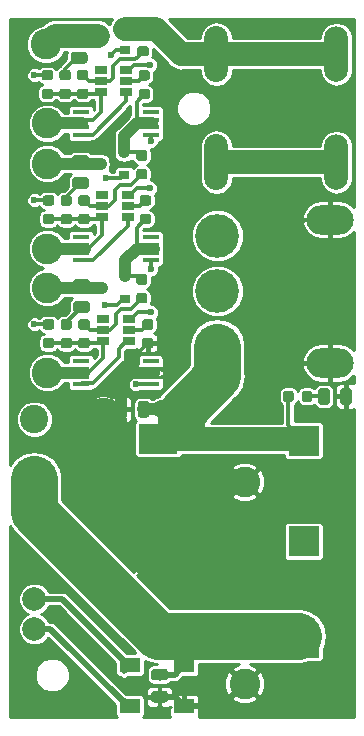
<source format=gtl>
G04 #@! TF.GenerationSoftware,KiCad,Pcbnew,(5.0.2)-1*
G04 #@! TF.CreationDate,2019-05-09T17:57:12+02:00*
G04 #@! TF.ProjectId,SafetySupply,53616665-7479-4537-9570-706c792e6b69,rev?*
G04 #@! TF.SameCoordinates,Original*
G04 #@! TF.FileFunction,Copper,L1,Top*
G04 #@! TF.FilePolarity,Positive*
%FSLAX46Y46*%
G04 Gerber Fmt 4.6, Leading zero omitted, Abs format (unit mm)*
G04 Created by KiCad (PCBNEW (5.0.2)-1) date 09.05.2019 17:57:12*
%MOMM*%
%LPD*%
G01*
G04 APERTURE LIST*
G04 #@! TA.AperFunction,ComponentPad*
%ADD10C,1.600000*%
G04 #@! TD*
G04 #@! TA.AperFunction,ComponentPad*
%ADD11O,2.000000X4.700000*%
G04 #@! TD*
G04 #@! TA.AperFunction,ComponentPad*
%ADD12O,2.000000X4.750000*%
G04 #@! TD*
G04 #@! TA.AperFunction,ComponentPad*
%ADD13C,2.000000*%
G04 #@! TD*
G04 #@! TA.AperFunction,ComponentPad*
%ADD14C,2.400000*%
G04 #@! TD*
G04 #@! TA.AperFunction,ComponentPad*
%ADD15R,2.600000X2.600000*%
G04 #@! TD*
G04 #@! TA.AperFunction,ComponentPad*
%ADD16C,2.600000*%
G04 #@! TD*
G04 #@! TA.AperFunction,ComponentPad*
%ADD17O,4.000000X2.500000*%
G04 #@! TD*
G04 #@! TA.AperFunction,ComponentPad*
%ADD18C,3.700000*%
G04 #@! TD*
G04 #@! TA.AperFunction,SMDPad,CuDef*
%ADD19R,1.450000X0.450000*%
G04 #@! TD*
G04 #@! TA.AperFunction,Conductor*
%ADD20C,0.100000*%
G04 #@! TD*
G04 #@! TA.AperFunction,SMDPad,CuDef*
%ADD21C,0.875000*%
G04 #@! TD*
G04 #@! TA.AperFunction,SMDPad,CuDef*
%ADD22C,0.975000*%
G04 #@! TD*
G04 #@! TA.AperFunction,SMDPad,CuDef*
%ADD23R,1.700000X1.300000*%
G04 #@! TD*
G04 #@! TA.AperFunction,SMDPad,CuDef*
%ADD24R,3.300000X2.500000*%
G04 #@! TD*
G04 #@! TA.AperFunction,SMDPad,CuDef*
%ADD25R,0.900000X0.800000*%
G04 #@! TD*
G04 #@! TA.AperFunction,SMDPad,CuDef*
%ADD26R,1.060000X0.650000*%
G04 #@! TD*
G04 #@! TA.AperFunction,ViaPad*
%ADD27C,0.600000*%
G04 #@! TD*
G04 #@! TA.AperFunction,Conductor*
%ADD28C,0.300000*%
G04 #@! TD*
G04 #@! TA.AperFunction,Conductor*
%ADD29C,1.000000*%
G04 #@! TD*
G04 #@! TA.AperFunction,Conductor*
%ADD30C,2.000000*%
G04 #@! TD*
G04 #@! TA.AperFunction,Conductor*
%ADD31C,3.000000*%
G04 #@! TD*
G04 #@! TA.AperFunction,Conductor*
%ADD32C,4.000000*%
G04 #@! TD*
G04 #@! TA.AperFunction,Conductor*
%ADD33C,0.500000*%
G04 #@! TD*
G04 #@! TA.AperFunction,Conductor*
%ADD34C,0.250000*%
G04 #@! TD*
G04 APERTURE END LIST*
D10*
G04 #@! TO.P,C1,2*
G04 #@! TO.N,GND*
X143300000Y-94500000D03*
G04 #@! TO.P,C1,1*
G04 #@! TO.N,+12V*
X148300000Y-94500000D03*
G04 #@! TD*
D11*
G04 #@! TO.P,F1,2*
G04 #@! TO.N,Net-(F1-Pad2)*
X163080000Y-64428000D03*
D12*
X152920000Y-64428000D03*
D11*
G04 #@! TO.P,F1,1*
G04 #@! TO.N,Net-(F1-Pad1)*
X163080000Y-73572000D03*
D12*
X152920000Y-73572000D03*
G04 #@! TD*
D13*
G04 #@! TO.P,K1,4*
G04 #@! TO.N,Net-(D5-Pad2)*
X137500000Y-113110000D03*
G04 #@! TO.P,K1,3*
G04 #@! TO.N,+12V*
X137500000Y-110570000D03*
D14*
G04 #@! TO.P,K1,2*
G04 #@! TO.N,Net-(C3-Pad1)*
X137500000Y-100410000D03*
G04 #@! TO.P,K1,1*
G04 #@! TO.N,+12V*
X137500000Y-95330000D03*
G04 #@! TD*
D15*
G04 #@! TO.P,J5,1*
G04 #@! TO.N,+12V*
X160300000Y-97150000D03*
D16*
G04 #@! TO.P,J5,2*
G04 #@! TO.N,GND*
X155300000Y-100650000D03*
G04 #@! TD*
D15*
G04 #@! TO.P,J1,1*
G04 #@! TO.N,Net-(C3-Pad1)*
X160300000Y-114250000D03*
D16*
G04 #@! TO.P,J1,2*
G04 #@! TO.N,GND*
X155300000Y-117750000D03*
G04 #@! TD*
D15*
G04 #@! TO.P,J3,1*
G04 #@! TO.N,Net-(D5-Pad2)*
X160300000Y-105682000D03*
D16*
G04 #@! TO.P,J3,2*
G04 #@! TO.N,GND*
X155300000Y-109182000D03*
G04 #@! TD*
D17*
G04 #@! TO.P,SW1,0*
G04 #@! TO.N,GND*
X162530000Y-78435000D03*
X162530000Y-90565000D03*
D18*
G04 #@! TO.P,SW1,3*
G04 #@! TO.N,+12V*
X153000000Y-89200000D03*
G04 #@! TO.P,SW1,2*
G04 #@! TO.N,Net-(F1-Pad1)*
X153000000Y-84500000D03*
G04 #@! TO.P,SW1,1*
X153000000Y-79800000D03*
G04 #@! TD*
D19*
G04 #@! TO.P,U4,8*
G04 #@! TO.N,Net-(U4-Pad8)*
X147350000Y-79925000D03*
G04 #@! TO.P,U4,7*
G04 #@! TO.N,Net-(Q3-Pad2)*
X147350000Y-80575000D03*
G04 #@! TO.P,U4,6*
X147350000Y-81225000D03*
G04 #@! TO.P,U4,5*
G04 #@! TO.N,Net-(U3-Pad3)*
X147350000Y-81875000D03*
G04 #@! TO.P,U4,4*
G04 #@! TO.N,Net-(U3-Pad1)*
X141450000Y-81875000D03*
G04 #@! TO.P,U4,3*
G04 #@! TO.N,Net-(C5-Pad2)*
X141450000Y-81225000D03*
G04 #@! TO.P,U4,2*
X141450000Y-80575000D03*
G04 #@! TO.P,U4,1*
G04 #@! TO.N,Net-(U4-Pad1)*
X141450000Y-79925000D03*
G04 #@! TD*
D20*
G04 #@! TO.N,Net-(Q3-Pad2)*
G04 #@! TO.C,R9*
G36*
X147177691Y-77951053D02*
X147198926Y-77954203D01*
X147219750Y-77959419D01*
X147239962Y-77966651D01*
X147259368Y-77975830D01*
X147277781Y-77986866D01*
X147295024Y-77999654D01*
X147310930Y-78014070D01*
X147325346Y-78029976D01*
X147338134Y-78047219D01*
X147349170Y-78065632D01*
X147358349Y-78085038D01*
X147365581Y-78105250D01*
X147370797Y-78126074D01*
X147373947Y-78147309D01*
X147375000Y-78168750D01*
X147375000Y-78606250D01*
X147373947Y-78627691D01*
X147370797Y-78648926D01*
X147365581Y-78669750D01*
X147358349Y-78689962D01*
X147349170Y-78709368D01*
X147338134Y-78727781D01*
X147325346Y-78745024D01*
X147310930Y-78760930D01*
X147295024Y-78775346D01*
X147277781Y-78788134D01*
X147259368Y-78799170D01*
X147239962Y-78808349D01*
X147219750Y-78815581D01*
X147198926Y-78820797D01*
X147177691Y-78823947D01*
X147156250Y-78825000D01*
X146643750Y-78825000D01*
X146622309Y-78823947D01*
X146601074Y-78820797D01*
X146580250Y-78815581D01*
X146560038Y-78808349D01*
X146540632Y-78799170D01*
X146522219Y-78788134D01*
X146504976Y-78775346D01*
X146489070Y-78760930D01*
X146474654Y-78745024D01*
X146461866Y-78727781D01*
X146450830Y-78709368D01*
X146441651Y-78689962D01*
X146434419Y-78669750D01*
X146429203Y-78648926D01*
X146426053Y-78627691D01*
X146425000Y-78606250D01*
X146425000Y-78168750D01*
X146426053Y-78147309D01*
X146429203Y-78126074D01*
X146434419Y-78105250D01*
X146441651Y-78085038D01*
X146450830Y-78065632D01*
X146461866Y-78047219D01*
X146474654Y-78029976D01*
X146489070Y-78014070D01*
X146504976Y-77999654D01*
X146522219Y-77986866D01*
X146540632Y-77975830D01*
X146560038Y-77966651D01*
X146580250Y-77959419D01*
X146601074Y-77954203D01*
X146622309Y-77951053D01*
X146643750Y-77950000D01*
X147156250Y-77950000D01*
X147177691Y-77951053D01*
X147177691Y-77951053D01*
G37*
D21*
G04 #@! TD*
G04 #@! TO.P,R9,2*
G04 #@! TO.N,Net-(Q3-Pad2)*
X146900000Y-78387500D03*
D20*
G04 #@! TO.N,Net-(R9-Pad1)*
G04 #@! TO.C,R9*
G36*
X147177691Y-76376053D02*
X147198926Y-76379203D01*
X147219750Y-76384419D01*
X147239962Y-76391651D01*
X147259368Y-76400830D01*
X147277781Y-76411866D01*
X147295024Y-76424654D01*
X147310930Y-76439070D01*
X147325346Y-76454976D01*
X147338134Y-76472219D01*
X147349170Y-76490632D01*
X147358349Y-76510038D01*
X147365581Y-76530250D01*
X147370797Y-76551074D01*
X147373947Y-76572309D01*
X147375000Y-76593750D01*
X147375000Y-77031250D01*
X147373947Y-77052691D01*
X147370797Y-77073926D01*
X147365581Y-77094750D01*
X147358349Y-77114962D01*
X147349170Y-77134368D01*
X147338134Y-77152781D01*
X147325346Y-77170024D01*
X147310930Y-77185930D01*
X147295024Y-77200346D01*
X147277781Y-77213134D01*
X147259368Y-77224170D01*
X147239962Y-77233349D01*
X147219750Y-77240581D01*
X147198926Y-77245797D01*
X147177691Y-77248947D01*
X147156250Y-77250000D01*
X146643750Y-77250000D01*
X146622309Y-77248947D01*
X146601074Y-77245797D01*
X146580250Y-77240581D01*
X146560038Y-77233349D01*
X146540632Y-77224170D01*
X146522219Y-77213134D01*
X146504976Y-77200346D01*
X146489070Y-77185930D01*
X146474654Y-77170024D01*
X146461866Y-77152781D01*
X146450830Y-77134368D01*
X146441651Y-77114962D01*
X146434419Y-77094750D01*
X146429203Y-77073926D01*
X146426053Y-77052691D01*
X146425000Y-77031250D01*
X146425000Y-76593750D01*
X146426053Y-76572309D01*
X146429203Y-76551074D01*
X146434419Y-76530250D01*
X146441651Y-76510038D01*
X146450830Y-76490632D01*
X146461866Y-76472219D01*
X146474654Y-76454976D01*
X146489070Y-76439070D01*
X146504976Y-76424654D01*
X146522219Y-76411866D01*
X146540632Y-76400830D01*
X146560038Y-76391651D01*
X146580250Y-76384419D01*
X146601074Y-76379203D01*
X146622309Y-76376053D01*
X146643750Y-76375000D01*
X147156250Y-76375000D01*
X147177691Y-76376053D01*
X147177691Y-76376053D01*
G37*
D21*
G04 #@! TD*
G04 #@! TO.P,R9,1*
G04 #@! TO.N,Net-(R9-Pad1)*
X146900000Y-76812500D03*
D20*
G04 #@! TO.N,Net-(C4-Pad2)*
G04 #@! TO.C,C4*
G36*
X141877691Y-67351053D02*
X141898926Y-67354203D01*
X141919750Y-67359419D01*
X141939962Y-67366651D01*
X141959368Y-67375830D01*
X141977781Y-67386866D01*
X141995024Y-67399654D01*
X142010930Y-67414070D01*
X142025346Y-67429976D01*
X142038134Y-67447219D01*
X142049170Y-67465632D01*
X142058349Y-67485038D01*
X142065581Y-67505250D01*
X142070797Y-67526074D01*
X142073947Y-67547309D01*
X142075000Y-67568750D01*
X142075000Y-68006250D01*
X142073947Y-68027691D01*
X142070797Y-68048926D01*
X142065581Y-68069750D01*
X142058349Y-68089962D01*
X142049170Y-68109368D01*
X142038134Y-68127781D01*
X142025346Y-68145024D01*
X142010930Y-68160930D01*
X141995024Y-68175346D01*
X141977781Y-68188134D01*
X141959368Y-68199170D01*
X141939962Y-68208349D01*
X141919750Y-68215581D01*
X141898926Y-68220797D01*
X141877691Y-68223947D01*
X141856250Y-68225000D01*
X141343750Y-68225000D01*
X141322309Y-68223947D01*
X141301074Y-68220797D01*
X141280250Y-68215581D01*
X141260038Y-68208349D01*
X141240632Y-68199170D01*
X141222219Y-68188134D01*
X141204976Y-68175346D01*
X141189070Y-68160930D01*
X141174654Y-68145024D01*
X141161866Y-68127781D01*
X141150830Y-68109368D01*
X141141651Y-68089962D01*
X141134419Y-68069750D01*
X141129203Y-68048926D01*
X141126053Y-68027691D01*
X141125000Y-68006250D01*
X141125000Y-67568750D01*
X141126053Y-67547309D01*
X141129203Y-67526074D01*
X141134419Y-67505250D01*
X141141651Y-67485038D01*
X141150830Y-67465632D01*
X141161866Y-67447219D01*
X141174654Y-67429976D01*
X141189070Y-67414070D01*
X141204976Y-67399654D01*
X141222219Y-67386866D01*
X141240632Y-67375830D01*
X141260038Y-67366651D01*
X141280250Y-67359419D01*
X141301074Y-67354203D01*
X141322309Y-67351053D01*
X141343750Y-67350000D01*
X141856250Y-67350000D01*
X141877691Y-67351053D01*
X141877691Y-67351053D01*
G37*
D21*
G04 #@! TD*
G04 #@! TO.P,C4,2*
G04 #@! TO.N,Net-(C4-Pad2)*
X141600000Y-67787500D03*
D20*
G04 #@! TO.N,Net-(C4-Pad1)*
G04 #@! TO.C,C4*
G36*
X141877691Y-65776053D02*
X141898926Y-65779203D01*
X141919750Y-65784419D01*
X141939962Y-65791651D01*
X141959368Y-65800830D01*
X141977781Y-65811866D01*
X141995024Y-65824654D01*
X142010930Y-65839070D01*
X142025346Y-65854976D01*
X142038134Y-65872219D01*
X142049170Y-65890632D01*
X142058349Y-65910038D01*
X142065581Y-65930250D01*
X142070797Y-65951074D01*
X142073947Y-65972309D01*
X142075000Y-65993750D01*
X142075000Y-66431250D01*
X142073947Y-66452691D01*
X142070797Y-66473926D01*
X142065581Y-66494750D01*
X142058349Y-66514962D01*
X142049170Y-66534368D01*
X142038134Y-66552781D01*
X142025346Y-66570024D01*
X142010930Y-66585930D01*
X141995024Y-66600346D01*
X141977781Y-66613134D01*
X141959368Y-66624170D01*
X141939962Y-66633349D01*
X141919750Y-66640581D01*
X141898926Y-66645797D01*
X141877691Y-66648947D01*
X141856250Y-66650000D01*
X141343750Y-66650000D01*
X141322309Y-66648947D01*
X141301074Y-66645797D01*
X141280250Y-66640581D01*
X141260038Y-66633349D01*
X141240632Y-66624170D01*
X141222219Y-66613134D01*
X141204976Y-66600346D01*
X141189070Y-66585930D01*
X141174654Y-66570024D01*
X141161866Y-66552781D01*
X141150830Y-66534368D01*
X141141651Y-66514962D01*
X141134419Y-66494750D01*
X141129203Y-66473926D01*
X141126053Y-66452691D01*
X141125000Y-66431250D01*
X141125000Y-65993750D01*
X141126053Y-65972309D01*
X141129203Y-65951074D01*
X141134419Y-65930250D01*
X141141651Y-65910038D01*
X141150830Y-65890632D01*
X141161866Y-65872219D01*
X141174654Y-65854976D01*
X141189070Y-65839070D01*
X141204976Y-65824654D01*
X141222219Y-65811866D01*
X141240632Y-65800830D01*
X141260038Y-65791651D01*
X141280250Y-65784419D01*
X141301074Y-65779203D01*
X141322309Y-65776053D01*
X141343750Y-65775000D01*
X141856250Y-65775000D01*
X141877691Y-65776053D01*
X141877691Y-65776053D01*
G37*
D21*
G04 #@! TD*
G04 #@! TO.P,C4,1*
G04 #@! TO.N,Net-(C4-Pad1)*
X141600000Y-66212500D03*
D20*
G04 #@! TO.N,Net-(C5-Pad2)*
G04 #@! TO.C,C5*
G36*
X141977691Y-77951053D02*
X141998926Y-77954203D01*
X142019750Y-77959419D01*
X142039962Y-77966651D01*
X142059368Y-77975830D01*
X142077781Y-77986866D01*
X142095024Y-77999654D01*
X142110930Y-78014070D01*
X142125346Y-78029976D01*
X142138134Y-78047219D01*
X142149170Y-78065632D01*
X142158349Y-78085038D01*
X142165581Y-78105250D01*
X142170797Y-78126074D01*
X142173947Y-78147309D01*
X142175000Y-78168750D01*
X142175000Y-78606250D01*
X142173947Y-78627691D01*
X142170797Y-78648926D01*
X142165581Y-78669750D01*
X142158349Y-78689962D01*
X142149170Y-78709368D01*
X142138134Y-78727781D01*
X142125346Y-78745024D01*
X142110930Y-78760930D01*
X142095024Y-78775346D01*
X142077781Y-78788134D01*
X142059368Y-78799170D01*
X142039962Y-78808349D01*
X142019750Y-78815581D01*
X141998926Y-78820797D01*
X141977691Y-78823947D01*
X141956250Y-78825000D01*
X141443750Y-78825000D01*
X141422309Y-78823947D01*
X141401074Y-78820797D01*
X141380250Y-78815581D01*
X141360038Y-78808349D01*
X141340632Y-78799170D01*
X141322219Y-78788134D01*
X141304976Y-78775346D01*
X141289070Y-78760930D01*
X141274654Y-78745024D01*
X141261866Y-78727781D01*
X141250830Y-78709368D01*
X141241651Y-78689962D01*
X141234419Y-78669750D01*
X141229203Y-78648926D01*
X141226053Y-78627691D01*
X141225000Y-78606250D01*
X141225000Y-78168750D01*
X141226053Y-78147309D01*
X141229203Y-78126074D01*
X141234419Y-78105250D01*
X141241651Y-78085038D01*
X141250830Y-78065632D01*
X141261866Y-78047219D01*
X141274654Y-78029976D01*
X141289070Y-78014070D01*
X141304976Y-77999654D01*
X141322219Y-77986866D01*
X141340632Y-77975830D01*
X141360038Y-77966651D01*
X141380250Y-77959419D01*
X141401074Y-77954203D01*
X141422309Y-77951053D01*
X141443750Y-77950000D01*
X141956250Y-77950000D01*
X141977691Y-77951053D01*
X141977691Y-77951053D01*
G37*
D21*
G04 #@! TD*
G04 #@! TO.P,C5,2*
G04 #@! TO.N,Net-(C5-Pad2)*
X141700000Y-78387500D03*
D20*
G04 #@! TO.N,Net-(C5-Pad1)*
G04 #@! TO.C,C5*
G36*
X141977691Y-76376053D02*
X141998926Y-76379203D01*
X142019750Y-76384419D01*
X142039962Y-76391651D01*
X142059368Y-76400830D01*
X142077781Y-76411866D01*
X142095024Y-76424654D01*
X142110930Y-76439070D01*
X142125346Y-76454976D01*
X142138134Y-76472219D01*
X142149170Y-76490632D01*
X142158349Y-76510038D01*
X142165581Y-76530250D01*
X142170797Y-76551074D01*
X142173947Y-76572309D01*
X142175000Y-76593750D01*
X142175000Y-77031250D01*
X142173947Y-77052691D01*
X142170797Y-77073926D01*
X142165581Y-77094750D01*
X142158349Y-77114962D01*
X142149170Y-77134368D01*
X142138134Y-77152781D01*
X142125346Y-77170024D01*
X142110930Y-77185930D01*
X142095024Y-77200346D01*
X142077781Y-77213134D01*
X142059368Y-77224170D01*
X142039962Y-77233349D01*
X142019750Y-77240581D01*
X141998926Y-77245797D01*
X141977691Y-77248947D01*
X141956250Y-77250000D01*
X141443750Y-77250000D01*
X141422309Y-77248947D01*
X141401074Y-77245797D01*
X141380250Y-77240581D01*
X141360038Y-77233349D01*
X141340632Y-77224170D01*
X141322219Y-77213134D01*
X141304976Y-77200346D01*
X141289070Y-77185930D01*
X141274654Y-77170024D01*
X141261866Y-77152781D01*
X141250830Y-77134368D01*
X141241651Y-77114962D01*
X141234419Y-77094750D01*
X141229203Y-77073926D01*
X141226053Y-77052691D01*
X141225000Y-77031250D01*
X141225000Y-76593750D01*
X141226053Y-76572309D01*
X141229203Y-76551074D01*
X141234419Y-76530250D01*
X141241651Y-76510038D01*
X141250830Y-76490632D01*
X141261866Y-76472219D01*
X141274654Y-76454976D01*
X141289070Y-76439070D01*
X141304976Y-76424654D01*
X141322219Y-76411866D01*
X141340632Y-76400830D01*
X141360038Y-76391651D01*
X141380250Y-76384419D01*
X141401074Y-76379203D01*
X141422309Y-76376053D01*
X141443750Y-76375000D01*
X141956250Y-76375000D01*
X141977691Y-76376053D01*
X141977691Y-76376053D01*
G37*
D21*
G04 #@! TD*
G04 #@! TO.P,C5,1*
G04 #@! TO.N,Net-(C5-Pad1)*
X141700000Y-76812500D03*
D20*
G04 #@! TO.N,Net-(C6-Pad2)*
G04 #@! TO.C,C6*
G36*
X141977691Y-88451053D02*
X141998926Y-88454203D01*
X142019750Y-88459419D01*
X142039962Y-88466651D01*
X142059368Y-88475830D01*
X142077781Y-88486866D01*
X142095024Y-88499654D01*
X142110930Y-88514070D01*
X142125346Y-88529976D01*
X142138134Y-88547219D01*
X142149170Y-88565632D01*
X142158349Y-88585038D01*
X142165581Y-88605250D01*
X142170797Y-88626074D01*
X142173947Y-88647309D01*
X142175000Y-88668750D01*
X142175000Y-89106250D01*
X142173947Y-89127691D01*
X142170797Y-89148926D01*
X142165581Y-89169750D01*
X142158349Y-89189962D01*
X142149170Y-89209368D01*
X142138134Y-89227781D01*
X142125346Y-89245024D01*
X142110930Y-89260930D01*
X142095024Y-89275346D01*
X142077781Y-89288134D01*
X142059368Y-89299170D01*
X142039962Y-89308349D01*
X142019750Y-89315581D01*
X141998926Y-89320797D01*
X141977691Y-89323947D01*
X141956250Y-89325000D01*
X141443750Y-89325000D01*
X141422309Y-89323947D01*
X141401074Y-89320797D01*
X141380250Y-89315581D01*
X141360038Y-89308349D01*
X141340632Y-89299170D01*
X141322219Y-89288134D01*
X141304976Y-89275346D01*
X141289070Y-89260930D01*
X141274654Y-89245024D01*
X141261866Y-89227781D01*
X141250830Y-89209368D01*
X141241651Y-89189962D01*
X141234419Y-89169750D01*
X141229203Y-89148926D01*
X141226053Y-89127691D01*
X141225000Y-89106250D01*
X141225000Y-88668750D01*
X141226053Y-88647309D01*
X141229203Y-88626074D01*
X141234419Y-88605250D01*
X141241651Y-88585038D01*
X141250830Y-88565632D01*
X141261866Y-88547219D01*
X141274654Y-88529976D01*
X141289070Y-88514070D01*
X141304976Y-88499654D01*
X141322219Y-88486866D01*
X141340632Y-88475830D01*
X141360038Y-88466651D01*
X141380250Y-88459419D01*
X141401074Y-88454203D01*
X141422309Y-88451053D01*
X141443750Y-88450000D01*
X141956250Y-88450000D01*
X141977691Y-88451053D01*
X141977691Y-88451053D01*
G37*
D21*
G04 #@! TD*
G04 #@! TO.P,C6,2*
G04 #@! TO.N,Net-(C6-Pad2)*
X141700000Y-88887500D03*
D20*
G04 #@! TO.N,Net-(C6-Pad1)*
G04 #@! TO.C,C6*
G36*
X141977691Y-86876053D02*
X141998926Y-86879203D01*
X142019750Y-86884419D01*
X142039962Y-86891651D01*
X142059368Y-86900830D01*
X142077781Y-86911866D01*
X142095024Y-86924654D01*
X142110930Y-86939070D01*
X142125346Y-86954976D01*
X142138134Y-86972219D01*
X142149170Y-86990632D01*
X142158349Y-87010038D01*
X142165581Y-87030250D01*
X142170797Y-87051074D01*
X142173947Y-87072309D01*
X142175000Y-87093750D01*
X142175000Y-87531250D01*
X142173947Y-87552691D01*
X142170797Y-87573926D01*
X142165581Y-87594750D01*
X142158349Y-87614962D01*
X142149170Y-87634368D01*
X142138134Y-87652781D01*
X142125346Y-87670024D01*
X142110930Y-87685930D01*
X142095024Y-87700346D01*
X142077781Y-87713134D01*
X142059368Y-87724170D01*
X142039962Y-87733349D01*
X142019750Y-87740581D01*
X141998926Y-87745797D01*
X141977691Y-87748947D01*
X141956250Y-87750000D01*
X141443750Y-87750000D01*
X141422309Y-87748947D01*
X141401074Y-87745797D01*
X141380250Y-87740581D01*
X141360038Y-87733349D01*
X141340632Y-87724170D01*
X141322219Y-87713134D01*
X141304976Y-87700346D01*
X141289070Y-87685930D01*
X141274654Y-87670024D01*
X141261866Y-87652781D01*
X141250830Y-87634368D01*
X141241651Y-87614962D01*
X141234419Y-87594750D01*
X141229203Y-87573926D01*
X141226053Y-87552691D01*
X141225000Y-87531250D01*
X141225000Y-87093750D01*
X141226053Y-87072309D01*
X141229203Y-87051074D01*
X141234419Y-87030250D01*
X141241651Y-87010038D01*
X141250830Y-86990632D01*
X141261866Y-86972219D01*
X141274654Y-86954976D01*
X141289070Y-86939070D01*
X141304976Y-86924654D01*
X141322219Y-86911866D01*
X141340632Y-86900830D01*
X141360038Y-86891651D01*
X141380250Y-86884419D01*
X141401074Y-86879203D01*
X141422309Y-86876053D01*
X141443750Y-86875000D01*
X141956250Y-86875000D01*
X141977691Y-86876053D01*
X141977691Y-86876053D01*
G37*
D21*
G04 #@! TD*
G04 #@! TO.P,C6,1*
G04 #@! TO.N,Net-(C6-Pad1)*
X141700000Y-87312500D03*
D20*
G04 #@! TO.N,GND*
G04 #@! TO.C,C2*
G36*
X145130142Y-93801174D02*
X145153803Y-93804684D01*
X145177007Y-93810496D01*
X145199529Y-93818554D01*
X145221153Y-93828782D01*
X145241670Y-93841079D01*
X145260883Y-93855329D01*
X145278607Y-93871393D01*
X145294671Y-93889117D01*
X145308921Y-93908330D01*
X145321218Y-93928847D01*
X145331446Y-93950471D01*
X145339504Y-93972993D01*
X145345316Y-93996197D01*
X145348826Y-94019858D01*
X145350000Y-94043750D01*
X145350000Y-94956250D01*
X145348826Y-94980142D01*
X145345316Y-95003803D01*
X145339504Y-95027007D01*
X145331446Y-95049529D01*
X145321218Y-95071153D01*
X145308921Y-95091670D01*
X145294671Y-95110883D01*
X145278607Y-95128607D01*
X145260883Y-95144671D01*
X145241670Y-95158921D01*
X145221153Y-95171218D01*
X145199529Y-95181446D01*
X145177007Y-95189504D01*
X145153803Y-95195316D01*
X145130142Y-95198826D01*
X145106250Y-95200000D01*
X144618750Y-95200000D01*
X144594858Y-95198826D01*
X144571197Y-95195316D01*
X144547993Y-95189504D01*
X144525471Y-95181446D01*
X144503847Y-95171218D01*
X144483330Y-95158921D01*
X144464117Y-95144671D01*
X144446393Y-95128607D01*
X144430329Y-95110883D01*
X144416079Y-95091670D01*
X144403782Y-95071153D01*
X144393554Y-95049529D01*
X144385496Y-95027007D01*
X144379684Y-95003803D01*
X144376174Y-94980142D01*
X144375000Y-94956250D01*
X144375000Y-94043750D01*
X144376174Y-94019858D01*
X144379684Y-93996197D01*
X144385496Y-93972993D01*
X144393554Y-93950471D01*
X144403782Y-93928847D01*
X144416079Y-93908330D01*
X144430329Y-93889117D01*
X144446393Y-93871393D01*
X144464117Y-93855329D01*
X144483330Y-93841079D01*
X144503847Y-93828782D01*
X144525471Y-93818554D01*
X144547993Y-93810496D01*
X144571197Y-93804684D01*
X144594858Y-93801174D01*
X144618750Y-93800000D01*
X145106250Y-93800000D01*
X145130142Y-93801174D01*
X145130142Y-93801174D01*
G37*
D22*
G04 #@! TD*
G04 #@! TO.P,C2,2*
G04 #@! TO.N,GND*
X144862500Y-94500000D03*
D20*
G04 #@! TO.N,+12V*
G04 #@! TO.C,C2*
G36*
X147005142Y-93801174D02*
X147028803Y-93804684D01*
X147052007Y-93810496D01*
X147074529Y-93818554D01*
X147096153Y-93828782D01*
X147116670Y-93841079D01*
X147135883Y-93855329D01*
X147153607Y-93871393D01*
X147169671Y-93889117D01*
X147183921Y-93908330D01*
X147196218Y-93928847D01*
X147206446Y-93950471D01*
X147214504Y-93972993D01*
X147220316Y-93996197D01*
X147223826Y-94019858D01*
X147225000Y-94043750D01*
X147225000Y-94956250D01*
X147223826Y-94980142D01*
X147220316Y-95003803D01*
X147214504Y-95027007D01*
X147206446Y-95049529D01*
X147196218Y-95071153D01*
X147183921Y-95091670D01*
X147169671Y-95110883D01*
X147153607Y-95128607D01*
X147135883Y-95144671D01*
X147116670Y-95158921D01*
X147096153Y-95171218D01*
X147074529Y-95181446D01*
X147052007Y-95189504D01*
X147028803Y-95195316D01*
X147005142Y-95198826D01*
X146981250Y-95200000D01*
X146493750Y-95200000D01*
X146469858Y-95198826D01*
X146446197Y-95195316D01*
X146422993Y-95189504D01*
X146400471Y-95181446D01*
X146378847Y-95171218D01*
X146358330Y-95158921D01*
X146339117Y-95144671D01*
X146321393Y-95128607D01*
X146305329Y-95110883D01*
X146291079Y-95091670D01*
X146278782Y-95071153D01*
X146268554Y-95049529D01*
X146260496Y-95027007D01*
X146254684Y-95003803D01*
X146251174Y-94980142D01*
X146250000Y-94956250D01*
X146250000Y-94043750D01*
X146251174Y-94019858D01*
X146254684Y-93996197D01*
X146260496Y-93972993D01*
X146268554Y-93950471D01*
X146278782Y-93928847D01*
X146291079Y-93908330D01*
X146305329Y-93889117D01*
X146321393Y-93871393D01*
X146339117Y-93855329D01*
X146358330Y-93841079D01*
X146378847Y-93828782D01*
X146400471Y-93818554D01*
X146422993Y-93810496D01*
X146446197Y-93804684D01*
X146469858Y-93801174D01*
X146493750Y-93800000D01*
X146981250Y-93800000D01*
X147005142Y-93801174D01*
X147005142Y-93801174D01*
G37*
D22*
G04 #@! TD*
G04 #@! TO.P,C2,1*
G04 #@! TO.N,+12V*
X146737500Y-94500000D03*
D20*
G04 #@! TO.N,GND*
G04 #@! TO.C,C3*
G36*
X148580142Y-118351174D02*
X148603803Y-118354684D01*
X148627007Y-118360496D01*
X148649529Y-118368554D01*
X148671153Y-118378782D01*
X148691670Y-118391079D01*
X148710883Y-118405329D01*
X148728607Y-118421393D01*
X148744671Y-118439117D01*
X148758921Y-118458330D01*
X148771218Y-118478847D01*
X148781446Y-118500471D01*
X148789504Y-118522993D01*
X148795316Y-118546197D01*
X148798826Y-118569858D01*
X148800000Y-118593750D01*
X148800000Y-119081250D01*
X148798826Y-119105142D01*
X148795316Y-119128803D01*
X148789504Y-119152007D01*
X148781446Y-119174529D01*
X148771218Y-119196153D01*
X148758921Y-119216670D01*
X148744671Y-119235883D01*
X148728607Y-119253607D01*
X148710883Y-119269671D01*
X148691670Y-119283921D01*
X148671153Y-119296218D01*
X148649529Y-119306446D01*
X148627007Y-119314504D01*
X148603803Y-119320316D01*
X148580142Y-119323826D01*
X148556250Y-119325000D01*
X147643750Y-119325000D01*
X147619858Y-119323826D01*
X147596197Y-119320316D01*
X147572993Y-119314504D01*
X147550471Y-119306446D01*
X147528847Y-119296218D01*
X147508330Y-119283921D01*
X147489117Y-119269671D01*
X147471393Y-119253607D01*
X147455329Y-119235883D01*
X147441079Y-119216670D01*
X147428782Y-119196153D01*
X147418554Y-119174529D01*
X147410496Y-119152007D01*
X147404684Y-119128803D01*
X147401174Y-119105142D01*
X147400000Y-119081250D01*
X147400000Y-118593750D01*
X147401174Y-118569858D01*
X147404684Y-118546197D01*
X147410496Y-118522993D01*
X147418554Y-118500471D01*
X147428782Y-118478847D01*
X147441079Y-118458330D01*
X147455329Y-118439117D01*
X147471393Y-118421393D01*
X147489117Y-118405329D01*
X147508330Y-118391079D01*
X147528847Y-118378782D01*
X147550471Y-118368554D01*
X147572993Y-118360496D01*
X147596197Y-118354684D01*
X147619858Y-118351174D01*
X147643750Y-118350000D01*
X148556250Y-118350000D01*
X148580142Y-118351174D01*
X148580142Y-118351174D01*
G37*
D22*
G04 #@! TD*
G04 #@! TO.P,C3,2*
G04 #@! TO.N,GND*
X148100000Y-118837500D03*
D20*
G04 #@! TO.N,Net-(C3-Pad1)*
G04 #@! TO.C,C3*
G36*
X148580142Y-116476174D02*
X148603803Y-116479684D01*
X148627007Y-116485496D01*
X148649529Y-116493554D01*
X148671153Y-116503782D01*
X148691670Y-116516079D01*
X148710883Y-116530329D01*
X148728607Y-116546393D01*
X148744671Y-116564117D01*
X148758921Y-116583330D01*
X148771218Y-116603847D01*
X148781446Y-116625471D01*
X148789504Y-116647993D01*
X148795316Y-116671197D01*
X148798826Y-116694858D01*
X148800000Y-116718750D01*
X148800000Y-117206250D01*
X148798826Y-117230142D01*
X148795316Y-117253803D01*
X148789504Y-117277007D01*
X148781446Y-117299529D01*
X148771218Y-117321153D01*
X148758921Y-117341670D01*
X148744671Y-117360883D01*
X148728607Y-117378607D01*
X148710883Y-117394671D01*
X148691670Y-117408921D01*
X148671153Y-117421218D01*
X148649529Y-117431446D01*
X148627007Y-117439504D01*
X148603803Y-117445316D01*
X148580142Y-117448826D01*
X148556250Y-117450000D01*
X147643750Y-117450000D01*
X147619858Y-117448826D01*
X147596197Y-117445316D01*
X147572993Y-117439504D01*
X147550471Y-117431446D01*
X147528847Y-117421218D01*
X147508330Y-117408921D01*
X147489117Y-117394671D01*
X147471393Y-117378607D01*
X147455329Y-117360883D01*
X147441079Y-117341670D01*
X147428782Y-117321153D01*
X147418554Y-117299529D01*
X147410496Y-117277007D01*
X147404684Y-117253803D01*
X147401174Y-117230142D01*
X147400000Y-117206250D01*
X147400000Y-116718750D01*
X147401174Y-116694858D01*
X147404684Y-116671197D01*
X147410496Y-116647993D01*
X147418554Y-116625471D01*
X147428782Y-116603847D01*
X147441079Y-116583330D01*
X147455329Y-116564117D01*
X147471393Y-116546393D01*
X147489117Y-116530329D01*
X147508330Y-116516079D01*
X147528847Y-116503782D01*
X147550471Y-116493554D01*
X147572993Y-116485496D01*
X147596197Y-116479684D01*
X147619858Y-116476174D01*
X147643750Y-116475000D01*
X148556250Y-116475000D01*
X148580142Y-116476174D01*
X148580142Y-116476174D01*
G37*
D22*
G04 #@! TD*
G04 #@! TO.P,C3,1*
G04 #@! TO.N,Net-(C3-Pad1)*
X148100000Y-116962500D03*
D16*
G04 #@! TO.P,J2,1*
G04 #@! TO.N,Net-(D1-Pad1)*
X138500000Y-63600000D03*
G04 #@! TD*
G04 #@! TO.P,J4,1*
G04 #@! TO.N,Net-(C4-Pad2)*
X138600000Y-70300000D03*
G04 #@! TD*
G04 #@! TO.P,J6,1*
G04 #@! TO.N,Net-(D7-Pad1)*
X138600000Y-73700000D03*
G04 #@! TD*
G04 #@! TO.P,J7,1*
G04 #@! TO.N,Net-(C5-Pad2)*
X138600000Y-80900000D03*
G04 #@! TD*
G04 #@! TO.P,J8,1*
G04 #@! TO.N,Net-(D8-Pad1)*
X138600000Y-84200000D03*
G04 #@! TD*
G04 #@! TO.P,J9,1*
G04 #@! TO.N,Net-(C6-Pad2)*
X138600000Y-91400000D03*
G04 #@! TD*
D23*
G04 #@! TO.P,D5,2*
G04 #@! TO.N,Net-(D5-Pad2)*
X145600000Y-119650000D03*
G04 #@! TO.P,D5,1*
G04 #@! TO.N,+12V*
X145600000Y-116150000D03*
G04 #@! TD*
G04 #@! TO.P,D4,2*
G04 #@! TO.N,GND*
X150200000Y-119650000D03*
G04 #@! TO.P,D4,1*
G04 #@! TO.N,Net-(C3-Pad1)*
X150200000Y-116150000D03*
G04 #@! TD*
D24*
G04 #@! TO.P,D3,2*
G04 #@! TO.N,GND*
X148000000Y-106900000D03*
G04 #@! TO.P,D3,1*
G04 #@! TO.N,Net-(C3-Pad1)*
X148000000Y-113700000D03*
G04 #@! TD*
G04 #@! TO.P,D2,2*
G04 #@! TO.N,GND*
X148000000Y-103800000D03*
G04 #@! TO.P,D2,1*
G04 #@! TO.N,+12V*
X148000000Y-97000000D03*
G04 #@! TD*
D20*
G04 #@! TO.N,Net-(D7-Pad2)*
G04 #@! TO.C,D7*
G36*
X141880142Y-74851174D02*
X141903803Y-74854684D01*
X141927007Y-74860496D01*
X141949529Y-74868554D01*
X141971153Y-74878782D01*
X141991670Y-74891079D01*
X142010883Y-74905329D01*
X142028607Y-74921393D01*
X142044671Y-74939117D01*
X142058921Y-74958330D01*
X142071218Y-74978847D01*
X142081446Y-75000471D01*
X142089504Y-75022993D01*
X142095316Y-75046197D01*
X142098826Y-75069858D01*
X142100000Y-75093750D01*
X142100000Y-75581250D01*
X142098826Y-75605142D01*
X142095316Y-75628803D01*
X142089504Y-75652007D01*
X142081446Y-75674529D01*
X142071218Y-75696153D01*
X142058921Y-75716670D01*
X142044671Y-75735883D01*
X142028607Y-75753607D01*
X142010883Y-75769671D01*
X141991670Y-75783921D01*
X141971153Y-75796218D01*
X141949529Y-75806446D01*
X141927007Y-75814504D01*
X141903803Y-75820316D01*
X141880142Y-75823826D01*
X141856250Y-75825000D01*
X140943750Y-75825000D01*
X140919858Y-75823826D01*
X140896197Y-75820316D01*
X140872993Y-75814504D01*
X140850471Y-75806446D01*
X140828847Y-75796218D01*
X140808330Y-75783921D01*
X140789117Y-75769671D01*
X140771393Y-75753607D01*
X140755329Y-75735883D01*
X140741079Y-75716670D01*
X140728782Y-75696153D01*
X140718554Y-75674529D01*
X140710496Y-75652007D01*
X140704684Y-75628803D01*
X140701174Y-75605142D01*
X140700000Y-75581250D01*
X140700000Y-75093750D01*
X140701174Y-75069858D01*
X140704684Y-75046197D01*
X140710496Y-75022993D01*
X140718554Y-75000471D01*
X140728782Y-74978847D01*
X140741079Y-74958330D01*
X140755329Y-74939117D01*
X140771393Y-74921393D01*
X140789117Y-74905329D01*
X140808330Y-74891079D01*
X140828847Y-74878782D01*
X140850471Y-74868554D01*
X140872993Y-74860496D01*
X140896197Y-74854684D01*
X140919858Y-74851174D01*
X140943750Y-74850000D01*
X141856250Y-74850000D01*
X141880142Y-74851174D01*
X141880142Y-74851174D01*
G37*
D22*
G04 #@! TD*
G04 #@! TO.P,D7,2*
G04 #@! TO.N,Net-(D7-Pad2)*
X141400000Y-75337500D03*
D20*
G04 #@! TO.N,Net-(D7-Pad1)*
G04 #@! TO.C,D7*
G36*
X141880142Y-72976174D02*
X141903803Y-72979684D01*
X141927007Y-72985496D01*
X141949529Y-72993554D01*
X141971153Y-73003782D01*
X141991670Y-73016079D01*
X142010883Y-73030329D01*
X142028607Y-73046393D01*
X142044671Y-73064117D01*
X142058921Y-73083330D01*
X142071218Y-73103847D01*
X142081446Y-73125471D01*
X142089504Y-73147993D01*
X142095316Y-73171197D01*
X142098826Y-73194858D01*
X142100000Y-73218750D01*
X142100000Y-73706250D01*
X142098826Y-73730142D01*
X142095316Y-73753803D01*
X142089504Y-73777007D01*
X142081446Y-73799529D01*
X142071218Y-73821153D01*
X142058921Y-73841670D01*
X142044671Y-73860883D01*
X142028607Y-73878607D01*
X142010883Y-73894671D01*
X141991670Y-73908921D01*
X141971153Y-73921218D01*
X141949529Y-73931446D01*
X141927007Y-73939504D01*
X141903803Y-73945316D01*
X141880142Y-73948826D01*
X141856250Y-73950000D01*
X140943750Y-73950000D01*
X140919858Y-73948826D01*
X140896197Y-73945316D01*
X140872993Y-73939504D01*
X140850471Y-73931446D01*
X140828847Y-73921218D01*
X140808330Y-73908921D01*
X140789117Y-73894671D01*
X140771393Y-73878607D01*
X140755329Y-73860883D01*
X140741079Y-73841670D01*
X140728782Y-73821153D01*
X140718554Y-73799529D01*
X140710496Y-73777007D01*
X140704684Y-73753803D01*
X140701174Y-73730142D01*
X140700000Y-73706250D01*
X140700000Y-73218750D01*
X140701174Y-73194858D01*
X140704684Y-73171197D01*
X140710496Y-73147993D01*
X140718554Y-73125471D01*
X140728782Y-73103847D01*
X140741079Y-73083330D01*
X140755329Y-73064117D01*
X140771393Y-73046393D01*
X140789117Y-73030329D01*
X140808330Y-73016079D01*
X140828847Y-73003782D01*
X140850471Y-72993554D01*
X140872993Y-72985496D01*
X140896197Y-72979684D01*
X140919858Y-72976174D01*
X140943750Y-72975000D01*
X141856250Y-72975000D01*
X141880142Y-72976174D01*
X141880142Y-72976174D01*
G37*
D22*
G04 #@! TD*
G04 #@! TO.P,D7,1*
G04 #@! TO.N,Net-(D7-Pad1)*
X141400000Y-73462500D03*
D20*
G04 #@! TO.N,Net-(D8-Pad2)*
G04 #@! TO.C,D8*
G36*
X141980142Y-85351174D02*
X142003803Y-85354684D01*
X142027007Y-85360496D01*
X142049529Y-85368554D01*
X142071153Y-85378782D01*
X142091670Y-85391079D01*
X142110883Y-85405329D01*
X142128607Y-85421393D01*
X142144671Y-85439117D01*
X142158921Y-85458330D01*
X142171218Y-85478847D01*
X142181446Y-85500471D01*
X142189504Y-85522993D01*
X142195316Y-85546197D01*
X142198826Y-85569858D01*
X142200000Y-85593750D01*
X142200000Y-86081250D01*
X142198826Y-86105142D01*
X142195316Y-86128803D01*
X142189504Y-86152007D01*
X142181446Y-86174529D01*
X142171218Y-86196153D01*
X142158921Y-86216670D01*
X142144671Y-86235883D01*
X142128607Y-86253607D01*
X142110883Y-86269671D01*
X142091670Y-86283921D01*
X142071153Y-86296218D01*
X142049529Y-86306446D01*
X142027007Y-86314504D01*
X142003803Y-86320316D01*
X141980142Y-86323826D01*
X141956250Y-86325000D01*
X141043750Y-86325000D01*
X141019858Y-86323826D01*
X140996197Y-86320316D01*
X140972993Y-86314504D01*
X140950471Y-86306446D01*
X140928847Y-86296218D01*
X140908330Y-86283921D01*
X140889117Y-86269671D01*
X140871393Y-86253607D01*
X140855329Y-86235883D01*
X140841079Y-86216670D01*
X140828782Y-86196153D01*
X140818554Y-86174529D01*
X140810496Y-86152007D01*
X140804684Y-86128803D01*
X140801174Y-86105142D01*
X140800000Y-86081250D01*
X140800000Y-85593750D01*
X140801174Y-85569858D01*
X140804684Y-85546197D01*
X140810496Y-85522993D01*
X140818554Y-85500471D01*
X140828782Y-85478847D01*
X140841079Y-85458330D01*
X140855329Y-85439117D01*
X140871393Y-85421393D01*
X140889117Y-85405329D01*
X140908330Y-85391079D01*
X140928847Y-85378782D01*
X140950471Y-85368554D01*
X140972993Y-85360496D01*
X140996197Y-85354684D01*
X141019858Y-85351174D01*
X141043750Y-85350000D01*
X141956250Y-85350000D01*
X141980142Y-85351174D01*
X141980142Y-85351174D01*
G37*
D22*
G04 #@! TD*
G04 #@! TO.P,D8,2*
G04 #@! TO.N,Net-(D8-Pad2)*
X141500000Y-85837500D03*
D20*
G04 #@! TO.N,Net-(D8-Pad1)*
G04 #@! TO.C,D8*
G36*
X141980142Y-83476174D02*
X142003803Y-83479684D01*
X142027007Y-83485496D01*
X142049529Y-83493554D01*
X142071153Y-83503782D01*
X142091670Y-83516079D01*
X142110883Y-83530329D01*
X142128607Y-83546393D01*
X142144671Y-83564117D01*
X142158921Y-83583330D01*
X142171218Y-83603847D01*
X142181446Y-83625471D01*
X142189504Y-83647993D01*
X142195316Y-83671197D01*
X142198826Y-83694858D01*
X142200000Y-83718750D01*
X142200000Y-84206250D01*
X142198826Y-84230142D01*
X142195316Y-84253803D01*
X142189504Y-84277007D01*
X142181446Y-84299529D01*
X142171218Y-84321153D01*
X142158921Y-84341670D01*
X142144671Y-84360883D01*
X142128607Y-84378607D01*
X142110883Y-84394671D01*
X142091670Y-84408921D01*
X142071153Y-84421218D01*
X142049529Y-84431446D01*
X142027007Y-84439504D01*
X142003803Y-84445316D01*
X141980142Y-84448826D01*
X141956250Y-84450000D01*
X141043750Y-84450000D01*
X141019858Y-84448826D01*
X140996197Y-84445316D01*
X140972993Y-84439504D01*
X140950471Y-84431446D01*
X140928847Y-84421218D01*
X140908330Y-84408921D01*
X140889117Y-84394671D01*
X140871393Y-84378607D01*
X140855329Y-84360883D01*
X140841079Y-84341670D01*
X140828782Y-84321153D01*
X140818554Y-84299529D01*
X140810496Y-84277007D01*
X140804684Y-84253803D01*
X140801174Y-84230142D01*
X140800000Y-84206250D01*
X140800000Y-83718750D01*
X140801174Y-83694858D01*
X140804684Y-83671197D01*
X140810496Y-83647993D01*
X140818554Y-83625471D01*
X140828782Y-83603847D01*
X140841079Y-83583330D01*
X140855329Y-83564117D01*
X140871393Y-83546393D01*
X140889117Y-83530329D01*
X140908330Y-83516079D01*
X140928847Y-83503782D01*
X140950471Y-83493554D01*
X140972993Y-83485496D01*
X140996197Y-83479684D01*
X141019858Y-83476174D01*
X141043750Y-83475000D01*
X141956250Y-83475000D01*
X141980142Y-83476174D01*
X141980142Y-83476174D01*
G37*
D22*
G04 #@! TD*
G04 #@! TO.P,D8,1*
G04 #@! TO.N,Net-(D8-Pad1)*
X141500000Y-83962500D03*
D20*
G04 #@! TO.N,Net-(D1-Pad2)*
G04 #@! TO.C,D1*
G36*
X141780142Y-64251174D02*
X141803803Y-64254684D01*
X141827007Y-64260496D01*
X141849529Y-64268554D01*
X141871153Y-64278782D01*
X141891670Y-64291079D01*
X141910883Y-64305329D01*
X141928607Y-64321393D01*
X141944671Y-64339117D01*
X141958921Y-64358330D01*
X141971218Y-64378847D01*
X141981446Y-64400471D01*
X141989504Y-64422993D01*
X141995316Y-64446197D01*
X141998826Y-64469858D01*
X142000000Y-64493750D01*
X142000000Y-64981250D01*
X141998826Y-65005142D01*
X141995316Y-65028803D01*
X141989504Y-65052007D01*
X141981446Y-65074529D01*
X141971218Y-65096153D01*
X141958921Y-65116670D01*
X141944671Y-65135883D01*
X141928607Y-65153607D01*
X141910883Y-65169671D01*
X141891670Y-65183921D01*
X141871153Y-65196218D01*
X141849529Y-65206446D01*
X141827007Y-65214504D01*
X141803803Y-65220316D01*
X141780142Y-65223826D01*
X141756250Y-65225000D01*
X140843750Y-65225000D01*
X140819858Y-65223826D01*
X140796197Y-65220316D01*
X140772993Y-65214504D01*
X140750471Y-65206446D01*
X140728847Y-65196218D01*
X140708330Y-65183921D01*
X140689117Y-65169671D01*
X140671393Y-65153607D01*
X140655329Y-65135883D01*
X140641079Y-65116670D01*
X140628782Y-65096153D01*
X140618554Y-65074529D01*
X140610496Y-65052007D01*
X140604684Y-65028803D01*
X140601174Y-65005142D01*
X140600000Y-64981250D01*
X140600000Y-64493750D01*
X140601174Y-64469858D01*
X140604684Y-64446197D01*
X140610496Y-64422993D01*
X140618554Y-64400471D01*
X140628782Y-64378847D01*
X140641079Y-64358330D01*
X140655329Y-64339117D01*
X140671393Y-64321393D01*
X140689117Y-64305329D01*
X140708330Y-64291079D01*
X140728847Y-64278782D01*
X140750471Y-64268554D01*
X140772993Y-64260496D01*
X140796197Y-64254684D01*
X140819858Y-64251174D01*
X140843750Y-64250000D01*
X141756250Y-64250000D01*
X141780142Y-64251174D01*
X141780142Y-64251174D01*
G37*
D22*
G04 #@! TD*
G04 #@! TO.P,D1,2*
G04 #@! TO.N,Net-(D1-Pad2)*
X141300000Y-64737500D03*
D20*
G04 #@! TO.N,Net-(D1-Pad1)*
G04 #@! TO.C,D1*
G36*
X141780142Y-62376174D02*
X141803803Y-62379684D01*
X141827007Y-62385496D01*
X141849529Y-62393554D01*
X141871153Y-62403782D01*
X141891670Y-62416079D01*
X141910883Y-62430329D01*
X141928607Y-62446393D01*
X141944671Y-62464117D01*
X141958921Y-62483330D01*
X141971218Y-62503847D01*
X141981446Y-62525471D01*
X141989504Y-62547993D01*
X141995316Y-62571197D01*
X141998826Y-62594858D01*
X142000000Y-62618750D01*
X142000000Y-63106250D01*
X141998826Y-63130142D01*
X141995316Y-63153803D01*
X141989504Y-63177007D01*
X141981446Y-63199529D01*
X141971218Y-63221153D01*
X141958921Y-63241670D01*
X141944671Y-63260883D01*
X141928607Y-63278607D01*
X141910883Y-63294671D01*
X141891670Y-63308921D01*
X141871153Y-63321218D01*
X141849529Y-63331446D01*
X141827007Y-63339504D01*
X141803803Y-63345316D01*
X141780142Y-63348826D01*
X141756250Y-63350000D01*
X140843750Y-63350000D01*
X140819858Y-63348826D01*
X140796197Y-63345316D01*
X140772993Y-63339504D01*
X140750471Y-63331446D01*
X140728847Y-63321218D01*
X140708330Y-63308921D01*
X140689117Y-63294671D01*
X140671393Y-63278607D01*
X140655329Y-63260883D01*
X140641079Y-63241670D01*
X140628782Y-63221153D01*
X140618554Y-63199529D01*
X140610496Y-63177007D01*
X140604684Y-63153803D01*
X140601174Y-63130142D01*
X140600000Y-63106250D01*
X140600000Y-62618750D01*
X140601174Y-62594858D01*
X140604684Y-62571197D01*
X140610496Y-62547993D01*
X140618554Y-62525471D01*
X140628782Y-62503847D01*
X140641079Y-62483330D01*
X140655329Y-62464117D01*
X140671393Y-62446393D01*
X140689117Y-62430329D01*
X140708330Y-62416079D01*
X140728847Y-62403782D01*
X140750471Y-62393554D01*
X140772993Y-62385496D01*
X140796197Y-62379684D01*
X140819858Y-62376174D01*
X140843750Y-62375000D01*
X141756250Y-62375000D01*
X141780142Y-62376174D01*
X141780142Y-62376174D01*
G37*
D22*
G04 #@! TD*
G04 #@! TO.P,D1,1*
G04 #@! TO.N,Net-(D1-Pad1)*
X141300000Y-62862500D03*
D20*
G04 #@! TO.N,Net-(D6-Pad2)*
G04 #@! TO.C,D6*
G36*
X162292642Y-92701174D02*
X162316303Y-92704684D01*
X162339507Y-92710496D01*
X162362029Y-92718554D01*
X162383653Y-92728782D01*
X162404170Y-92741079D01*
X162423383Y-92755329D01*
X162441107Y-92771393D01*
X162457171Y-92789117D01*
X162471421Y-92808330D01*
X162483718Y-92828847D01*
X162493946Y-92850471D01*
X162502004Y-92872993D01*
X162507816Y-92896197D01*
X162511326Y-92919858D01*
X162512500Y-92943750D01*
X162512500Y-93856250D01*
X162511326Y-93880142D01*
X162507816Y-93903803D01*
X162502004Y-93927007D01*
X162493946Y-93949529D01*
X162483718Y-93971153D01*
X162471421Y-93991670D01*
X162457171Y-94010883D01*
X162441107Y-94028607D01*
X162423383Y-94044671D01*
X162404170Y-94058921D01*
X162383653Y-94071218D01*
X162362029Y-94081446D01*
X162339507Y-94089504D01*
X162316303Y-94095316D01*
X162292642Y-94098826D01*
X162268750Y-94100000D01*
X161781250Y-94100000D01*
X161757358Y-94098826D01*
X161733697Y-94095316D01*
X161710493Y-94089504D01*
X161687971Y-94081446D01*
X161666347Y-94071218D01*
X161645830Y-94058921D01*
X161626617Y-94044671D01*
X161608893Y-94028607D01*
X161592829Y-94010883D01*
X161578579Y-93991670D01*
X161566282Y-93971153D01*
X161556054Y-93949529D01*
X161547996Y-93927007D01*
X161542184Y-93903803D01*
X161538674Y-93880142D01*
X161537500Y-93856250D01*
X161537500Y-92943750D01*
X161538674Y-92919858D01*
X161542184Y-92896197D01*
X161547996Y-92872993D01*
X161556054Y-92850471D01*
X161566282Y-92828847D01*
X161578579Y-92808330D01*
X161592829Y-92789117D01*
X161608893Y-92771393D01*
X161626617Y-92755329D01*
X161645830Y-92741079D01*
X161666347Y-92728782D01*
X161687971Y-92718554D01*
X161710493Y-92710496D01*
X161733697Y-92704684D01*
X161757358Y-92701174D01*
X161781250Y-92700000D01*
X162268750Y-92700000D01*
X162292642Y-92701174D01*
X162292642Y-92701174D01*
G37*
D22*
G04 #@! TD*
G04 #@! TO.P,D6,2*
G04 #@! TO.N,Net-(D6-Pad2)*
X162025000Y-93400000D03*
D20*
G04 #@! TO.N,GND*
G04 #@! TO.C,D6*
G36*
X164167642Y-92701174D02*
X164191303Y-92704684D01*
X164214507Y-92710496D01*
X164237029Y-92718554D01*
X164258653Y-92728782D01*
X164279170Y-92741079D01*
X164298383Y-92755329D01*
X164316107Y-92771393D01*
X164332171Y-92789117D01*
X164346421Y-92808330D01*
X164358718Y-92828847D01*
X164368946Y-92850471D01*
X164377004Y-92872993D01*
X164382816Y-92896197D01*
X164386326Y-92919858D01*
X164387500Y-92943750D01*
X164387500Y-93856250D01*
X164386326Y-93880142D01*
X164382816Y-93903803D01*
X164377004Y-93927007D01*
X164368946Y-93949529D01*
X164358718Y-93971153D01*
X164346421Y-93991670D01*
X164332171Y-94010883D01*
X164316107Y-94028607D01*
X164298383Y-94044671D01*
X164279170Y-94058921D01*
X164258653Y-94071218D01*
X164237029Y-94081446D01*
X164214507Y-94089504D01*
X164191303Y-94095316D01*
X164167642Y-94098826D01*
X164143750Y-94100000D01*
X163656250Y-94100000D01*
X163632358Y-94098826D01*
X163608697Y-94095316D01*
X163585493Y-94089504D01*
X163562971Y-94081446D01*
X163541347Y-94071218D01*
X163520830Y-94058921D01*
X163501617Y-94044671D01*
X163483893Y-94028607D01*
X163467829Y-94010883D01*
X163453579Y-93991670D01*
X163441282Y-93971153D01*
X163431054Y-93949529D01*
X163422996Y-93927007D01*
X163417184Y-93903803D01*
X163413674Y-93880142D01*
X163412500Y-93856250D01*
X163412500Y-92943750D01*
X163413674Y-92919858D01*
X163417184Y-92896197D01*
X163422996Y-92872993D01*
X163431054Y-92850471D01*
X163441282Y-92828847D01*
X163453579Y-92808330D01*
X163467829Y-92789117D01*
X163483893Y-92771393D01*
X163501617Y-92755329D01*
X163520830Y-92741079D01*
X163541347Y-92728782D01*
X163562971Y-92718554D01*
X163585493Y-92710496D01*
X163608697Y-92704684D01*
X163632358Y-92701174D01*
X163656250Y-92700000D01*
X164143750Y-92700000D01*
X164167642Y-92701174D01*
X164167642Y-92701174D01*
G37*
D22*
G04 #@! TD*
G04 #@! TO.P,D6,1*
G04 #@! TO.N,GND*
X163900000Y-93400000D03*
D19*
G04 #@! TO.P,U2,8*
G04 #@! TO.N,Net-(U2-Pad8)*
X147350000Y-69325000D03*
G04 #@! TO.P,U2,7*
G04 #@! TO.N,Net-(Q2-Pad2)*
X147350000Y-69975000D03*
G04 #@! TO.P,U2,6*
X147350000Y-70625000D03*
G04 #@! TO.P,U2,5*
G04 #@! TO.N,Net-(U1-Pad3)*
X147350000Y-71275000D03*
G04 #@! TO.P,U2,4*
G04 #@! TO.N,Net-(U1-Pad1)*
X141450000Y-71275000D03*
G04 #@! TO.P,U2,3*
G04 #@! TO.N,Net-(C4-Pad2)*
X141450000Y-70625000D03*
G04 #@! TO.P,U2,2*
X141450000Y-69975000D03*
G04 #@! TO.P,U2,1*
G04 #@! TO.N,Net-(U2-Pad1)*
X141450000Y-69325000D03*
G04 #@! TD*
G04 #@! TO.P,U6,8*
G04 #@! TO.N,Net-(U6-Pad8)*
X147350000Y-90425000D03*
G04 #@! TO.P,U6,7*
G04 #@! TO.N,GND*
X147350000Y-91075000D03*
G04 #@! TO.P,U6,6*
X147350000Y-91725000D03*
G04 #@! TO.P,U6,5*
G04 #@! TO.N,Net-(U5-Pad3)*
X147350000Y-92375000D03*
G04 #@! TO.P,U6,4*
G04 #@! TO.N,Net-(U5-Pad1)*
X141450000Y-92375000D03*
G04 #@! TO.P,U6,3*
G04 #@! TO.N,Net-(C6-Pad2)*
X141450000Y-91725000D03*
G04 #@! TO.P,U6,2*
X141450000Y-91075000D03*
G04 #@! TO.P,U6,1*
G04 #@! TO.N,Net-(U6-Pad1)*
X141450000Y-90425000D03*
G04 #@! TD*
D25*
G04 #@! TO.P,Q3,3*
G04 #@! TO.N,Net-(D8-Pad1)*
X143200000Y-84200000D03*
G04 #@! TO.P,Q3,2*
G04 #@! TO.N,Net-(Q3-Pad2)*
X145200000Y-83250000D03*
G04 #@! TO.P,Q3,1*
G04 #@! TO.N,Net-(Q3-Pad1)*
X145200000Y-85150000D03*
G04 #@! TD*
G04 #@! TO.P,Q2,3*
G04 #@! TO.N,Net-(D7-Pad1)*
X143100000Y-73700000D03*
G04 #@! TO.P,Q2,2*
G04 #@! TO.N,Net-(Q2-Pad2)*
X145100000Y-72750000D03*
G04 #@! TO.P,Q2,1*
G04 #@! TO.N,Net-(Q2-Pad1)*
X145100000Y-74650000D03*
G04 #@! TD*
G04 #@! TO.P,Q1,3*
G04 #@! TO.N,Net-(D1-Pad1)*
X143200000Y-63100000D03*
G04 #@! TO.P,Q1,2*
G04 #@! TO.N,Net-(F1-Pad2)*
X145200000Y-62150000D03*
G04 #@! TO.P,Q1,1*
G04 #@! TO.N,Net-(Q1-Pad1)*
X145200000Y-64050000D03*
G04 #@! TD*
D26*
G04 #@! TO.P,U5,5*
G04 #@! TO.N,Net-(C6-Pad1)*
X143300000Y-87800000D03*
G04 #@! TO.P,U5,6*
G04 #@! TO.N,Net-(C6-Pad2)*
X143300000Y-88750000D03*
G04 #@! TO.P,U5,4*
G04 #@! TO.N,Net-(U5-Pad4)*
X143300000Y-86850000D03*
G04 #@! TO.P,U5,3*
G04 #@! TO.N,Net-(U5-Pad3)*
X145500000Y-86850000D03*
G04 #@! TO.P,U5,2*
G04 #@! TO.N,Net-(R13-Pad1)*
X145500000Y-87800000D03*
G04 #@! TO.P,U5,1*
G04 #@! TO.N,Net-(U5-Pad1)*
X145500000Y-88750000D03*
G04 #@! TD*
G04 #@! TO.P,U3,5*
G04 #@! TO.N,Net-(C5-Pad1)*
X143200000Y-77300000D03*
G04 #@! TO.P,U3,6*
G04 #@! TO.N,Net-(C5-Pad2)*
X143200000Y-78250000D03*
G04 #@! TO.P,U3,4*
G04 #@! TO.N,Net-(U3-Pad4)*
X143200000Y-76350000D03*
G04 #@! TO.P,U3,3*
G04 #@! TO.N,Net-(U3-Pad3)*
X145400000Y-76350000D03*
G04 #@! TO.P,U3,2*
G04 #@! TO.N,Net-(R9-Pad1)*
X145400000Y-77300000D03*
G04 #@! TO.P,U3,1*
G04 #@! TO.N,Net-(U3-Pad1)*
X145400000Y-78250000D03*
G04 #@! TD*
G04 #@! TO.P,U1,5*
G04 #@! TO.N,Net-(C4-Pad1)*
X143100000Y-66700000D03*
G04 #@! TO.P,U1,6*
G04 #@! TO.N,Net-(C4-Pad2)*
X143100000Y-67650000D03*
G04 #@! TO.P,U1,4*
G04 #@! TO.N,Net-(U1-Pad4)*
X143100000Y-65750000D03*
G04 #@! TO.P,U1,3*
G04 #@! TO.N,Net-(U1-Pad3)*
X145300000Y-65750000D03*
G04 #@! TO.P,U1,2*
G04 #@! TO.N,Net-(R4-Pad1)*
X145300000Y-66700000D03*
G04 #@! TO.P,U1,1*
G04 #@! TO.N,Net-(U1-Pad1)*
X145300000Y-67650000D03*
G04 #@! TD*
D20*
G04 #@! TO.N,Net-(Q3-Pad2)*
G04 #@! TO.C,R10*
G36*
X146877691Y-83076053D02*
X146898926Y-83079203D01*
X146919750Y-83084419D01*
X146939962Y-83091651D01*
X146959368Y-83100830D01*
X146977781Y-83111866D01*
X146995024Y-83124654D01*
X147010930Y-83139070D01*
X147025346Y-83154976D01*
X147038134Y-83172219D01*
X147049170Y-83190632D01*
X147058349Y-83210038D01*
X147065581Y-83230250D01*
X147070797Y-83251074D01*
X147073947Y-83272309D01*
X147075000Y-83293750D01*
X147075000Y-83731250D01*
X147073947Y-83752691D01*
X147070797Y-83773926D01*
X147065581Y-83794750D01*
X147058349Y-83814962D01*
X147049170Y-83834368D01*
X147038134Y-83852781D01*
X147025346Y-83870024D01*
X147010930Y-83885930D01*
X146995024Y-83900346D01*
X146977781Y-83913134D01*
X146959368Y-83924170D01*
X146939962Y-83933349D01*
X146919750Y-83940581D01*
X146898926Y-83945797D01*
X146877691Y-83948947D01*
X146856250Y-83950000D01*
X146343750Y-83950000D01*
X146322309Y-83948947D01*
X146301074Y-83945797D01*
X146280250Y-83940581D01*
X146260038Y-83933349D01*
X146240632Y-83924170D01*
X146222219Y-83913134D01*
X146204976Y-83900346D01*
X146189070Y-83885930D01*
X146174654Y-83870024D01*
X146161866Y-83852781D01*
X146150830Y-83834368D01*
X146141651Y-83814962D01*
X146134419Y-83794750D01*
X146129203Y-83773926D01*
X146126053Y-83752691D01*
X146125000Y-83731250D01*
X146125000Y-83293750D01*
X146126053Y-83272309D01*
X146129203Y-83251074D01*
X146134419Y-83230250D01*
X146141651Y-83210038D01*
X146150830Y-83190632D01*
X146161866Y-83172219D01*
X146174654Y-83154976D01*
X146189070Y-83139070D01*
X146204976Y-83124654D01*
X146222219Y-83111866D01*
X146240632Y-83100830D01*
X146260038Y-83091651D01*
X146280250Y-83084419D01*
X146301074Y-83079203D01*
X146322309Y-83076053D01*
X146343750Y-83075000D01*
X146856250Y-83075000D01*
X146877691Y-83076053D01*
X146877691Y-83076053D01*
G37*
D21*
G04 #@! TD*
G04 #@! TO.P,R10,2*
G04 #@! TO.N,Net-(Q3-Pad2)*
X146600000Y-83512500D03*
D20*
G04 #@! TO.N,Net-(C6-Pad1)*
G04 #@! TO.C,R10*
G36*
X146877691Y-84651053D02*
X146898926Y-84654203D01*
X146919750Y-84659419D01*
X146939962Y-84666651D01*
X146959368Y-84675830D01*
X146977781Y-84686866D01*
X146995024Y-84699654D01*
X147010930Y-84714070D01*
X147025346Y-84729976D01*
X147038134Y-84747219D01*
X147049170Y-84765632D01*
X147058349Y-84785038D01*
X147065581Y-84805250D01*
X147070797Y-84826074D01*
X147073947Y-84847309D01*
X147075000Y-84868750D01*
X147075000Y-85306250D01*
X147073947Y-85327691D01*
X147070797Y-85348926D01*
X147065581Y-85369750D01*
X147058349Y-85389962D01*
X147049170Y-85409368D01*
X147038134Y-85427781D01*
X147025346Y-85445024D01*
X147010930Y-85460930D01*
X146995024Y-85475346D01*
X146977781Y-85488134D01*
X146959368Y-85499170D01*
X146939962Y-85508349D01*
X146919750Y-85515581D01*
X146898926Y-85520797D01*
X146877691Y-85523947D01*
X146856250Y-85525000D01*
X146343750Y-85525000D01*
X146322309Y-85523947D01*
X146301074Y-85520797D01*
X146280250Y-85515581D01*
X146260038Y-85508349D01*
X146240632Y-85499170D01*
X146222219Y-85488134D01*
X146204976Y-85475346D01*
X146189070Y-85460930D01*
X146174654Y-85445024D01*
X146161866Y-85427781D01*
X146150830Y-85409368D01*
X146141651Y-85389962D01*
X146134419Y-85369750D01*
X146129203Y-85348926D01*
X146126053Y-85327691D01*
X146125000Y-85306250D01*
X146125000Y-84868750D01*
X146126053Y-84847309D01*
X146129203Y-84826074D01*
X146134419Y-84805250D01*
X146141651Y-84785038D01*
X146150830Y-84765632D01*
X146161866Y-84747219D01*
X146174654Y-84729976D01*
X146189070Y-84714070D01*
X146204976Y-84699654D01*
X146222219Y-84686866D01*
X146240632Y-84675830D01*
X146260038Y-84666651D01*
X146280250Y-84659419D01*
X146301074Y-84654203D01*
X146322309Y-84651053D01*
X146343750Y-84650000D01*
X146856250Y-84650000D01*
X146877691Y-84651053D01*
X146877691Y-84651053D01*
G37*
D21*
G04 #@! TD*
G04 #@! TO.P,R10,1*
G04 #@! TO.N,Net-(C6-Pad1)*
X146600000Y-85087500D03*
D20*
G04 #@! TO.N,Net-(Q2-Pad2)*
G04 #@! TO.C,R6*
G36*
X146877691Y-72576053D02*
X146898926Y-72579203D01*
X146919750Y-72584419D01*
X146939962Y-72591651D01*
X146959368Y-72600830D01*
X146977781Y-72611866D01*
X146995024Y-72624654D01*
X147010930Y-72639070D01*
X147025346Y-72654976D01*
X147038134Y-72672219D01*
X147049170Y-72690632D01*
X147058349Y-72710038D01*
X147065581Y-72730250D01*
X147070797Y-72751074D01*
X147073947Y-72772309D01*
X147075000Y-72793750D01*
X147075000Y-73231250D01*
X147073947Y-73252691D01*
X147070797Y-73273926D01*
X147065581Y-73294750D01*
X147058349Y-73314962D01*
X147049170Y-73334368D01*
X147038134Y-73352781D01*
X147025346Y-73370024D01*
X147010930Y-73385930D01*
X146995024Y-73400346D01*
X146977781Y-73413134D01*
X146959368Y-73424170D01*
X146939962Y-73433349D01*
X146919750Y-73440581D01*
X146898926Y-73445797D01*
X146877691Y-73448947D01*
X146856250Y-73450000D01*
X146343750Y-73450000D01*
X146322309Y-73448947D01*
X146301074Y-73445797D01*
X146280250Y-73440581D01*
X146260038Y-73433349D01*
X146240632Y-73424170D01*
X146222219Y-73413134D01*
X146204976Y-73400346D01*
X146189070Y-73385930D01*
X146174654Y-73370024D01*
X146161866Y-73352781D01*
X146150830Y-73334368D01*
X146141651Y-73314962D01*
X146134419Y-73294750D01*
X146129203Y-73273926D01*
X146126053Y-73252691D01*
X146125000Y-73231250D01*
X146125000Y-72793750D01*
X146126053Y-72772309D01*
X146129203Y-72751074D01*
X146134419Y-72730250D01*
X146141651Y-72710038D01*
X146150830Y-72690632D01*
X146161866Y-72672219D01*
X146174654Y-72654976D01*
X146189070Y-72639070D01*
X146204976Y-72624654D01*
X146222219Y-72611866D01*
X146240632Y-72600830D01*
X146260038Y-72591651D01*
X146280250Y-72584419D01*
X146301074Y-72579203D01*
X146322309Y-72576053D01*
X146343750Y-72575000D01*
X146856250Y-72575000D01*
X146877691Y-72576053D01*
X146877691Y-72576053D01*
G37*
D21*
G04 #@! TD*
G04 #@! TO.P,R6,2*
G04 #@! TO.N,Net-(Q2-Pad2)*
X146600000Y-73012500D03*
D20*
G04 #@! TO.N,Net-(C5-Pad1)*
G04 #@! TO.C,R6*
G36*
X146877691Y-74151053D02*
X146898926Y-74154203D01*
X146919750Y-74159419D01*
X146939962Y-74166651D01*
X146959368Y-74175830D01*
X146977781Y-74186866D01*
X146995024Y-74199654D01*
X147010930Y-74214070D01*
X147025346Y-74229976D01*
X147038134Y-74247219D01*
X147049170Y-74265632D01*
X147058349Y-74285038D01*
X147065581Y-74305250D01*
X147070797Y-74326074D01*
X147073947Y-74347309D01*
X147075000Y-74368750D01*
X147075000Y-74806250D01*
X147073947Y-74827691D01*
X147070797Y-74848926D01*
X147065581Y-74869750D01*
X147058349Y-74889962D01*
X147049170Y-74909368D01*
X147038134Y-74927781D01*
X147025346Y-74945024D01*
X147010930Y-74960930D01*
X146995024Y-74975346D01*
X146977781Y-74988134D01*
X146959368Y-74999170D01*
X146939962Y-75008349D01*
X146919750Y-75015581D01*
X146898926Y-75020797D01*
X146877691Y-75023947D01*
X146856250Y-75025000D01*
X146343750Y-75025000D01*
X146322309Y-75023947D01*
X146301074Y-75020797D01*
X146280250Y-75015581D01*
X146260038Y-75008349D01*
X146240632Y-74999170D01*
X146222219Y-74988134D01*
X146204976Y-74975346D01*
X146189070Y-74960930D01*
X146174654Y-74945024D01*
X146161866Y-74927781D01*
X146150830Y-74909368D01*
X146141651Y-74889962D01*
X146134419Y-74869750D01*
X146129203Y-74848926D01*
X146126053Y-74827691D01*
X146125000Y-74806250D01*
X146125000Y-74368750D01*
X146126053Y-74347309D01*
X146129203Y-74326074D01*
X146134419Y-74305250D01*
X146141651Y-74285038D01*
X146150830Y-74265632D01*
X146161866Y-74247219D01*
X146174654Y-74229976D01*
X146189070Y-74214070D01*
X146204976Y-74199654D01*
X146222219Y-74186866D01*
X146240632Y-74175830D01*
X146260038Y-74166651D01*
X146280250Y-74159419D01*
X146301074Y-74154203D01*
X146322309Y-74151053D01*
X146343750Y-74150000D01*
X146856250Y-74150000D01*
X146877691Y-74151053D01*
X146877691Y-74151053D01*
G37*
D21*
G04 #@! TD*
G04 #@! TO.P,R6,1*
G04 #@! TO.N,Net-(C5-Pad1)*
X146600000Y-74587500D03*
D20*
G04 #@! TO.N,Net-(C5-Pad2)*
G04 #@! TO.C,R8*
G36*
X138977691Y-77951053D02*
X138998926Y-77954203D01*
X139019750Y-77959419D01*
X139039962Y-77966651D01*
X139059368Y-77975830D01*
X139077781Y-77986866D01*
X139095024Y-77999654D01*
X139110930Y-78014070D01*
X139125346Y-78029976D01*
X139138134Y-78047219D01*
X139149170Y-78065632D01*
X139158349Y-78085038D01*
X139165581Y-78105250D01*
X139170797Y-78126074D01*
X139173947Y-78147309D01*
X139175000Y-78168750D01*
X139175000Y-78606250D01*
X139173947Y-78627691D01*
X139170797Y-78648926D01*
X139165581Y-78669750D01*
X139158349Y-78689962D01*
X139149170Y-78709368D01*
X139138134Y-78727781D01*
X139125346Y-78745024D01*
X139110930Y-78760930D01*
X139095024Y-78775346D01*
X139077781Y-78788134D01*
X139059368Y-78799170D01*
X139039962Y-78808349D01*
X139019750Y-78815581D01*
X138998926Y-78820797D01*
X138977691Y-78823947D01*
X138956250Y-78825000D01*
X138443750Y-78825000D01*
X138422309Y-78823947D01*
X138401074Y-78820797D01*
X138380250Y-78815581D01*
X138360038Y-78808349D01*
X138340632Y-78799170D01*
X138322219Y-78788134D01*
X138304976Y-78775346D01*
X138289070Y-78760930D01*
X138274654Y-78745024D01*
X138261866Y-78727781D01*
X138250830Y-78709368D01*
X138241651Y-78689962D01*
X138234419Y-78669750D01*
X138229203Y-78648926D01*
X138226053Y-78627691D01*
X138225000Y-78606250D01*
X138225000Y-78168750D01*
X138226053Y-78147309D01*
X138229203Y-78126074D01*
X138234419Y-78105250D01*
X138241651Y-78085038D01*
X138250830Y-78065632D01*
X138261866Y-78047219D01*
X138274654Y-78029976D01*
X138289070Y-78014070D01*
X138304976Y-77999654D01*
X138322219Y-77986866D01*
X138340632Y-77975830D01*
X138360038Y-77966651D01*
X138380250Y-77959419D01*
X138401074Y-77954203D01*
X138422309Y-77951053D01*
X138443750Y-77950000D01*
X138956250Y-77950000D01*
X138977691Y-77951053D01*
X138977691Y-77951053D01*
G37*
D21*
G04 #@! TD*
G04 #@! TO.P,R8,2*
G04 #@! TO.N,Net-(C5-Pad2)*
X138700000Y-78387500D03*
D20*
G04 #@! TO.N,Net-(Q2-Pad1)*
G04 #@! TO.C,R8*
G36*
X138977691Y-76376053D02*
X138998926Y-76379203D01*
X139019750Y-76384419D01*
X139039962Y-76391651D01*
X139059368Y-76400830D01*
X139077781Y-76411866D01*
X139095024Y-76424654D01*
X139110930Y-76439070D01*
X139125346Y-76454976D01*
X139138134Y-76472219D01*
X139149170Y-76490632D01*
X139158349Y-76510038D01*
X139165581Y-76530250D01*
X139170797Y-76551074D01*
X139173947Y-76572309D01*
X139175000Y-76593750D01*
X139175000Y-77031250D01*
X139173947Y-77052691D01*
X139170797Y-77073926D01*
X139165581Y-77094750D01*
X139158349Y-77114962D01*
X139149170Y-77134368D01*
X139138134Y-77152781D01*
X139125346Y-77170024D01*
X139110930Y-77185930D01*
X139095024Y-77200346D01*
X139077781Y-77213134D01*
X139059368Y-77224170D01*
X139039962Y-77233349D01*
X139019750Y-77240581D01*
X138998926Y-77245797D01*
X138977691Y-77248947D01*
X138956250Y-77250000D01*
X138443750Y-77250000D01*
X138422309Y-77248947D01*
X138401074Y-77245797D01*
X138380250Y-77240581D01*
X138360038Y-77233349D01*
X138340632Y-77224170D01*
X138322219Y-77213134D01*
X138304976Y-77200346D01*
X138289070Y-77185930D01*
X138274654Y-77170024D01*
X138261866Y-77152781D01*
X138250830Y-77134368D01*
X138241651Y-77114962D01*
X138234419Y-77094750D01*
X138229203Y-77073926D01*
X138226053Y-77052691D01*
X138225000Y-77031250D01*
X138225000Y-76593750D01*
X138226053Y-76572309D01*
X138229203Y-76551074D01*
X138234419Y-76530250D01*
X138241651Y-76510038D01*
X138250830Y-76490632D01*
X138261866Y-76472219D01*
X138274654Y-76454976D01*
X138289070Y-76439070D01*
X138304976Y-76424654D01*
X138322219Y-76411866D01*
X138340632Y-76400830D01*
X138360038Y-76391651D01*
X138380250Y-76384419D01*
X138401074Y-76379203D01*
X138422309Y-76376053D01*
X138443750Y-76375000D01*
X138956250Y-76375000D01*
X138977691Y-76376053D01*
X138977691Y-76376053D01*
G37*
D21*
G04 #@! TD*
G04 #@! TO.P,R8,1*
G04 #@! TO.N,Net-(Q2-Pad1)*
X138700000Y-76812500D03*
D20*
G04 #@! TO.N,Net-(C5-Pad2)*
G04 #@! TO.C,R7*
G36*
X140477691Y-77951053D02*
X140498926Y-77954203D01*
X140519750Y-77959419D01*
X140539962Y-77966651D01*
X140559368Y-77975830D01*
X140577781Y-77986866D01*
X140595024Y-77999654D01*
X140610930Y-78014070D01*
X140625346Y-78029976D01*
X140638134Y-78047219D01*
X140649170Y-78065632D01*
X140658349Y-78085038D01*
X140665581Y-78105250D01*
X140670797Y-78126074D01*
X140673947Y-78147309D01*
X140675000Y-78168750D01*
X140675000Y-78606250D01*
X140673947Y-78627691D01*
X140670797Y-78648926D01*
X140665581Y-78669750D01*
X140658349Y-78689962D01*
X140649170Y-78709368D01*
X140638134Y-78727781D01*
X140625346Y-78745024D01*
X140610930Y-78760930D01*
X140595024Y-78775346D01*
X140577781Y-78788134D01*
X140559368Y-78799170D01*
X140539962Y-78808349D01*
X140519750Y-78815581D01*
X140498926Y-78820797D01*
X140477691Y-78823947D01*
X140456250Y-78825000D01*
X139943750Y-78825000D01*
X139922309Y-78823947D01*
X139901074Y-78820797D01*
X139880250Y-78815581D01*
X139860038Y-78808349D01*
X139840632Y-78799170D01*
X139822219Y-78788134D01*
X139804976Y-78775346D01*
X139789070Y-78760930D01*
X139774654Y-78745024D01*
X139761866Y-78727781D01*
X139750830Y-78709368D01*
X139741651Y-78689962D01*
X139734419Y-78669750D01*
X139729203Y-78648926D01*
X139726053Y-78627691D01*
X139725000Y-78606250D01*
X139725000Y-78168750D01*
X139726053Y-78147309D01*
X139729203Y-78126074D01*
X139734419Y-78105250D01*
X139741651Y-78085038D01*
X139750830Y-78065632D01*
X139761866Y-78047219D01*
X139774654Y-78029976D01*
X139789070Y-78014070D01*
X139804976Y-77999654D01*
X139822219Y-77986866D01*
X139840632Y-77975830D01*
X139860038Y-77966651D01*
X139880250Y-77959419D01*
X139901074Y-77954203D01*
X139922309Y-77951053D01*
X139943750Y-77950000D01*
X140456250Y-77950000D01*
X140477691Y-77951053D01*
X140477691Y-77951053D01*
G37*
D21*
G04 #@! TD*
G04 #@! TO.P,R7,2*
G04 #@! TO.N,Net-(C5-Pad2)*
X140200000Y-78387500D03*
D20*
G04 #@! TO.N,Net-(D7-Pad2)*
G04 #@! TO.C,R7*
G36*
X140477691Y-76376053D02*
X140498926Y-76379203D01*
X140519750Y-76384419D01*
X140539962Y-76391651D01*
X140559368Y-76400830D01*
X140577781Y-76411866D01*
X140595024Y-76424654D01*
X140610930Y-76439070D01*
X140625346Y-76454976D01*
X140638134Y-76472219D01*
X140649170Y-76490632D01*
X140658349Y-76510038D01*
X140665581Y-76530250D01*
X140670797Y-76551074D01*
X140673947Y-76572309D01*
X140675000Y-76593750D01*
X140675000Y-77031250D01*
X140673947Y-77052691D01*
X140670797Y-77073926D01*
X140665581Y-77094750D01*
X140658349Y-77114962D01*
X140649170Y-77134368D01*
X140638134Y-77152781D01*
X140625346Y-77170024D01*
X140610930Y-77185930D01*
X140595024Y-77200346D01*
X140577781Y-77213134D01*
X140559368Y-77224170D01*
X140539962Y-77233349D01*
X140519750Y-77240581D01*
X140498926Y-77245797D01*
X140477691Y-77248947D01*
X140456250Y-77250000D01*
X139943750Y-77250000D01*
X139922309Y-77248947D01*
X139901074Y-77245797D01*
X139880250Y-77240581D01*
X139860038Y-77233349D01*
X139840632Y-77224170D01*
X139822219Y-77213134D01*
X139804976Y-77200346D01*
X139789070Y-77185930D01*
X139774654Y-77170024D01*
X139761866Y-77152781D01*
X139750830Y-77134368D01*
X139741651Y-77114962D01*
X139734419Y-77094750D01*
X139729203Y-77073926D01*
X139726053Y-77052691D01*
X139725000Y-77031250D01*
X139725000Y-76593750D01*
X139726053Y-76572309D01*
X139729203Y-76551074D01*
X139734419Y-76530250D01*
X139741651Y-76510038D01*
X139750830Y-76490632D01*
X139761866Y-76472219D01*
X139774654Y-76454976D01*
X139789070Y-76439070D01*
X139804976Y-76424654D01*
X139822219Y-76411866D01*
X139840632Y-76400830D01*
X139860038Y-76391651D01*
X139880250Y-76384419D01*
X139901074Y-76379203D01*
X139922309Y-76376053D01*
X139943750Y-76375000D01*
X140456250Y-76375000D01*
X140477691Y-76376053D01*
X140477691Y-76376053D01*
G37*
D21*
G04 #@! TD*
G04 #@! TO.P,R7,1*
G04 #@! TO.N,Net-(D7-Pad2)*
X140200000Y-76812500D03*
D20*
G04 #@! TO.N,Net-(D6-Pad2)*
G04 #@! TO.C,R5*
G36*
X160827691Y-92926053D02*
X160848926Y-92929203D01*
X160869750Y-92934419D01*
X160889962Y-92941651D01*
X160909368Y-92950830D01*
X160927781Y-92961866D01*
X160945024Y-92974654D01*
X160960930Y-92989070D01*
X160975346Y-93004976D01*
X160988134Y-93022219D01*
X160999170Y-93040632D01*
X161008349Y-93060038D01*
X161015581Y-93080250D01*
X161020797Y-93101074D01*
X161023947Y-93122309D01*
X161025000Y-93143750D01*
X161025000Y-93656250D01*
X161023947Y-93677691D01*
X161020797Y-93698926D01*
X161015581Y-93719750D01*
X161008349Y-93739962D01*
X160999170Y-93759368D01*
X160988134Y-93777781D01*
X160975346Y-93795024D01*
X160960930Y-93810930D01*
X160945024Y-93825346D01*
X160927781Y-93838134D01*
X160909368Y-93849170D01*
X160889962Y-93858349D01*
X160869750Y-93865581D01*
X160848926Y-93870797D01*
X160827691Y-93873947D01*
X160806250Y-93875000D01*
X160368750Y-93875000D01*
X160347309Y-93873947D01*
X160326074Y-93870797D01*
X160305250Y-93865581D01*
X160285038Y-93858349D01*
X160265632Y-93849170D01*
X160247219Y-93838134D01*
X160229976Y-93825346D01*
X160214070Y-93810930D01*
X160199654Y-93795024D01*
X160186866Y-93777781D01*
X160175830Y-93759368D01*
X160166651Y-93739962D01*
X160159419Y-93719750D01*
X160154203Y-93698926D01*
X160151053Y-93677691D01*
X160150000Y-93656250D01*
X160150000Y-93143750D01*
X160151053Y-93122309D01*
X160154203Y-93101074D01*
X160159419Y-93080250D01*
X160166651Y-93060038D01*
X160175830Y-93040632D01*
X160186866Y-93022219D01*
X160199654Y-93004976D01*
X160214070Y-92989070D01*
X160229976Y-92974654D01*
X160247219Y-92961866D01*
X160265632Y-92950830D01*
X160285038Y-92941651D01*
X160305250Y-92934419D01*
X160326074Y-92929203D01*
X160347309Y-92926053D01*
X160368750Y-92925000D01*
X160806250Y-92925000D01*
X160827691Y-92926053D01*
X160827691Y-92926053D01*
G37*
D21*
G04 #@! TD*
G04 #@! TO.P,R5,2*
G04 #@! TO.N,Net-(D6-Pad2)*
X160587500Y-93400000D03*
D20*
G04 #@! TO.N,+12V*
G04 #@! TO.C,R5*
G36*
X159252691Y-92926053D02*
X159273926Y-92929203D01*
X159294750Y-92934419D01*
X159314962Y-92941651D01*
X159334368Y-92950830D01*
X159352781Y-92961866D01*
X159370024Y-92974654D01*
X159385930Y-92989070D01*
X159400346Y-93004976D01*
X159413134Y-93022219D01*
X159424170Y-93040632D01*
X159433349Y-93060038D01*
X159440581Y-93080250D01*
X159445797Y-93101074D01*
X159448947Y-93122309D01*
X159450000Y-93143750D01*
X159450000Y-93656250D01*
X159448947Y-93677691D01*
X159445797Y-93698926D01*
X159440581Y-93719750D01*
X159433349Y-93739962D01*
X159424170Y-93759368D01*
X159413134Y-93777781D01*
X159400346Y-93795024D01*
X159385930Y-93810930D01*
X159370024Y-93825346D01*
X159352781Y-93838134D01*
X159334368Y-93849170D01*
X159314962Y-93858349D01*
X159294750Y-93865581D01*
X159273926Y-93870797D01*
X159252691Y-93873947D01*
X159231250Y-93875000D01*
X158793750Y-93875000D01*
X158772309Y-93873947D01*
X158751074Y-93870797D01*
X158730250Y-93865581D01*
X158710038Y-93858349D01*
X158690632Y-93849170D01*
X158672219Y-93838134D01*
X158654976Y-93825346D01*
X158639070Y-93810930D01*
X158624654Y-93795024D01*
X158611866Y-93777781D01*
X158600830Y-93759368D01*
X158591651Y-93739962D01*
X158584419Y-93719750D01*
X158579203Y-93698926D01*
X158576053Y-93677691D01*
X158575000Y-93656250D01*
X158575000Y-93143750D01*
X158576053Y-93122309D01*
X158579203Y-93101074D01*
X158584419Y-93080250D01*
X158591651Y-93060038D01*
X158600830Y-93040632D01*
X158611866Y-93022219D01*
X158624654Y-93004976D01*
X158639070Y-92989070D01*
X158654976Y-92974654D01*
X158672219Y-92961866D01*
X158690632Y-92950830D01*
X158710038Y-92941651D01*
X158730250Y-92934419D01*
X158751074Y-92929203D01*
X158772309Y-92926053D01*
X158793750Y-92925000D01*
X159231250Y-92925000D01*
X159252691Y-92926053D01*
X159252691Y-92926053D01*
G37*
D21*
G04 #@! TD*
G04 #@! TO.P,R5,1*
G04 #@! TO.N,+12V*
X159012500Y-93400000D03*
D20*
G04 #@! TO.N,Net-(Q2-Pad2)*
G04 #@! TO.C,R4*
G36*
X147077691Y-67363553D02*
X147098926Y-67366703D01*
X147119750Y-67371919D01*
X147139962Y-67379151D01*
X147159368Y-67388330D01*
X147177781Y-67399366D01*
X147195024Y-67412154D01*
X147210930Y-67426570D01*
X147225346Y-67442476D01*
X147238134Y-67459719D01*
X147249170Y-67478132D01*
X147258349Y-67497538D01*
X147265581Y-67517750D01*
X147270797Y-67538574D01*
X147273947Y-67559809D01*
X147275000Y-67581250D01*
X147275000Y-68018750D01*
X147273947Y-68040191D01*
X147270797Y-68061426D01*
X147265581Y-68082250D01*
X147258349Y-68102462D01*
X147249170Y-68121868D01*
X147238134Y-68140281D01*
X147225346Y-68157524D01*
X147210930Y-68173430D01*
X147195024Y-68187846D01*
X147177781Y-68200634D01*
X147159368Y-68211670D01*
X147139962Y-68220849D01*
X147119750Y-68228081D01*
X147098926Y-68233297D01*
X147077691Y-68236447D01*
X147056250Y-68237500D01*
X146543750Y-68237500D01*
X146522309Y-68236447D01*
X146501074Y-68233297D01*
X146480250Y-68228081D01*
X146460038Y-68220849D01*
X146440632Y-68211670D01*
X146422219Y-68200634D01*
X146404976Y-68187846D01*
X146389070Y-68173430D01*
X146374654Y-68157524D01*
X146361866Y-68140281D01*
X146350830Y-68121868D01*
X146341651Y-68102462D01*
X146334419Y-68082250D01*
X146329203Y-68061426D01*
X146326053Y-68040191D01*
X146325000Y-68018750D01*
X146325000Y-67581250D01*
X146326053Y-67559809D01*
X146329203Y-67538574D01*
X146334419Y-67517750D01*
X146341651Y-67497538D01*
X146350830Y-67478132D01*
X146361866Y-67459719D01*
X146374654Y-67442476D01*
X146389070Y-67426570D01*
X146404976Y-67412154D01*
X146422219Y-67399366D01*
X146440632Y-67388330D01*
X146460038Y-67379151D01*
X146480250Y-67371919D01*
X146501074Y-67366703D01*
X146522309Y-67363553D01*
X146543750Y-67362500D01*
X147056250Y-67362500D01*
X147077691Y-67363553D01*
X147077691Y-67363553D01*
G37*
D21*
G04 #@! TD*
G04 #@! TO.P,R4,2*
G04 #@! TO.N,Net-(Q2-Pad2)*
X146800000Y-67800000D03*
D20*
G04 #@! TO.N,Net-(R4-Pad1)*
G04 #@! TO.C,R4*
G36*
X147077691Y-65788553D02*
X147098926Y-65791703D01*
X147119750Y-65796919D01*
X147139962Y-65804151D01*
X147159368Y-65813330D01*
X147177781Y-65824366D01*
X147195024Y-65837154D01*
X147210930Y-65851570D01*
X147225346Y-65867476D01*
X147238134Y-65884719D01*
X147249170Y-65903132D01*
X147258349Y-65922538D01*
X147265581Y-65942750D01*
X147270797Y-65963574D01*
X147273947Y-65984809D01*
X147275000Y-66006250D01*
X147275000Y-66443750D01*
X147273947Y-66465191D01*
X147270797Y-66486426D01*
X147265581Y-66507250D01*
X147258349Y-66527462D01*
X147249170Y-66546868D01*
X147238134Y-66565281D01*
X147225346Y-66582524D01*
X147210930Y-66598430D01*
X147195024Y-66612846D01*
X147177781Y-66625634D01*
X147159368Y-66636670D01*
X147139962Y-66645849D01*
X147119750Y-66653081D01*
X147098926Y-66658297D01*
X147077691Y-66661447D01*
X147056250Y-66662500D01*
X146543750Y-66662500D01*
X146522309Y-66661447D01*
X146501074Y-66658297D01*
X146480250Y-66653081D01*
X146460038Y-66645849D01*
X146440632Y-66636670D01*
X146422219Y-66625634D01*
X146404976Y-66612846D01*
X146389070Y-66598430D01*
X146374654Y-66582524D01*
X146361866Y-66565281D01*
X146350830Y-66546868D01*
X146341651Y-66527462D01*
X146334419Y-66507250D01*
X146329203Y-66486426D01*
X146326053Y-66465191D01*
X146325000Y-66443750D01*
X146325000Y-66006250D01*
X146326053Y-65984809D01*
X146329203Y-65963574D01*
X146334419Y-65942750D01*
X146341651Y-65922538D01*
X146350830Y-65903132D01*
X146361866Y-65884719D01*
X146374654Y-65867476D01*
X146389070Y-65851570D01*
X146404976Y-65837154D01*
X146422219Y-65824366D01*
X146440632Y-65813330D01*
X146460038Y-65804151D01*
X146480250Y-65796919D01*
X146501074Y-65791703D01*
X146522309Y-65788553D01*
X146543750Y-65787500D01*
X147056250Y-65787500D01*
X147077691Y-65788553D01*
X147077691Y-65788553D01*
G37*
D21*
G04 #@! TD*
G04 #@! TO.P,R4,1*
G04 #@! TO.N,Net-(R4-Pad1)*
X146800000Y-66225000D03*
D20*
G04 #@! TO.N,Net-(C4-Pad2)*
G04 #@! TO.C,R3*
G36*
X138877691Y-67351053D02*
X138898926Y-67354203D01*
X138919750Y-67359419D01*
X138939962Y-67366651D01*
X138959368Y-67375830D01*
X138977781Y-67386866D01*
X138995024Y-67399654D01*
X139010930Y-67414070D01*
X139025346Y-67429976D01*
X139038134Y-67447219D01*
X139049170Y-67465632D01*
X139058349Y-67485038D01*
X139065581Y-67505250D01*
X139070797Y-67526074D01*
X139073947Y-67547309D01*
X139075000Y-67568750D01*
X139075000Y-68006250D01*
X139073947Y-68027691D01*
X139070797Y-68048926D01*
X139065581Y-68069750D01*
X139058349Y-68089962D01*
X139049170Y-68109368D01*
X139038134Y-68127781D01*
X139025346Y-68145024D01*
X139010930Y-68160930D01*
X138995024Y-68175346D01*
X138977781Y-68188134D01*
X138959368Y-68199170D01*
X138939962Y-68208349D01*
X138919750Y-68215581D01*
X138898926Y-68220797D01*
X138877691Y-68223947D01*
X138856250Y-68225000D01*
X138343750Y-68225000D01*
X138322309Y-68223947D01*
X138301074Y-68220797D01*
X138280250Y-68215581D01*
X138260038Y-68208349D01*
X138240632Y-68199170D01*
X138222219Y-68188134D01*
X138204976Y-68175346D01*
X138189070Y-68160930D01*
X138174654Y-68145024D01*
X138161866Y-68127781D01*
X138150830Y-68109368D01*
X138141651Y-68089962D01*
X138134419Y-68069750D01*
X138129203Y-68048926D01*
X138126053Y-68027691D01*
X138125000Y-68006250D01*
X138125000Y-67568750D01*
X138126053Y-67547309D01*
X138129203Y-67526074D01*
X138134419Y-67505250D01*
X138141651Y-67485038D01*
X138150830Y-67465632D01*
X138161866Y-67447219D01*
X138174654Y-67429976D01*
X138189070Y-67414070D01*
X138204976Y-67399654D01*
X138222219Y-67386866D01*
X138240632Y-67375830D01*
X138260038Y-67366651D01*
X138280250Y-67359419D01*
X138301074Y-67354203D01*
X138322309Y-67351053D01*
X138343750Y-67350000D01*
X138856250Y-67350000D01*
X138877691Y-67351053D01*
X138877691Y-67351053D01*
G37*
D21*
G04 #@! TD*
G04 #@! TO.P,R3,2*
G04 #@! TO.N,Net-(C4-Pad2)*
X138600000Y-67787500D03*
D20*
G04 #@! TO.N,Net-(Q1-Pad1)*
G04 #@! TO.C,R3*
G36*
X138877691Y-65776053D02*
X138898926Y-65779203D01*
X138919750Y-65784419D01*
X138939962Y-65791651D01*
X138959368Y-65800830D01*
X138977781Y-65811866D01*
X138995024Y-65824654D01*
X139010930Y-65839070D01*
X139025346Y-65854976D01*
X139038134Y-65872219D01*
X139049170Y-65890632D01*
X139058349Y-65910038D01*
X139065581Y-65930250D01*
X139070797Y-65951074D01*
X139073947Y-65972309D01*
X139075000Y-65993750D01*
X139075000Y-66431250D01*
X139073947Y-66452691D01*
X139070797Y-66473926D01*
X139065581Y-66494750D01*
X139058349Y-66514962D01*
X139049170Y-66534368D01*
X139038134Y-66552781D01*
X139025346Y-66570024D01*
X139010930Y-66585930D01*
X138995024Y-66600346D01*
X138977781Y-66613134D01*
X138959368Y-66624170D01*
X138939962Y-66633349D01*
X138919750Y-66640581D01*
X138898926Y-66645797D01*
X138877691Y-66648947D01*
X138856250Y-66650000D01*
X138343750Y-66650000D01*
X138322309Y-66648947D01*
X138301074Y-66645797D01*
X138280250Y-66640581D01*
X138260038Y-66633349D01*
X138240632Y-66624170D01*
X138222219Y-66613134D01*
X138204976Y-66600346D01*
X138189070Y-66585930D01*
X138174654Y-66570024D01*
X138161866Y-66552781D01*
X138150830Y-66534368D01*
X138141651Y-66514962D01*
X138134419Y-66494750D01*
X138129203Y-66473926D01*
X138126053Y-66452691D01*
X138125000Y-66431250D01*
X138125000Y-65993750D01*
X138126053Y-65972309D01*
X138129203Y-65951074D01*
X138134419Y-65930250D01*
X138141651Y-65910038D01*
X138150830Y-65890632D01*
X138161866Y-65872219D01*
X138174654Y-65854976D01*
X138189070Y-65839070D01*
X138204976Y-65824654D01*
X138222219Y-65811866D01*
X138240632Y-65800830D01*
X138260038Y-65791651D01*
X138280250Y-65784419D01*
X138301074Y-65779203D01*
X138322309Y-65776053D01*
X138343750Y-65775000D01*
X138856250Y-65775000D01*
X138877691Y-65776053D01*
X138877691Y-65776053D01*
G37*
D21*
G04 #@! TD*
G04 #@! TO.P,R3,1*
G04 #@! TO.N,Net-(Q1-Pad1)*
X138600000Y-66212500D03*
D20*
G04 #@! TO.N,Net-(C6-Pad2)*
G04 #@! TO.C,R12*
G36*
X138977691Y-88451053D02*
X138998926Y-88454203D01*
X139019750Y-88459419D01*
X139039962Y-88466651D01*
X139059368Y-88475830D01*
X139077781Y-88486866D01*
X139095024Y-88499654D01*
X139110930Y-88514070D01*
X139125346Y-88529976D01*
X139138134Y-88547219D01*
X139149170Y-88565632D01*
X139158349Y-88585038D01*
X139165581Y-88605250D01*
X139170797Y-88626074D01*
X139173947Y-88647309D01*
X139175000Y-88668750D01*
X139175000Y-89106250D01*
X139173947Y-89127691D01*
X139170797Y-89148926D01*
X139165581Y-89169750D01*
X139158349Y-89189962D01*
X139149170Y-89209368D01*
X139138134Y-89227781D01*
X139125346Y-89245024D01*
X139110930Y-89260930D01*
X139095024Y-89275346D01*
X139077781Y-89288134D01*
X139059368Y-89299170D01*
X139039962Y-89308349D01*
X139019750Y-89315581D01*
X138998926Y-89320797D01*
X138977691Y-89323947D01*
X138956250Y-89325000D01*
X138443750Y-89325000D01*
X138422309Y-89323947D01*
X138401074Y-89320797D01*
X138380250Y-89315581D01*
X138360038Y-89308349D01*
X138340632Y-89299170D01*
X138322219Y-89288134D01*
X138304976Y-89275346D01*
X138289070Y-89260930D01*
X138274654Y-89245024D01*
X138261866Y-89227781D01*
X138250830Y-89209368D01*
X138241651Y-89189962D01*
X138234419Y-89169750D01*
X138229203Y-89148926D01*
X138226053Y-89127691D01*
X138225000Y-89106250D01*
X138225000Y-88668750D01*
X138226053Y-88647309D01*
X138229203Y-88626074D01*
X138234419Y-88605250D01*
X138241651Y-88585038D01*
X138250830Y-88565632D01*
X138261866Y-88547219D01*
X138274654Y-88529976D01*
X138289070Y-88514070D01*
X138304976Y-88499654D01*
X138322219Y-88486866D01*
X138340632Y-88475830D01*
X138360038Y-88466651D01*
X138380250Y-88459419D01*
X138401074Y-88454203D01*
X138422309Y-88451053D01*
X138443750Y-88450000D01*
X138956250Y-88450000D01*
X138977691Y-88451053D01*
X138977691Y-88451053D01*
G37*
D21*
G04 #@! TD*
G04 #@! TO.P,R12,2*
G04 #@! TO.N,Net-(C6-Pad2)*
X138700000Y-88887500D03*
D20*
G04 #@! TO.N,Net-(Q3-Pad1)*
G04 #@! TO.C,R12*
G36*
X138977691Y-86876053D02*
X138998926Y-86879203D01*
X139019750Y-86884419D01*
X139039962Y-86891651D01*
X139059368Y-86900830D01*
X139077781Y-86911866D01*
X139095024Y-86924654D01*
X139110930Y-86939070D01*
X139125346Y-86954976D01*
X139138134Y-86972219D01*
X139149170Y-86990632D01*
X139158349Y-87010038D01*
X139165581Y-87030250D01*
X139170797Y-87051074D01*
X139173947Y-87072309D01*
X139175000Y-87093750D01*
X139175000Y-87531250D01*
X139173947Y-87552691D01*
X139170797Y-87573926D01*
X139165581Y-87594750D01*
X139158349Y-87614962D01*
X139149170Y-87634368D01*
X139138134Y-87652781D01*
X139125346Y-87670024D01*
X139110930Y-87685930D01*
X139095024Y-87700346D01*
X139077781Y-87713134D01*
X139059368Y-87724170D01*
X139039962Y-87733349D01*
X139019750Y-87740581D01*
X138998926Y-87745797D01*
X138977691Y-87748947D01*
X138956250Y-87750000D01*
X138443750Y-87750000D01*
X138422309Y-87748947D01*
X138401074Y-87745797D01*
X138380250Y-87740581D01*
X138360038Y-87733349D01*
X138340632Y-87724170D01*
X138322219Y-87713134D01*
X138304976Y-87700346D01*
X138289070Y-87685930D01*
X138274654Y-87670024D01*
X138261866Y-87652781D01*
X138250830Y-87634368D01*
X138241651Y-87614962D01*
X138234419Y-87594750D01*
X138229203Y-87573926D01*
X138226053Y-87552691D01*
X138225000Y-87531250D01*
X138225000Y-87093750D01*
X138226053Y-87072309D01*
X138229203Y-87051074D01*
X138234419Y-87030250D01*
X138241651Y-87010038D01*
X138250830Y-86990632D01*
X138261866Y-86972219D01*
X138274654Y-86954976D01*
X138289070Y-86939070D01*
X138304976Y-86924654D01*
X138322219Y-86911866D01*
X138340632Y-86900830D01*
X138360038Y-86891651D01*
X138380250Y-86884419D01*
X138401074Y-86879203D01*
X138422309Y-86876053D01*
X138443750Y-86875000D01*
X138956250Y-86875000D01*
X138977691Y-86876053D01*
X138977691Y-86876053D01*
G37*
D21*
G04 #@! TD*
G04 #@! TO.P,R12,1*
G04 #@! TO.N,Net-(Q3-Pad1)*
X138700000Y-87312500D03*
D20*
G04 #@! TO.N,GND*
G04 #@! TO.C,R13*
G36*
X147377691Y-88451053D02*
X147398926Y-88454203D01*
X147419750Y-88459419D01*
X147439962Y-88466651D01*
X147459368Y-88475830D01*
X147477781Y-88486866D01*
X147495024Y-88499654D01*
X147510930Y-88514070D01*
X147525346Y-88529976D01*
X147538134Y-88547219D01*
X147549170Y-88565632D01*
X147558349Y-88585038D01*
X147565581Y-88605250D01*
X147570797Y-88626074D01*
X147573947Y-88647309D01*
X147575000Y-88668750D01*
X147575000Y-89106250D01*
X147573947Y-89127691D01*
X147570797Y-89148926D01*
X147565581Y-89169750D01*
X147558349Y-89189962D01*
X147549170Y-89209368D01*
X147538134Y-89227781D01*
X147525346Y-89245024D01*
X147510930Y-89260930D01*
X147495024Y-89275346D01*
X147477781Y-89288134D01*
X147459368Y-89299170D01*
X147439962Y-89308349D01*
X147419750Y-89315581D01*
X147398926Y-89320797D01*
X147377691Y-89323947D01*
X147356250Y-89325000D01*
X146843750Y-89325000D01*
X146822309Y-89323947D01*
X146801074Y-89320797D01*
X146780250Y-89315581D01*
X146760038Y-89308349D01*
X146740632Y-89299170D01*
X146722219Y-89288134D01*
X146704976Y-89275346D01*
X146689070Y-89260930D01*
X146674654Y-89245024D01*
X146661866Y-89227781D01*
X146650830Y-89209368D01*
X146641651Y-89189962D01*
X146634419Y-89169750D01*
X146629203Y-89148926D01*
X146626053Y-89127691D01*
X146625000Y-89106250D01*
X146625000Y-88668750D01*
X146626053Y-88647309D01*
X146629203Y-88626074D01*
X146634419Y-88605250D01*
X146641651Y-88585038D01*
X146650830Y-88565632D01*
X146661866Y-88547219D01*
X146674654Y-88529976D01*
X146689070Y-88514070D01*
X146704976Y-88499654D01*
X146722219Y-88486866D01*
X146740632Y-88475830D01*
X146760038Y-88466651D01*
X146780250Y-88459419D01*
X146801074Y-88454203D01*
X146822309Y-88451053D01*
X146843750Y-88450000D01*
X147356250Y-88450000D01*
X147377691Y-88451053D01*
X147377691Y-88451053D01*
G37*
D21*
G04 #@! TD*
G04 #@! TO.P,R13,2*
G04 #@! TO.N,GND*
X147100000Y-88887500D03*
D20*
G04 #@! TO.N,Net-(R13-Pad1)*
G04 #@! TO.C,R13*
G36*
X147377691Y-86876053D02*
X147398926Y-86879203D01*
X147419750Y-86884419D01*
X147439962Y-86891651D01*
X147459368Y-86900830D01*
X147477781Y-86911866D01*
X147495024Y-86924654D01*
X147510930Y-86939070D01*
X147525346Y-86954976D01*
X147538134Y-86972219D01*
X147549170Y-86990632D01*
X147558349Y-87010038D01*
X147565581Y-87030250D01*
X147570797Y-87051074D01*
X147573947Y-87072309D01*
X147575000Y-87093750D01*
X147575000Y-87531250D01*
X147573947Y-87552691D01*
X147570797Y-87573926D01*
X147565581Y-87594750D01*
X147558349Y-87614962D01*
X147549170Y-87634368D01*
X147538134Y-87652781D01*
X147525346Y-87670024D01*
X147510930Y-87685930D01*
X147495024Y-87700346D01*
X147477781Y-87713134D01*
X147459368Y-87724170D01*
X147439962Y-87733349D01*
X147419750Y-87740581D01*
X147398926Y-87745797D01*
X147377691Y-87748947D01*
X147356250Y-87750000D01*
X146843750Y-87750000D01*
X146822309Y-87748947D01*
X146801074Y-87745797D01*
X146780250Y-87740581D01*
X146760038Y-87733349D01*
X146740632Y-87724170D01*
X146722219Y-87713134D01*
X146704976Y-87700346D01*
X146689070Y-87685930D01*
X146674654Y-87670024D01*
X146661866Y-87652781D01*
X146650830Y-87634368D01*
X146641651Y-87614962D01*
X146634419Y-87594750D01*
X146629203Y-87573926D01*
X146626053Y-87552691D01*
X146625000Y-87531250D01*
X146625000Y-87093750D01*
X146626053Y-87072309D01*
X146629203Y-87051074D01*
X146634419Y-87030250D01*
X146641651Y-87010038D01*
X146650830Y-86990632D01*
X146661866Y-86972219D01*
X146674654Y-86954976D01*
X146689070Y-86939070D01*
X146704976Y-86924654D01*
X146722219Y-86911866D01*
X146740632Y-86900830D01*
X146760038Y-86891651D01*
X146780250Y-86884419D01*
X146801074Y-86879203D01*
X146822309Y-86876053D01*
X146843750Y-86875000D01*
X147356250Y-86875000D01*
X147377691Y-86876053D01*
X147377691Y-86876053D01*
G37*
D21*
G04 #@! TD*
G04 #@! TO.P,R13,1*
G04 #@! TO.N,Net-(R13-Pad1)*
X147100000Y-87312500D03*
D20*
G04 #@! TO.N,Net-(F1-Pad2)*
G04 #@! TO.C,R1*
G36*
X146977691Y-62176053D02*
X146998926Y-62179203D01*
X147019750Y-62184419D01*
X147039962Y-62191651D01*
X147059368Y-62200830D01*
X147077781Y-62211866D01*
X147095024Y-62224654D01*
X147110930Y-62239070D01*
X147125346Y-62254976D01*
X147138134Y-62272219D01*
X147149170Y-62290632D01*
X147158349Y-62310038D01*
X147165581Y-62330250D01*
X147170797Y-62351074D01*
X147173947Y-62372309D01*
X147175000Y-62393750D01*
X147175000Y-62831250D01*
X147173947Y-62852691D01*
X147170797Y-62873926D01*
X147165581Y-62894750D01*
X147158349Y-62914962D01*
X147149170Y-62934368D01*
X147138134Y-62952781D01*
X147125346Y-62970024D01*
X147110930Y-62985930D01*
X147095024Y-63000346D01*
X147077781Y-63013134D01*
X147059368Y-63024170D01*
X147039962Y-63033349D01*
X147019750Y-63040581D01*
X146998926Y-63045797D01*
X146977691Y-63048947D01*
X146956250Y-63050000D01*
X146443750Y-63050000D01*
X146422309Y-63048947D01*
X146401074Y-63045797D01*
X146380250Y-63040581D01*
X146360038Y-63033349D01*
X146340632Y-63024170D01*
X146322219Y-63013134D01*
X146304976Y-63000346D01*
X146289070Y-62985930D01*
X146274654Y-62970024D01*
X146261866Y-62952781D01*
X146250830Y-62934368D01*
X146241651Y-62914962D01*
X146234419Y-62894750D01*
X146229203Y-62873926D01*
X146226053Y-62852691D01*
X146225000Y-62831250D01*
X146225000Y-62393750D01*
X146226053Y-62372309D01*
X146229203Y-62351074D01*
X146234419Y-62330250D01*
X146241651Y-62310038D01*
X146250830Y-62290632D01*
X146261866Y-62272219D01*
X146274654Y-62254976D01*
X146289070Y-62239070D01*
X146304976Y-62224654D01*
X146322219Y-62211866D01*
X146340632Y-62200830D01*
X146360038Y-62191651D01*
X146380250Y-62184419D01*
X146401074Y-62179203D01*
X146422309Y-62176053D01*
X146443750Y-62175000D01*
X146956250Y-62175000D01*
X146977691Y-62176053D01*
X146977691Y-62176053D01*
G37*
D21*
G04 #@! TD*
G04 #@! TO.P,R1,2*
G04 #@! TO.N,Net-(F1-Pad2)*
X146700000Y-62612500D03*
D20*
G04 #@! TO.N,Net-(C4-Pad1)*
G04 #@! TO.C,R1*
G36*
X146977691Y-63751053D02*
X146998926Y-63754203D01*
X147019750Y-63759419D01*
X147039962Y-63766651D01*
X147059368Y-63775830D01*
X147077781Y-63786866D01*
X147095024Y-63799654D01*
X147110930Y-63814070D01*
X147125346Y-63829976D01*
X147138134Y-63847219D01*
X147149170Y-63865632D01*
X147158349Y-63885038D01*
X147165581Y-63905250D01*
X147170797Y-63926074D01*
X147173947Y-63947309D01*
X147175000Y-63968750D01*
X147175000Y-64406250D01*
X147173947Y-64427691D01*
X147170797Y-64448926D01*
X147165581Y-64469750D01*
X147158349Y-64489962D01*
X147149170Y-64509368D01*
X147138134Y-64527781D01*
X147125346Y-64545024D01*
X147110930Y-64560930D01*
X147095024Y-64575346D01*
X147077781Y-64588134D01*
X147059368Y-64599170D01*
X147039962Y-64608349D01*
X147019750Y-64615581D01*
X146998926Y-64620797D01*
X146977691Y-64623947D01*
X146956250Y-64625000D01*
X146443750Y-64625000D01*
X146422309Y-64623947D01*
X146401074Y-64620797D01*
X146380250Y-64615581D01*
X146360038Y-64608349D01*
X146340632Y-64599170D01*
X146322219Y-64588134D01*
X146304976Y-64575346D01*
X146289070Y-64560930D01*
X146274654Y-64545024D01*
X146261866Y-64527781D01*
X146250830Y-64509368D01*
X146241651Y-64489962D01*
X146234419Y-64469750D01*
X146229203Y-64448926D01*
X146226053Y-64427691D01*
X146225000Y-64406250D01*
X146225000Y-63968750D01*
X146226053Y-63947309D01*
X146229203Y-63926074D01*
X146234419Y-63905250D01*
X146241651Y-63885038D01*
X146250830Y-63865632D01*
X146261866Y-63847219D01*
X146274654Y-63829976D01*
X146289070Y-63814070D01*
X146304976Y-63799654D01*
X146322219Y-63786866D01*
X146340632Y-63775830D01*
X146360038Y-63766651D01*
X146380250Y-63759419D01*
X146401074Y-63754203D01*
X146422309Y-63751053D01*
X146443750Y-63750000D01*
X146956250Y-63750000D01*
X146977691Y-63751053D01*
X146977691Y-63751053D01*
G37*
D21*
G04 #@! TD*
G04 #@! TO.P,R1,1*
G04 #@! TO.N,Net-(C4-Pad1)*
X146700000Y-64187500D03*
D20*
G04 #@! TO.N,Net-(C6-Pad2)*
G04 #@! TO.C,R11*
G36*
X140477691Y-88451053D02*
X140498926Y-88454203D01*
X140519750Y-88459419D01*
X140539962Y-88466651D01*
X140559368Y-88475830D01*
X140577781Y-88486866D01*
X140595024Y-88499654D01*
X140610930Y-88514070D01*
X140625346Y-88529976D01*
X140638134Y-88547219D01*
X140649170Y-88565632D01*
X140658349Y-88585038D01*
X140665581Y-88605250D01*
X140670797Y-88626074D01*
X140673947Y-88647309D01*
X140675000Y-88668750D01*
X140675000Y-89106250D01*
X140673947Y-89127691D01*
X140670797Y-89148926D01*
X140665581Y-89169750D01*
X140658349Y-89189962D01*
X140649170Y-89209368D01*
X140638134Y-89227781D01*
X140625346Y-89245024D01*
X140610930Y-89260930D01*
X140595024Y-89275346D01*
X140577781Y-89288134D01*
X140559368Y-89299170D01*
X140539962Y-89308349D01*
X140519750Y-89315581D01*
X140498926Y-89320797D01*
X140477691Y-89323947D01*
X140456250Y-89325000D01*
X139943750Y-89325000D01*
X139922309Y-89323947D01*
X139901074Y-89320797D01*
X139880250Y-89315581D01*
X139860038Y-89308349D01*
X139840632Y-89299170D01*
X139822219Y-89288134D01*
X139804976Y-89275346D01*
X139789070Y-89260930D01*
X139774654Y-89245024D01*
X139761866Y-89227781D01*
X139750830Y-89209368D01*
X139741651Y-89189962D01*
X139734419Y-89169750D01*
X139729203Y-89148926D01*
X139726053Y-89127691D01*
X139725000Y-89106250D01*
X139725000Y-88668750D01*
X139726053Y-88647309D01*
X139729203Y-88626074D01*
X139734419Y-88605250D01*
X139741651Y-88585038D01*
X139750830Y-88565632D01*
X139761866Y-88547219D01*
X139774654Y-88529976D01*
X139789070Y-88514070D01*
X139804976Y-88499654D01*
X139822219Y-88486866D01*
X139840632Y-88475830D01*
X139860038Y-88466651D01*
X139880250Y-88459419D01*
X139901074Y-88454203D01*
X139922309Y-88451053D01*
X139943750Y-88450000D01*
X140456250Y-88450000D01*
X140477691Y-88451053D01*
X140477691Y-88451053D01*
G37*
D21*
G04 #@! TD*
G04 #@! TO.P,R11,2*
G04 #@! TO.N,Net-(C6-Pad2)*
X140200000Y-88887500D03*
D20*
G04 #@! TO.N,Net-(D8-Pad2)*
G04 #@! TO.C,R11*
G36*
X140477691Y-86876053D02*
X140498926Y-86879203D01*
X140519750Y-86884419D01*
X140539962Y-86891651D01*
X140559368Y-86900830D01*
X140577781Y-86911866D01*
X140595024Y-86924654D01*
X140610930Y-86939070D01*
X140625346Y-86954976D01*
X140638134Y-86972219D01*
X140649170Y-86990632D01*
X140658349Y-87010038D01*
X140665581Y-87030250D01*
X140670797Y-87051074D01*
X140673947Y-87072309D01*
X140675000Y-87093750D01*
X140675000Y-87531250D01*
X140673947Y-87552691D01*
X140670797Y-87573926D01*
X140665581Y-87594750D01*
X140658349Y-87614962D01*
X140649170Y-87634368D01*
X140638134Y-87652781D01*
X140625346Y-87670024D01*
X140610930Y-87685930D01*
X140595024Y-87700346D01*
X140577781Y-87713134D01*
X140559368Y-87724170D01*
X140539962Y-87733349D01*
X140519750Y-87740581D01*
X140498926Y-87745797D01*
X140477691Y-87748947D01*
X140456250Y-87750000D01*
X139943750Y-87750000D01*
X139922309Y-87748947D01*
X139901074Y-87745797D01*
X139880250Y-87740581D01*
X139860038Y-87733349D01*
X139840632Y-87724170D01*
X139822219Y-87713134D01*
X139804976Y-87700346D01*
X139789070Y-87685930D01*
X139774654Y-87670024D01*
X139761866Y-87652781D01*
X139750830Y-87634368D01*
X139741651Y-87614962D01*
X139734419Y-87594750D01*
X139729203Y-87573926D01*
X139726053Y-87552691D01*
X139725000Y-87531250D01*
X139725000Y-87093750D01*
X139726053Y-87072309D01*
X139729203Y-87051074D01*
X139734419Y-87030250D01*
X139741651Y-87010038D01*
X139750830Y-86990632D01*
X139761866Y-86972219D01*
X139774654Y-86954976D01*
X139789070Y-86939070D01*
X139804976Y-86924654D01*
X139822219Y-86911866D01*
X139840632Y-86900830D01*
X139860038Y-86891651D01*
X139880250Y-86884419D01*
X139901074Y-86879203D01*
X139922309Y-86876053D01*
X139943750Y-86875000D01*
X140456250Y-86875000D01*
X140477691Y-86876053D01*
X140477691Y-86876053D01*
G37*
D21*
G04 #@! TD*
G04 #@! TO.P,R11,1*
G04 #@! TO.N,Net-(D8-Pad2)*
X140200000Y-87312500D03*
D20*
G04 #@! TO.N,Net-(C4-Pad2)*
G04 #@! TO.C,R2*
G36*
X140377691Y-67351053D02*
X140398926Y-67354203D01*
X140419750Y-67359419D01*
X140439962Y-67366651D01*
X140459368Y-67375830D01*
X140477781Y-67386866D01*
X140495024Y-67399654D01*
X140510930Y-67414070D01*
X140525346Y-67429976D01*
X140538134Y-67447219D01*
X140549170Y-67465632D01*
X140558349Y-67485038D01*
X140565581Y-67505250D01*
X140570797Y-67526074D01*
X140573947Y-67547309D01*
X140575000Y-67568750D01*
X140575000Y-68006250D01*
X140573947Y-68027691D01*
X140570797Y-68048926D01*
X140565581Y-68069750D01*
X140558349Y-68089962D01*
X140549170Y-68109368D01*
X140538134Y-68127781D01*
X140525346Y-68145024D01*
X140510930Y-68160930D01*
X140495024Y-68175346D01*
X140477781Y-68188134D01*
X140459368Y-68199170D01*
X140439962Y-68208349D01*
X140419750Y-68215581D01*
X140398926Y-68220797D01*
X140377691Y-68223947D01*
X140356250Y-68225000D01*
X139843750Y-68225000D01*
X139822309Y-68223947D01*
X139801074Y-68220797D01*
X139780250Y-68215581D01*
X139760038Y-68208349D01*
X139740632Y-68199170D01*
X139722219Y-68188134D01*
X139704976Y-68175346D01*
X139689070Y-68160930D01*
X139674654Y-68145024D01*
X139661866Y-68127781D01*
X139650830Y-68109368D01*
X139641651Y-68089962D01*
X139634419Y-68069750D01*
X139629203Y-68048926D01*
X139626053Y-68027691D01*
X139625000Y-68006250D01*
X139625000Y-67568750D01*
X139626053Y-67547309D01*
X139629203Y-67526074D01*
X139634419Y-67505250D01*
X139641651Y-67485038D01*
X139650830Y-67465632D01*
X139661866Y-67447219D01*
X139674654Y-67429976D01*
X139689070Y-67414070D01*
X139704976Y-67399654D01*
X139722219Y-67386866D01*
X139740632Y-67375830D01*
X139760038Y-67366651D01*
X139780250Y-67359419D01*
X139801074Y-67354203D01*
X139822309Y-67351053D01*
X139843750Y-67350000D01*
X140356250Y-67350000D01*
X140377691Y-67351053D01*
X140377691Y-67351053D01*
G37*
D21*
G04 #@! TD*
G04 #@! TO.P,R2,2*
G04 #@! TO.N,Net-(C4-Pad2)*
X140100000Y-67787500D03*
D20*
G04 #@! TO.N,Net-(D1-Pad2)*
G04 #@! TO.C,R2*
G36*
X140377691Y-65776053D02*
X140398926Y-65779203D01*
X140419750Y-65784419D01*
X140439962Y-65791651D01*
X140459368Y-65800830D01*
X140477781Y-65811866D01*
X140495024Y-65824654D01*
X140510930Y-65839070D01*
X140525346Y-65854976D01*
X140538134Y-65872219D01*
X140549170Y-65890632D01*
X140558349Y-65910038D01*
X140565581Y-65930250D01*
X140570797Y-65951074D01*
X140573947Y-65972309D01*
X140575000Y-65993750D01*
X140575000Y-66431250D01*
X140573947Y-66452691D01*
X140570797Y-66473926D01*
X140565581Y-66494750D01*
X140558349Y-66514962D01*
X140549170Y-66534368D01*
X140538134Y-66552781D01*
X140525346Y-66570024D01*
X140510930Y-66585930D01*
X140495024Y-66600346D01*
X140477781Y-66613134D01*
X140459368Y-66624170D01*
X140439962Y-66633349D01*
X140419750Y-66640581D01*
X140398926Y-66645797D01*
X140377691Y-66648947D01*
X140356250Y-66650000D01*
X139843750Y-66650000D01*
X139822309Y-66648947D01*
X139801074Y-66645797D01*
X139780250Y-66640581D01*
X139760038Y-66633349D01*
X139740632Y-66624170D01*
X139722219Y-66613134D01*
X139704976Y-66600346D01*
X139689070Y-66585930D01*
X139674654Y-66570024D01*
X139661866Y-66552781D01*
X139650830Y-66534368D01*
X139641651Y-66514962D01*
X139634419Y-66494750D01*
X139629203Y-66473926D01*
X139626053Y-66452691D01*
X139625000Y-66431250D01*
X139625000Y-65993750D01*
X139626053Y-65972309D01*
X139629203Y-65951074D01*
X139634419Y-65930250D01*
X139641651Y-65910038D01*
X139650830Y-65890632D01*
X139661866Y-65872219D01*
X139674654Y-65854976D01*
X139689070Y-65839070D01*
X139704976Y-65824654D01*
X139722219Y-65811866D01*
X139740632Y-65800830D01*
X139760038Y-65791651D01*
X139780250Y-65784419D01*
X139801074Y-65779203D01*
X139822309Y-65776053D01*
X139843750Y-65775000D01*
X140356250Y-65775000D01*
X140377691Y-65776053D01*
X140377691Y-65776053D01*
G37*
D21*
G04 #@! TD*
G04 #@! TO.P,R2,1*
G04 #@! TO.N,Net-(D1-Pad2)*
X140100000Y-66212500D03*
D27*
G04 #@! TO.N,GND*
X162000000Y-118000000D03*
X162000000Y-110000000D03*
X162000000Y-102000000D03*
X162000000Y-86000000D03*
X162000000Y-81000000D03*
X157000000Y-69000000D03*
X137000000Y-68000000D03*
X137000000Y-79000000D03*
X137000000Y-89000000D03*
X144000000Y-104000000D03*
X142000000Y-119000000D03*
X137300000Y-107800000D03*
G04 #@! TO.N,Net-(Q3-Pad1)*
X137500000Y-87300000D03*
X143500000Y-85700000D03*
G04 #@! TO.N,Net-(Q1-Pad1)*
X144000000Y-64500000D03*
X137500000Y-66200000D03*
G04 #@! TO.N,Net-(Q2-Pad1)*
X143600000Y-74900000D03*
X137500000Y-76800000D03*
G04 #@! TO.N,Net-(U1-Pad3)*
X147350000Y-71800040D03*
X147318646Y-65329720D03*
G04 #@! TO.N,Net-(U3-Pad3)*
X147400000Y-82600000D03*
X147300000Y-75800000D03*
G04 #@! TO.N,Net-(U5-Pad3)*
X147400000Y-86300000D03*
X146100000Y-92400000D03*
G04 #@! TD*
D28*
G04 #@! TO.N,Net-(D1-Pad2)*
X141300000Y-64737500D02*
X141300000Y-65112500D01*
X140100000Y-65700000D02*
X140100000Y-66212500D01*
X141300000Y-64737500D02*
X141062500Y-64737500D01*
X141062500Y-64737500D02*
X140100000Y-65700000D01*
G04 #@! TO.N,Net-(C4-Pad2)*
X138600000Y-67787500D02*
X142962500Y-67787500D01*
D29*
X138600000Y-70300000D02*
X141500000Y-70300000D01*
D28*
X141450000Y-69975000D02*
X142475000Y-69975000D01*
X143100000Y-69350000D02*
X143100000Y-67650000D01*
X142475000Y-69975000D02*
X143100000Y-69350000D01*
D29*
G04 #@! TO.N,Net-(C6-Pad2)*
X138600000Y-91400000D02*
X141700000Y-91400000D01*
D28*
X143162500Y-88887500D02*
X143300000Y-88750000D01*
X138700000Y-88887500D02*
X143162500Y-88887500D01*
X143300000Y-89375000D02*
X143300000Y-88750000D01*
X143300000Y-90155002D02*
X143300000Y-89375000D01*
X142055002Y-91400000D02*
X143300000Y-90155002D01*
X141700000Y-91400000D02*
X142055002Y-91400000D01*
G04 #@! TO.N,Net-(D8-Pad2)*
X140200000Y-87137500D02*
X141500000Y-85837500D01*
X140200000Y-87312500D02*
X140200000Y-87137500D01*
G04 #@! TO.N,Net-(C4-Pad1)*
X141600000Y-66212500D02*
X142087500Y-66700000D01*
X142087500Y-66700000D02*
X143100000Y-66700000D01*
X146238388Y-64649112D02*
X146700000Y-64187500D01*
X143930000Y-66700000D02*
X144200000Y-66430000D01*
X143100000Y-66700000D02*
X143930000Y-66700000D01*
X144200000Y-66430000D02*
X144200000Y-65400000D01*
X144200000Y-65400000D02*
X144770291Y-64829709D01*
X144770291Y-64829709D02*
X146057791Y-64829709D01*
X146057791Y-64829709D02*
X146238388Y-64649112D01*
D30*
G04 #@! TO.N,Net-(F1-Pad2)*
X147767010Y-62275010D02*
X145200000Y-62275010D01*
X149920000Y-64428000D02*
X147767010Y-62275010D01*
X152920000Y-64428000D02*
X149920000Y-64428000D01*
X152920000Y-64428000D02*
X163080000Y-64428000D01*
D28*
G04 #@! TO.N,GND*
X147100000Y-88887500D02*
X146100000Y-89887500D01*
X146100000Y-89887500D02*
X146100000Y-91400000D01*
D29*
X143300000Y-94500000D02*
X144862500Y-94500000D01*
D31*
X148000000Y-103800000D02*
X148000000Y-106900000D01*
D30*
X151300000Y-100600000D02*
X155250000Y-100600000D01*
X155250000Y-100600000D02*
X155300000Y-100650000D01*
X148000000Y-103800000D02*
X148100000Y-103800000D01*
X148100000Y-103800000D02*
X151300000Y-100600000D01*
D32*
X143300000Y-98800000D02*
X147420000Y-102920000D01*
X143300000Y-95494444D02*
X143300000Y-98800000D01*
D33*
X153300000Y-119650000D02*
X155300000Y-117650000D01*
X149387500Y-118837500D02*
X150200000Y-119650000D01*
X148100000Y-118837500D02*
X149387500Y-118837500D01*
X153300000Y-119650000D02*
X150200000Y-119650000D01*
D32*
X147600000Y-106900000D02*
X145800000Y-105100000D01*
X155300000Y-109182000D02*
X153018000Y-106900000D01*
X153018000Y-106900000D02*
X147600000Y-106900000D01*
D31*
X150200000Y-103800000D02*
X148000000Y-103800000D01*
X150300000Y-103900000D02*
X150200000Y-103800000D01*
D29*
X145100000Y-91400000D02*
X147600000Y-91400000D01*
X144862500Y-94500000D02*
X144862500Y-91637500D01*
X144862500Y-91637500D02*
X145100000Y-91400000D01*
D28*
G04 #@! TO.N,Net-(R13-Pad1)*
X146612500Y-87800000D02*
X145500000Y-87800000D01*
X147100000Y-87312500D02*
X146612500Y-87800000D01*
G04 #@! TO.N,Net-(Q3-Pad1)*
X145007878Y-85150000D02*
X144457878Y-85700000D01*
X145200000Y-85150000D02*
X145007878Y-85150000D01*
X144457878Y-85700000D02*
X143500000Y-85700000D01*
X138125000Y-87312500D02*
X138112500Y-87300000D01*
X138700000Y-87312500D02*
X138125000Y-87312500D01*
X138112500Y-87300000D02*
X137500000Y-87300000D01*
X137500000Y-87300000D02*
X137500000Y-87300000D01*
X143500000Y-85700000D02*
X143500000Y-85700000D01*
G04 #@! TO.N,Net-(Q1-Pad1)*
X144450000Y-64050000D02*
X144000000Y-64500000D01*
X145200000Y-64050000D02*
X144450000Y-64050000D01*
X144000000Y-64500000D02*
X144000000Y-64500000D01*
X138025000Y-66212500D02*
X137500000Y-66200000D01*
X138600000Y-66212500D02*
X138025000Y-66212500D01*
X138012500Y-66200000D02*
X137500000Y-66200000D01*
X137500000Y-66200000D02*
X138012500Y-66200000D01*
G04 #@! TO.N,Net-(R4-Pad1)*
X146325000Y-66700000D02*
X146800000Y-66225000D01*
X145300000Y-66700000D02*
X146325000Y-66700000D01*
D29*
G04 #@! TO.N,Net-(Q2-Pad2)*
X145100000Y-71350000D02*
X146150000Y-70300000D01*
X145100000Y-72750000D02*
X145100000Y-71350000D01*
D28*
X146150000Y-68450000D02*
X146150000Y-70300000D01*
X146800000Y-67800000D02*
X146150000Y-68450000D01*
D29*
X146150000Y-70300000D02*
X147500000Y-70300000D01*
D28*
X146337500Y-72750000D02*
X146600000Y-73012500D01*
X145100000Y-72750000D02*
X146337500Y-72750000D01*
G04 #@! TO.N,Net-(D6-Pad2)*
X162025000Y-93400000D02*
X160587500Y-93400000D01*
G04 #@! TO.N,+12V*
X159012500Y-95862500D02*
X160300000Y-97150000D01*
X159012500Y-93400000D02*
X159012500Y-95862500D01*
D29*
X146737500Y-94500000D02*
X148300000Y-94500000D01*
D33*
X147900000Y-97700000D02*
X148000000Y-97600000D01*
D30*
X160150000Y-97000000D02*
X160300000Y-97150000D01*
X148600000Y-97000000D02*
X160150000Y-97000000D01*
D33*
X145080000Y-116670000D02*
X145600000Y-116150000D01*
X139870000Y-110570000D02*
X137500000Y-110570000D01*
X145600000Y-116150000D02*
X145450000Y-116150000D01*
X145450000Y-116150000D02*
X139870000Y-110570000D01*
D32*
X149900000Y-94800000D02*
X149900000Y-95416295D01*
X153000000Y-89200000D02*
X153000000Y-91700000D01*
X149900000Y-95416295D02*
X149900000Y-95900000D01*
X153000000Y-91700000D02*
X149900000Y-94800000D01*
D28*
G04 #@! TO.N,Net-(D7-Pad2)*
X140200000Y-76537500D02*
X141400000Y-75337500D01*
X140200000Y-76812500D02*
X140200000Y-76537500D01*
D29*
G04 #@! TO.N,Net-(C5-Pad2)*
X138600000Y-80900000D02*
X140438477Y-80900000D01*
X140438477Y-80900000D02*
X141800000Y-80900000D01*
D28*
X143200000Y-78875000D02*
X143200000Y-78250000D01*
X143200000Y-79755002D02*
X143200000Y-78875000D01*
X142055002Y-80900000D02*
X143200000Y-79755002D01*
X141800000Y-80900000D02*
X142055002Y-80900000D01*
X143062500Y-78387500D02*
X143200000Y-78250000D01*
X138700000Y-78387500D02*
X143062500Y-78387500D01*
G04 #@! TO.N,Net-(Q2-Pad1)*
X138125000Y-76812500D02*
X138112500Y-76800000D01*
X138700000Y-76812500D02*
X138125000Y-76812500D01*
X138112500Y-76800000D02*
X137500000Y-76800000D01*
X144850000Y-74900000D02*
X143600000Y-74900000D01*
X145100000Y-74650000D02*
X144850000Y-74900000D01*
X143600000Y-74900000D02*
X143600000Y-74900000D01*
X137500000Y-76800000D02*
X137500000Y-76800000D01*
G04 #@! TO.N,Net-(C5-Pad1)*
X142187500Y-77300000D02*
X143200000Y-77300000D01*
X141700000Y-76812500D02*
X142187500Y-77300000D01*
X145687500Y-75500000D02*
X146600000Y-74587500D01*
X144300000Y-75964998D02*
X144764998Y-75500000D01*
X144300000Y-76800000D02*
X144300000Y-75964998D01*
X143200000Y-77300000D02*
X143800000Y-77300000D01*
X144764998Y-75500000D02*
X145687500Y-75500000D01*
X143800000Y-77300000D02*
X144300000Y-76800000D01*
D29*
G04 #@! TO.N,Net-(Q3-Pad2)*
X145200000Y-81850000D02*
X146150000Y-80900000D01*
X145200000Y-83250000D02*
X145200000Y-81850000D01*
D28*
X146650000Y-80900000D02*
X146700000Y-80900000D01*
D29*
X146150000Y-80900000D02*
X146700000Y-80900000D01*
D28*
X146150000Y-79137500D02*
X146150000Y-80900000D01*
X146900000Y-78387500D02*
X146150000Y-79137500D01*
D29*
X146650000Y-80900000D02*
X147600000Y-80900000D01*
D28*
X146337500Y-83250000D02*
X146600000Y-83512500D01*
X145200000Y-83250000D02*
X146337500Y-83250000D01*
G04 #@! TO.N,Net-(R9-Pad1)*
X146412500Y-77300000D02*
X145400000Y-77300000D01*
X146900000Y-76812500D02*
X146412500Y-77300000D01*
G04 #@! TO.N,Net-(C6-Pad1)*
X142187500Y-87800000D02*
X143300000Y-87800000D01*
X141700000Y-87312500D02*
X142187500Y-87800000D01*
X146412500Y-85287500D02*
X146700000Y-85287500D01*
X143900000Y-87800000D02*
X144400000Y-87300000D01*
X144864998Y-86000000D02*
X145700000Y-86000000D01*
X143300000Y-87800000D02*
X143900000Y-87800000D01*
X144400000Y-87300000D02*
X144400000Y-86464998D01*
X144400000Y-86464998D02*
X144864998Y-86000000D01*
X145700000Y-86000000D02*
X146412500Y-85287500D01*
G04 #@! TO.N,Net-(U1-Pad1)*
X142445000Y-71275000D02*
X141450000Y-71275000D01*
X145300000Y-68420000D02*
X142445000Y-71275000D01*
X145300000Y-67650000D02*
X145300000Y-68420000D01*
G04 #@! TO.N,Net-(U1-Pad3)*
X147350000Y-71800000D02*
X147350000Y-71800000D01*
X147350000Y-71275000D02*
X147350000Y-71800000D01*
X147350000Y-71800000D02*
X147350000Y-71800040D01*
X145550000Y-65750000D02*
X145970280Y-65329720D01*
X145300000Y-65750000D02*
X145550000Y-65750000D01*
X145970280Y-65329720D02*
X146894382Y-65329720D01*
X146894382Y-65329720D02*
X147318646Y-65329720D01*
G04 #@! TO.N,Net-(U3-Pad3)*
X147350000Y-82250000D02*
X147350000Y-82250000D01*
X147350000Y-81875000D02*
X147350000Y-82550000D01*
X147350000Y-82550000D02*
X147400000Y-82600000D01*
X145605000Y-76350000D02*
X146155000Y-75800000D01*
X145400000Y-76350000D02*
X145605000Y-76350000D01*
X146155000Y-75800000D02*
X147300000Y-75800000D01*
X147300000Y-75800000D02*
X147300000Y-75800000D01*
G04 #@! TO.N,Net-(U3-Pad1)*
X145400000Y-78875000D02*
X145400000Y-78250000D01*
X145400000Y-78950000D02*
X145400000Y-78875000D01*
X142475000Y-81875000D02*
X145400000Y-78950000D01*
X141450000Y-81875000D02*
X142475000Y-81875000D01*
G04 #@! TO.N,Net-(U5-Pad1)*
X144670000Y-90085002D02*
X144670000Y-89375000D01*
X144670000Y-89375000D02*
X145295000Y-88750000D01*
X142455001Y-92300001D02*
X144670000Y-90085002D01*
X141524999Y-92300001D02*
X142455001Y-92300001D01*
X141450000Y-92375000D02*
X141524999Y-92300001D01*
X145295000Y-88750000D02*
X145500000Y-88750000D01*
G04 #@! TO.N,Net-(U5-Pad3)*
X145705000Y-86850000D02*
X146255000Y-86300000D01*
X145500000Y-86850000D02*
X145705000Y-86850000D01*
X146255000Y-86300000D02*
X147400000Y-86300000D01*
X147400000Y-86300000D02*
X147400000Y-86300000D01*
X146125000Y-92375000D02*
X146100000Y-92400000D01*
X147350000Y-92375000D02*
X146125000Y-92375000D01*
D29*
G04 #@! TO.N,Net-(D1-Pad1)*
X138500000Y-63600000D02*
X139000000Y-63100000D01*
D30*
X139237500Y-62862500D02*
X141300000Y-62862500D01*
X138500000Y-63600000D02*
X139237500Y-62862500D01*
X141300000Y-62862500D02*
X142862500Y-62862500D01*
D29*
G04 #@! TO.N,Net-(D7-Pad1)*
X138700000Y-73700000D02*
X143100000Y-73700000D01*
X138600000Y-73600000D02*
X138700000Y-73700000D01*
G04 #@! TO.N,Net-(D8-Pad1)*
X138600000Y-84200000D02*
X143200000Y-84200000D01*
D33*
G04 #@! TO.N,Net-(D5-Pad2)*
X145160000Y-119210000D02*
X145600000Y-119650000D01*
X138860000Y-113110000D02*
X137500000Y-113110000D01*
X145600000Y-119650000D02*
X145400000Y-119650000D01*
X145400000Y-119650000D02*
X138860000Y-113110000D01*
G04 #@! TO.N,Net-(C3-Pad1)*
X149975000Y-115925000D02*
X150200000Y-116150000D01*
X149500000Y-115450000D02*
X150200000Y-116150000D01*
X149500000Y-113700000D02*
X149500000Y-115450000D01*
D32*
X148000000Y-113700000D02*
X159850000Y-113700000D01*
D33*
X149387500Y-116962500D02*
X150200000Y-116150000D01*
X148100000Y-116962500D02*
X149387500Y-116962500D01*
D32*
X137500000Y-103200000D02*
X148000000Y-113700000D01*
X137500000Y-100410000D02*
X137500000Y-103200000D01*
D30*
G04 #@! TO.N,Net-(F1-Pad1)*
X153000000Y-73652000D02*
X152920000Y-73572000D01*
X152920000Y-73572000D02*
X163080000Y-73572000D01*
G04 #@! TD*
D34*
G04 #@! TO.N,GND*
G36*
X143904779Y-61738512D02*
X143872753Y-61899518D01*
X143853819Y-61871181D01*
X143398998Y-61567279D01*
X142997922Y-61487500D01*
X139372922Y-61487500D01*
X139237500Y-61460563D01*
X139102078Y-61487500D01*
X138701002Y-61567279D01*
X138246181Y-61871181D01*
X138210220Y-61925000D01*
X138166822Y-61925000D01*
X137551189Y-62180004D01*
X137080004Y-62651189D01*
X136825000Y-63266822D01*
X136825000Y-63933178D01*
X137080004Y-64548811D01*
X137551189Y-65019996D01*
X138166822Y-65275000D01*
X138833178Y-65275000D01*
X139448811Y-65019996D01*
X139919996Y-64548811D01*
X140048945Y-64237500D01*
X140276440Y-64237500D01*
X140265313Y-64254153D01*
X140217654Y-64493750D01*
X140217654Y-64839884D01*
X139765335Y-65292204D01*
X139721496Y-65321496D01*
X139647923Y-65431607D01*
X139613721Y-65438410D01*
X139418711Y-65568711D01*
X139350000Y-65671545D01*
X139281289Y-65568711D01*
X139086279Y-65438410D01*
X138856250Y-65392654D01*
X138343750Y-65392654D01*
X138113721Y-65438410D01*
X137918711Y-65568711D01*
X137879927Y-65626756D01*
X137634266Y-65525000D01*
X137365734Y-65525000D01*
X137117643Y-65627763D01*
X136927763Y-65817643D01*
X136825000Y-66065734D01*
X136825000Y-66334266D01*
X136927763Y-66582357D01*
X137117643Y-66772237D01*
X137365734Y-66875000D01*
X137634266Y-66875000D01*
X137866843Y-66778663D01*
X137918711Y-66856289D01*
X138113721Y-66986590D01*
X138181137Y-67000000D01*
X138113721Y-67013410D01*
X137918711Y-67143711D01*
X137788410Y-67338721D01*
X137742654Y-67568750D01*
X137742654Y-68006250D01*
X137788410Y-68236279D01*
X137918711Y-68431289D01*
X138113721Y-68561590D01*
X138343750Y-68607346D01*
X138856250Y-68607346D01*
X139086279Y-68561590D01*
X139281289Y-68431289D01*
X139350000Y-68328455D01*
X139418711Y-68431289D01*
X139613721Y-68561590D01*
X139843750Y-68607346D01*
X140356250Y-68607346D01*
X140586279Y-68561590D01*
X140781289Y-68431289D01*
X140850000Y-68328455D01*
X140918711Y-68431289D01*
X141113721Y-68561590D01*
X141343750Y-68607346D01*
X141856250Y-68607346D01*
X142086279Y-68561590D01*
X142281289Y-68431289D01*
X142360661Y-68312500D01*
X142400124Y-68312500D01*
X142423683Y-68328242D01*
X142570000Y-68357346D01*
X142575001Y-68357346D01*
X142575000Y-69132538D01*
X142557346Y-69150192D01*
X142557346Y-69100000D01*
X142528242Y-68953683D01*
X142445359Y-68829641D01*
X142321317Y-68746758D01*
X142175000Y-68717654D01*
X140725000Y-68717654D01*
X140578683Y-68746758D01*
X140454641Y-68829641D01*
X140371758Y-68953683D01*
X140342654Y-69100000D01*
X140342654Y-69425000D01*
X140050570Y-69425000D01*
X140019996Y-69351189D01*
X139548811Y-68880004D01*
X138933178Y-68625000D01*
X138266822Y-68625000D01*
X137651189Y-68880004D01*
X137180004Y-69351189D01*
X136925000Y-69966822D01*
X136925000Y-70633178D01*
X137180004Y-71248811D01*
X137651189Y-71719996D01*
X138266822Y-71975000D01*
X138933178Y-71975000D01*
X139548811Y-71719996D01*
X140019996Y-71248811D01*
X140050570Y-71175000D01*
X140342654Y-71175000D01*
X140342654Y-71500000D01*
X140371758Y-71646317D01*
X140454641Y-71770359D01*
X140578683Y-71853242D01*
X140725000Y-71882346D01*
X142175000Y-71882346D01*
X142321317Y-71853242D01*
X142399231Y-71801181D01*
X142445000Y-71810285D01*
X142496706Y-71800000D01*
X142649845Y-71769539D01*
X142823504Y-71653504D01*
X142852797Y-71609664D01*
X145625000Y-68837462D01*
X145625001Y-69598440D01*
X145519160Y-69669160D01*
X145470343Y-69742220D01*
X144542221Y-70670343D01*
X144469161Y-70719160D01*
X144420344Y-70792220D01*
X144275769Y-71008592D01*
X144207858Y-71350000D01*
X144225001Y-71436182D01*
X144225000Y-72836178D01*
X144267654Y-73050615D01*
X144267654Y-73150000D01*
X144296758Y-73296317D01*
X144379641Y-73420359D01*
X144503683Y-73503242D01*
X144650000Y-73532346D01*
X144695905Y-73532346D01*
X144758592Y-73574232D01*
X145100000Y-73642142D01*
X145441407Y-73574232D01*
X145504094Y-73532346D01*
X145550000Y-73532346D01*
X145696317Y-73503242D01*
X145784974Y-73444003D01*
X145788410Y-73461279D01*
X145918711Y-73656289D01*
X146113721Y-73786590D01*
X146181137Y-73800000D01*
X146113721Y-73813410D01*
X145918711Y-73943711D01*
X145857531Y-74035273D01*
X145820359Y-73979641D01*
X145696317Y-73896758D01*
X145550000Y-73867654D01*
X144650000Y-73867654D01*
X144503683Y-73896758D01*
X144379641Y-73979641D01*
X144296758Y-74103683D01*
X144267654Y-74250000D01*
X144267654Y-74375000D01*
X144029594Y-74375000D01*
X143982357Y-74327763D01*
X143877768Y-74284441D01*
X143903242Y-74246317D01*
X143932346Y-74100000D01*
X143932346Y-74000616D01*
X143992142Y-73700000D01*
X143932346Y-73399384D01*
X143932346Y-73300000D01*
X143903242Y-73153683D01*
X143820359Y-73029641D01*
X143696317Y-72946758D01*
X143550000Y-72917654D01*
X143504095Y-72917654D01*
X143441408Y-72875768D01*
X143186179Y-72825000D01*
X142331686Y-72825000D01*
X142298967Y-72776033D01*
X142095847Y-72640313D01*
X141856250Y-72592654D01*
X140943750Y-72592654D01*
X140704153Y-72640313D01*
X140501033Y-72776033D01*
X140468314Y-72825000D01*
X140050570Y-72825000D01*
X140019996Y-72751189D01*
X139548811Y-72280004D01*
X138933178Y-72025000D01*
X138266822Y-72025000D01*
X137651189Y-72280004D01*
X137180004Y-72751189D01*
X136925000Y-73366822D01*
X136925000Y-74033178D01*
X137180004Y-74648811D01*
X137651189Y-75119996D01*
X138266822Y-75375000D01*
X138933178Y-75375000D01*
X139548811Y-75119996D01*
X140019996Y-74648811D01*
X140050570Y-74575000D01*
X140614825Y-74575000D01*
X140501033Y-74651033D01*
X140365313Y-74854153D01*
X140317654Y-75093750D01*
X140317654Y-75581250D01*
X140333604Y-75661435D01*
X140002385Y-75992654D01*
X139943750Y-75992654D01*
X139713721Y-76038410D01*
X139518711Y-76168711D01*
X139450000Y-76271545D01*
X139381289Y-76168711D01*
X139186279Y-76038410D01*
X138956250Y-75992654D01*
X138443750Y-75992654D01*
X138213721Y-76038410D01*
X138018711Y-76168711D01*
X137947691Y-76275000D01*
X137929594Y-76275000D01*
X137882357Y-76227763D01*
X137634266Y-76125000D01*
X137365734Y-76125000D01*
X137117643Y-76227763D01*
X136927763Y-76417643D01*
X136825000Y-76665734D01*
X136825000Y-76934266D01*
X136927763Y-77182357D01*
X137117643Y-77372237D01*
X137365734Y-77475000D01*
X137634266Y-77475000D01*
X137882357Y-77372237D01*
X137929594Y-77325000D01*
X137930987Y-77325000D01*
X138018711Y-77456289D01*
X138213721Y-77586590D01*
X138281137Y-77600000D01*
X138213721Y-77613410D01*
X138018711Y-77743711D01*
X137888410Y-77938721D01*
X137842654Y-78168750D01*
X137842654Y-78606250D01*
X137888410Y-78836279D01*
X138018711Y-79031289D01*
X138213721Y-79161590D01*
X138443750Y-79207346D01*
X138956250Y-79207346D01*
X139186279Y-79161590D01*
X139381289Y-79031289D01*
X139450000Y-78928455D01*
X139518711Y-79031289D01*
X139713721Y-79161590D01*
X139943750Y-79207346D01*
X140456250Y-79207346D01*
X140686279Y-79161590D01*
X140881289Y-79031289D01*
X140950000Y-78928455D01*
X141018711Y-79031289D01*
X141213721Y-79161590D01*
X141443750Y-79207346D01*
X141956250Y-79207346D01*
X142186279Y-79161590D01*
X142381289Y-79031289D01*
X142460661Y-78912500D01*
X142500124Y-78912500D01*
X142523683Y-78928242D01*
X142670000Y-78957346D01*
X142675000Y-78957346D01*
X142675000Y-79537540D01*
X142549912Y-79662628D01*
X142528242Y-79553683D01*
X142445359Y-79429641D01*
X142321317Y-79346758D01*
X142175000Y-79317654D01*
X140725000Y-79317654D01*
X140578683Y-79346758D01*
X140454641Y-79429641D01*
X140371758Y-79553683D01*
X140342654Y-79700000D01*
X140342654Y-80025000D01*
X140050570Y-80025000D01*
X140019996Y-79951189D01*
X139548811Y-79480004D01*
X138933178Y-79225000D01*
X138266822Y-79225000D01*
X137651189Y-79480004D01*
X137180004Y-79951189D01*
X136925000Y-80566822D01*
X136925000Y-81233178D01*
X137180004Y-81848811D01*
X137651189Y-82319996D01*
X138206467Y-82550000D01*
X137651189Y-82780004D01*
X137180004Y-83251189D01*
X136925000Y-83866822D01*
X136925000Y-84533178D01*
X137180004Y-85148811D01*
X137651189Y-85619996D01*
X138266822Y-85875000D01*
X138933178Y-85875000D01*
X139548811Y-85619996D01*
X140019996Y-85148811D01*
X140050570Y-85075000D01*
X140714825Y-85075000D01*
X140601033Y-85151033D01*
X140465313Y-85354153D01*
X140417654Y-85593750D01*
X140417654Y-86081250D01*
X140433604Y-86161435D01*
X140102385Y-86492654D01*
X139943750Y-86492654D01*
X139713721Y-86538410D01*
X139518711Y-86668711D01*
X139450000Y-86771545D01*
X139381289Y-86668711D01*
X139186279Y-86538410D01*
X138956250Y-86492654D01*
X138443750Y-86492654D01*
X138213721Y-86538410D01*
X138018711Y-86668711D01*
X137947691Y-86775000D01*
X137929594Y-86775000D01*
X137882357Y-86727763D01*
X137634266Y-86625000D01*
X137365734Y-86625000D01*
X137117643Y-86727763D01*
X136927763Y-86917643D01*
X136825000Y-87165734D01*
X136825000Y-87434266D01*
X136927763Y-87682357D01*
X137117643Y-87872237D01*
X137365734Y-87975000D01*
X137634266Y-87975000D01*
X137882357Y-87872237D01*
X137929594Y-87825000D01*
X137930987Y-87825000D01*
X138018711Y-87956289D01*
X138213721Y-88086590D01*
X138281137Y-88100000D01*
X138213721Y-88113410D01*
X138018711Y-88243711D01*
X137888410Y-88438721D01*
X137842654Y-88668750D01*
X137842654Y-89106250D01*
X137888410Y-89336279D01*
X138018711Y-89531289D01*
X138213721Y-89661590D01*
X138443750Y-89707346D01*
X138956250Y-89707346D01*
X139186279Y-89661590D01*
X139381289Y-89531289D01*
X139450000Y-89428455D01*
X139518711Y-89531289D01*
X139713721Y-89661590D01*
X139943750Y-89707346D01*
X140456250Y-89707346D01*
X140686279Y-89661590D01*
X140881289Y-89531289D01*
X140950000Y-89428455D01*
X141018711Y-89531289D01*
X141213721Y-89661590D01*
X141443750Y-89707346D01*
X141956250Y-89707346D01*
X142186279Y-89661590D01*
X142381289Y-89531289D01*
X142460661Y-89412500D01*
X142600124Y-89412500D01*
X142623683Y-89428242D01*
X142770000Y-89457346D01*
X142775000Y-89457346D01*
X142775000Y-89937540D01*
X142549912Y-90162628D01*
X142528242Y-90053683D01*
X142445359Y-89929641D01*
X142321317Y-89846758D01*
X142175000Y-89817654D01*
X140725000Y-89817654D01*
X140578683Y-89846758D01*
X140454641Y-89929641D01*
X140371758Y-90053683D01*
X140342654Y-90200000D01*
X140342654Y-90525000D01*
X140050570Y-90525000D01*
X140019996Y-90451189D01*
X139548811Y-89980004D01*
X138933178Y-89725000D01*
X138266822Y-89725000D01*
X137651189Y-89980004D01*
X137180004Y-90451189D01*
X136925000Y-91066822D01*
X136925000Y-91733178D01*
X137180004Y-92348811D01*
X137651189Y-92819996D01*
X138266822Y-93075000D01*
X138933178Y-93075000D01*
X139548811Y-92819996D01*
X140019996Y-92348811D01*
X140050570Y-92275000D01*
X140342654Y-92275000D01*
X140342654Y-92600000D01*
X140371758Y-92746317D01*
X140454641Y-92870359D01*
X140578683Y-92953242D01*
X140725000Y-92982346D01*
X142175000Y-92982346D01*
X142321317Y-92953242D01*
X142445359Y-92870359D01*
X142470909Y-92832122D01*
X142506707Y-92825001D01*
X142659846Y-92794540D01*
X142833505Y-92678505D01*
X142862798Y-92634665D01*
X143231729Y-92265734D01*
X145425000Y-92265734D01*
X145425000Y-92534266D01*
X145527763Y-92782357D01*
X145717643Y-92972237D01*
X145965734Y-93075000D01*
X146234266Y-93075000D01*
X146482357Y-92972237D01*
X146497591Y-92957003D01*
X146625000Y-92982346D01*
X148075000Y-92982346D01*
X148221317Y-92953242D01*
X148345359Y-92870359D01*
X148428242Y-92746317D01*
X148457346Y-92600000D01*
X148457346Y-92150000D01*
X148455668Y-92141565D01*
X148500000Y-92034538D01*
X148500000Y-91906250D01*
X148393750Y-91800000D01*
X148226169Y-91800000D01*
X148221317Y-91796758D01*
X148075000Y-91767654D01*
X147255000Y-91767654D01*
X147255000Y-91650000D01*
X147275000Y-91650000D01*
X147275000Y-91150000D01*
X147425000Y-91150000D01*
X147425000Y-91650000D01*
X147456250Y-91650000D01*
X147531250Y-91725000D01*
X148159538Y-91725000D01*
X148315743Y-91660298D01*
X148326041Y-91650000D01*
X148393750Y-91650000D01*
X148500000Y-91543750D01*
X148500000Y-91415462D01*
X148493595Y-91400000D01*
X148500000Y-91384538D01*
X148500000Y-91256250D01*
X148393750Y-91150000D01*
X148326041Y-91150000D01*
X148315743Y-91139702D01*
X148159538Y-91075000D01*
X147531250Y-91075000D01*
X147456250Y-91150000D01*
X147425000Y-91150000D01*
X147275000Y-91150000D01*
X147243750Y-91150000D01*
X147168750Y-91075000D01*
X146540462Y-91075000D01*
X146384257Y-91139702D01*
X146373959Y-91150000D01*
X146306250Y-91150000D01*
X146200000Y-91256250D01*
X146200000Y-91384538D01*
X146206405Y-91400000D01*
X146200000Y-91415462D01*
X146200000Y-91543750D01*
X146306248Y-91649998D01*
X146200000Y-91649998D01*
X146200000Y-91725000D01*
X145965734Y-91725000D01*
X145717643Y-91827763D01*
X145527763Y-92017643D01*
X145425000Y-92265734D01*
X143231729Y-92265734D01*
X144732001Y-90765462D01*
X146200000Y-90765462D01*
X146200000Y-90893750D01*
X146306250Y-91000000D01*
X146473831Y-91000000D01*
X146478683Y-91003242D01*
X146625000Y-91032346D01*
X148075000Y-91032346D01*
X148221317Y-91003242D01*
X148226169Y-91000000D01*
X148393750Y-91000000D01*
X148500000Y-90893750D01*
X148500000Y-90765462D01*
X148455668Y-90658435D01*
X148457346Y-90650000D01*
X148457346Y-90200000D01*
X148428242Y-90053683D01*
X148345359Y-89929641D01*
X148221317Y-89846758D01*
X148075000Y-89817654D01*
X146625000Y-89817654D01*
X146478683Y-89846758D01*
X146354641Y-89929641D01*
X146271758Y-90053683D01*
X146242654Y-90200000D01*
X146242654Y-90650000D01*
X146244332Y-90658435D01*
X146200000Y-90765462D01*
X144732001Y-90765462D01*
X145004668Y-90492796D01*
X145048504Y-90463506D01*
X145164539Y-90289847D01*
X145195000Y-90136708D01*
X145195000Y-90136707D01*
X145205285Y-90085002D01*
X145195000Y-90033296D01*
X145195000Y-89592461D01*
X145330115Y-89457346D01*
X146030000Y-89457346D01*
X146176317Y-89428242D01*
X146200934Y-89411793D01*
X146264702Y-89565743D01*
X146384257Y-89685298D01*
X146540462Y-89750000D01*
X146918750Y-89750000D01*
X147025000Y-89643750D01*
X147025000Y-88962500D01*
X147175000Y-88962500D01*
X147175000Y-89643750D01*
X147281250Y-89750000D01*
X147659538Y-89750000D01*
X147815743Y-89685298D01*
X147935298Y-89565743D01*
X148000000Y-89409538D01*
X148000000Y-89068750D01*
X147893750Y-88962500D01*
X147175000Y-88962500D01*
X147025000Y-88962500D01*
X147005000Y-88962500D01*
X147005000Y-88812500D01*
X147025000Y-88812500D01*
X147025000Y-88792500D01*
X147175000Y-88792500D01*
X147175000Y-88812500D01*
X147893750Y-88812500D01*
X148000000Y-88706250D01*
X148000000Y-88365462D01*
X147935298Y-88209257D01*
X147815743Y-88089702D01*
X147671216Y-88029837D01*
X147781289Y-87956289D01*
X147911590Y-87761279D01*
X147957346Y-87531250D01*
X147957346Y-87093750D01*
X147911590Y-86863721D01*
X147863238Y-86791356D01*
X147972237Y-86682357D01*
X148075000Y-86434266D01*
X148075000Y-86165734D01*
X147972237Y-85917643D01*
X147782357Y-85727763D01*
X147534266Y-85625000D01*
X147352309Y-85625000D01*
X147411590Y-85536279D01*
X147457346Y-85306250D01*
X147457346Y-84868750D01*
X147411590Y-84638721D01*
X147281289Y-84443711D01*
X147086279Y-84313410D01*
X147018863Y-84300000D01*
X147086279Y-84286590D01*
X147281289Y-84156289D01*
X147347350Y-84057420D01*
X150775000Y-84057420D01*
X150775000Y-84942580D01*
X151113736Y-85760361D01*
X151739639Y-86386264D01*
X152557420Y-86725000D01*
X153442580Y-86725000D01*
X154260361Y-86386264D01*
X154886264Y-85760361D01*
X155225000Y-84942580D01*
X155225000Y-84057420D01*
X154886264Y-83239639D01*
X154260361Y-82613736D01*
X153442580Y-82275000D01*
X152557420Y-82275000D01*
X151739639Y-82613736D01*
X151113736Y-83239639D01*
X150775000Y-84057420D01*
X147347350Y-84057420D01*
X147411590Y-83961279D01*
X147457346Y-83731250D01*
X147457346Y-83293750D01*
X147453616Y-83275000D01*
X147534266Y-83275000D01*
X147782357Y-83172237D01*
X147972237Y-82982357D01*
X148075000Y-82734266D01*
X148075000Y-82482346D01*
X148221317Y-82453242D01*
X148345359Y-82370359D01*
X148428242Y-82246317D01*
X148457346Y-82100000D01*
X148457346Y-81650000D01*
X148437455Y-81550000D01*
X148457346Y-81450000D01*
X148457346Y-81074932D01*
X148492142Y-80900000D01*
X148457346Y-80725068D01*
X148457346Y-80350000D01*
X148437455Y-80250000D01*
X148457346Y-80150000D01*
X148457346Y-79700000D01*
X148428242Y-79553683D01*
X148345359Y-79429641D01*
X148237274Y-79357420D01*
X150775000Y-79357420D01*
X150775000Y-80242580D01*
X151113736Y-81060361D01*
X151739639Y-81686264D01*
X152557420Y-82025000D01*
X153442580Y-82025000D01*
X154260361Y-81686264D01*
X154886264Y-81060361D01*
X155225000Y-80242580D01*
X155225000Y-79357420D01*
X154982032Y-78770842D01*
X160139014Y-78770842D01*
X160203800Y-79006704D01*
X160542563Y-79566371D01*
X161069714Y-79953797D01*
X161705000Y-80110000D01*
X162455000Y-80110000D01*
X162455000Y-78510000D01*
X160213044Y-78510000D01*
X160139014Y-78770842D01*
X154982032Y-78770842D01*
X154886264Y-78539639D01*
X154445783Y-78099158D01*
X160139014Y-78099158D01*
X160213044Y-78360000D01*
X162455000Y-78360000D01*
X162455000Y-76760000D01*
X161705000Y-76760000D01*
X161069714Y-76916203D01*
X160542563Y-77303629D01*
X160203800Y-77863296D01*
X160139014Y-78099158D01*
X154445783Y-78099158D01*
X154260361Y-77913736D01*
X153442580Y-77575000D01*
X152557420Y-77575000D01*
X151739639Y-77913736D01*
X151113736Y-78539639D01*
X150775000Y-79357420D01*
X148237274Y-79357420D01*
X148221317Y-79346758D01*
X148075000Y-79317654D01*
X146712307Y-79317654D01*
X146822615Y-79207346D01*
X147156250Y-79207346D01*
X147386279Y-79161590D01*
X147581289Y-79031289D01*
X147711590Y-78836279D01*
X147757346Y-78606250D01*
X147757346Y-78168750D01*
X147711590Y-77938721D01*
X147581289Y-77743711D01*
X147386279Y-77613410D01*
X147318863Y-77600000D01*
X147386279Y-77586590D01*
X147581289Y-77456289D01*
X147711590Y-77261279D01*
X147757346Y-77031250D01*
X147757346Y-76593750D01*
X147711590Y-76363721D01*
X147703292Y-76351302D01*
X147872237Y-76182357D01*
X147975000Y-75934266D01*
X147975000Y-75665734D01*
X147872237Y-75417643D01*
X147682357Y-75227763D01*
X147434266Y-75125000D01*
X147352309Y-75125000D01*
X147411590Y-75036279D01*
X147457346Y-74806250D01*
X147457346Y-74368750D01*
X147411590Y-74138721D01*
X147281289Y-73943711D01*
X147086279Y-73813410D01*
X147018863Y-73800000D01*
X147086279Y-73786590D01*
X147281289Y-73656289D01*
X147337608Y-73572000D01*
X151518063Y-73572000D01*
X151545001Y-73707424D01*
X151545001Y-75082422D01*
X151624780Y-75483498D01*
X151928682Y-75938319D01*
X152383503Y-76242221D01*
X152920000Y-76348937D01*
X153456498Y-76242221D01*
X153911319Y-75938319D01*
X154215221Y-75483498D01*
X154295000Y-75082422D01*
X154295000Y-74947000D01*
X161705001Y-74947000D01*
X161705001Y-75057422D01*
X161784780Y-75458498D01*
X162088682Y-75913319D01*
X162543503Y-76217221D01*
X163080000Y-76323937D01*
X163616498Y-76217221D01*
X164071319Y-75913319D01*
X164375221Y-75458498D01*
X164455000Y-75057422D01*
X164455000Y-73707422D01*
X164481937Y-73572000D01*
X164455000Y-73436578D01*
X164455000Y-72086578D01*
X164375221Y-71685502D01*
X164071318Y-71230681D01*
X163616497Y-70926779D01*
X163080000Y-70820063D01*
X162543502Y-70926779D01*
X162088681Y-71230682D01*
X161784779Y-71685503D01*
X161705000Y-72086579D01*
X161705000Y-72197000D01*
X154295000Y-72197000D01*
X154295000Y-72061578D01*
X154215221Y-71660502D01*
X153911318Y-71205681D01*
X153456497Y-70901779D01*
X152920000Y-70795063D01*
X152383502Y-70901779D01*
X151928681Y-71205682D01*
X151624779Y-71660503D01*
X151545000Y-72061579D01*
X151545000Y-73436576D01*
X151518063Y-73572000D01*
X147337608Y-73572000D01*
X147411590Y-73461279D01*
X147457346Y-73231250D01*
X147457346Y-72793750D01*
X147411590Y-72563721D01*
X147352335Y-72475040D01*
X147484266Y-72475040D01*
X147732357Y-72372277D01*
X147922237Y-72182397D01*
X148025000Y-71934306D01*
X148025000Y-71882346D01*
X148075000Y-71882346D01*
X148221317Y-71853242D01*
X148345359Y-71770359D01*
X148428242Y-71646317D01*
X148457346Y-71500000D01*
X148457346Y-71050000D01*
X148437455Y-70950000D01*
X148457346Y-70850000D01*
X148457346Y-70400000D01*
X148437455Y-70300000D01*
X148457346Y-70200000D01*
X148457346Y-69750000D01*
X148437455Y-69650000D01*
X148457346Y-69550000D01*
X148457346Y-69100000D01*
X148428242Y-68953683D01*
X148345359Y-68829641D01*
X148221317Y-68746758D01*
X148075000Y-68717654D01*
X146675000Y-68717654D01*
X146675000Y-68706604D01*
X149525000Y-68706604D01*
X149525000Y-69293396D01*
X149749555Y-69835520D01*
X150164480Y-70250445D01*
X150706604Y-70475000D01*
X151293396Y-70475000D01*
X151835520Y-70250445D01*
X152250445Y-69835520D01*
X152475000Y-69293396D01*
X152475000Y-68706604D01*
X152250445Y-68164480D01*
X151835520Y-67749555D01*
X151293396Y-67525000D01*
X150706604Y-67525000D01*
X150164480Y-67749555D01*
X149749555Y-68164480D01*
X149525000Y-68706604D01*
X146675000Y-68706604D01*
X146675000Y-68667461D01*
X146722615Y-68619846D01*
X147056250Y-68619846D01*
X147286279Y-68574090D01*
X147481289Y-68443789D01*
X147611590Y-68248779D01*
X147657346Y-68018750D01*
X147657346Y-67581250D01*
X147611590Y-67351221D01*
X147481289Y-67156211D01*
X147286279Y-67025910D01*
X147218863Y-67012500D01*
X147286279Y-66999090D01*
X147481289Y-66868789D01*
X147611590Y-66673779D01*
X147657346Y-66443750D01*
X147657346Y-66006250D01*
X147641503Y-65926603D01*
X147701003Y-65901957D01*
X147890883Y-65712077D01*
X147993646Y-65463986D01*
X147993646Y-65195454D01*
X147890883Y-64947363D01*
X147701003Y-64757483D01*
X147489219Y-64669759D01*
X147511590Y-64636279D01*
X147557346Y-64406250D01*
X147557346Y-64009889D01*
X148851970Y-65304513D01*
X148928681Y-65419319D01*
X149383502Y-65723221D01*
X149661424Y-65778503D01*
X149920000Y-65829937D01*
X150055422Y-65803000D01*
X151545001Y-65803000D01*
X151545001Y-65938422D01*
X151624780Y-66339498D01*
X151928682Y-66794319D01*
X152383503Y-67098221D01*
X152920000Y-67204937D01*
X153456498Y-67098221D01*
X153911319Y-66794319D01*
X154215221Y-66339498D01*
X154295000Y-65938422D01*
X154295000Y-65803000D01*
X161705001Y-65803000D01*
X161705001Y-65913422D01*
X161784780Y-66314498D01*
X162088682Y-66769319D01*
X162543503Y-67073221D01*
X163080000Y-67179937D01*
X163616498Y-67073221D01*
X164071319Y-66769319D01*
X164375221Y-66314498D01*
X164455000Y-65913422D01*
X164455000Y-64563422D01*
X164481937Y-64428000D01*
X164455000Y-64292578D01*
X164455000Y-62942578D01*
X164375221Y-62541502D01*
X164071318Y-62086681D01*
X163616497Y-61782779D01*
X163080000Y-61676063D01*
X162543502Y-61782779D01*
X162088681Y-62086682D01*
X161784779Y-62541503D01*
X161705000Y-62942579D01*
X161705000Y-63053000D01*
X154295000Y-63053000D01*
X154295000Y-62917578D01*
X154215221Y-62516502D01*
X153911318Y-62061681D01*
X153456497Y-61757779D01*
X152920000Y-61651063D01*
X152383502Y-61757779D01*
X151928681Y-62061682D01*
X151624779Y-62516503D01*
X151545000Y-62917579D01*
X151545000Y-63053000D01*
X150489543Y-63053000D01*
X148886543Y-61450000D01*
X164550001Y-61450000D01*
X164550001Y-77357427D01*
X164517437Y-77303629D01*
X163990286Y-76916203D01*
X163355000Y-76760000D01*
X162605000Y-76760000D01*
X162605000Y-78360000D01*
X162625000Y-78360000D01*
X162625000Y-78510000D01*
X162605000Y-78510000D01*
X162605000Y-80110000D01*
X163355000Y-80110000D01*
X163990286Y-79953797D01*
X164517437Y-79566371D01*
X164550001Y-79512573D01*
X164550001Y-89487427D01*
X164517437Y-89433629D01*
X163990286Y-89046203D01*
X163355000Y-88890000D01*
X162605000Y-88890000D01*
X162605000Y-90490000D01*
X162625000Y-90490000D01*
X162625000Y-90640000D01*
X162605000Y-90640000D01*
X162605000Y-92240000D01*
X163355000Y-92240000D01*
X163990286Y-92083797D01*
X164517437Y-91696371D01*
X164550000Y-91642573D01*
X164550000Y-92307293D01*
X164472038Y-92275000D01*
X164081250Y-92275000D01*
X163975000Y-92381250D01*
X163975000Y-93325000D01*
X163995000Y-93325000D01*
X163995000Y-93475000D01*
X163975000Y-93475000D01*
X163975000Y-94418750D01*
X164081250Y-94525000D01*
X164472038Y-94525000D01*
X164550000Y-94492707D01*
X164550000Y-120550000D01*
X151401041Y-120550000D01*
X151410298Y-120540743D01*
X151475000Y-120384538D01*
X151475000Y-119831250D01*
X151368750Y-119725000D01*
X150275000Y-119725000D01*
X150275000Y-119745000D01*
X150125000Y-119745000D01*
X150125000Y-119725000D01*
X150105000Y-119725000D01*
X150105000Y-119575000D01*
X150125000Y-119575000D01*
X150125000Y-118681250D01*
X150275000Y-118681250D01*
X150275000Y-119575000D01*
X151368750Y-119575000D01*
X151475000Y-119468750D01*
X151475000Y-118970355D01*
X154185711Y-118970355D01*
X154327823Y-119215684D01*
X154962719Y-119476151D01*
X155648961Y-119473827D01*
X156272177Y-119215684D01*
X156414289Y-118970355D01*
X155300000Y-117856066D01*
X154185711Y-118970355D01*
X151475000Y-118970355D01*
X151475000Y-118915462D01*
X151410298Y-118759257D01*
X151290743Y-118639702D01*
X151134538Y-118575000D01*
X150381250Y-118575000D01*
X150275000Y-118681250D01*
X150125000Y-118681250D01*
X150018750Y-118575000D01*
X149265462Y-118575000D01*
X149225000Y-118591760D01*
X149225000Y-118265462D01*
X149160298Y-118109257D01*
X149040743Y-117989702D01*
X148884538Y-117925000D01*
X148281250Y-117925000D01*
X148175000Y-118031250D01*
X148175000Y-118762500D01*
X148195000Y-118762500D01*
X148195000Y-118912500D01*
X148175000Y-118912500D01*
X148175000Y-119643750D01*
X148281250Y-119750000D01*
X148884538Y-119750000D01*
X148944889Y-119725002D01*
X149031248Y-119725002D01*
X148925000Y-119831250D01*
X148925000Y-120384538D01*
X148989702Y-120540743D01*
X148998959Y-120550000D01*
X146733963Y-120550000D01*
X146803242Y-120446317D01*
X146832346Y-120300000D01*
X146832346Y-119018750D01*
X146975000Y-119018750D01*
X146975000Y-119409538D01*
X147039702Y-119565743D01*
X147159257Y-119685298D01*
X147315462Y-119750000D01*
X147918750Y-119750000D01*
X148025000Y-119643750D01*
X148025000Y-118912500D01*
X147081250Y-118912500D01*
X146975000Y-119018750D01*
X146832346Y-119018750D01*
X146832346Y-119000000D01*
X146803242Y-118853683D01*
X146720359Y-118729641D01*
X146596317Y-118646758D01*
X146450000Y-118617654D01*
X145385718Y-118617654D01*
X145218219Y-118584337D01*
X144899344Y-118265462D01*
X146975000Y-118265462D01*
X146975000Y-118656250D01*
X147081250Y-118762500D01*
X148025000Y-118762500D01*
X148025000Y-118031250D01*
X147918750Y-117925000D01*
X147315462Y-117925000D01*
X147159257Y-117989702D01*
X147039702Y-118109257D01*
X146975000Y-118265462D01*
X144899344Y-118265462D01*
X139345473Y-112711591D01*
X139310600Y-112659400D01*
X139103863Y-112521263D01*
X138921555Y-112485000D01*
X138860000Y-112472756D01*
X138798445Y-112485000D01*
X138729406Y-112485000D01*
X138665669Y-112331125D01*
X138278875Y-111944331D01*
X138026998Y-111840000D01*
X138278875Y-111735669D01*
X138665669Y-111348875D01*
X138729406Y-111195000D01*
X139611118Y-111195000D01*
X144367654Y-115951537D01*
X144367654Y-116800000D01*
X144396758Y-116946317D01*
X144479641Y-117070359D01*
X144603683Y-117153242D01*
X144709863Y-117174362D01*
X144836138Y-117258737D01*
X145080000Y-117307244D01*
X145323862Y-117258737D01*
X145438188Y-117182346D01*
X146450000Y-117182346D01*
X146596317Y-117153242D01*
X146720359Y-117070359D01*
X146803242Y-116946317D01*
X146832346Y-116800000D01*
X146832346Y-115776187D01*
X147073321Y-115937201D01*
X147766083Y-116075000D01*
X147854835Y-116092654D01*
X147643750Y-116092654D01*
X147404153Y-116140313D01*
X147201033Y-116276033D01*
X147065313Y-116479153D01*
X147017654Y-116718750D01*
X147017654Y-117206250D01*
X147065313Y-117445847D01*
X147201033Y-117648967D01*
X147404153Y-117784687D01*
X147643750Y-117832346D01*
X148556250Y-117832346D01*
X148795847Y-117784687D01*
X148998967Y-117648967D01*
X149040038Y-117587500D01*
X149325945Y-117587500D01*
X149387500Y-117599744D01*
X149449055Y-117587500D01*
X149631363Y-117551237D01*
X149838100Y-117413100D01*
X149838354Y-117412719D01*
X153573849Y-117412719D01*
X153576173Y-118098961D01*
X153834316Y-118722177D01*
X154079645Y-118864289D01*
X155193934Y-117750000D01*
X155406066Y-117750000D01*
X156520355Y-118864289D01*
X156765684Y-118722177D01*
X157026151Y-118087281D01*
X157023827Y-117401039D01*
X156765684Y-116777823D01*
X156520355Y-116635711D01*
X155406066Y-117750000D01*
X155193934Y-117750000D01*
X154079645Y-116635711D01*
X153834316Y-116777823D01*
X153573849Y-117412719D01*
X149838354Y-117412719D01*
X149872972Y-117360910D01*
X150051537Y-117182346D01*
X151050000Y-117182346D01*
X151196317Y-117153242D01*
X151320359Y-117070359D01*
X151403242Y-116946317D01*
X151432346Y-116800000D01*
X151432346Y-116075000D01*
X154833160Y-116075000D01*
X154327823Y-116284316D01*
X154185711Y-116529645D01*
X155300000Y-117643934D01*
X156414289Y-116529645D01*
X156272177Y-116284316D01*
X155761963Y-116075000D01*
X160083917Y-116075000D01*
X160776679Y-115937201D01*
X160783945Y-115932346D01*
X161600000Y-115932346D01*
X161746317Y-115903242D01*
X161870359Y-115820359D01*
X161953242Y-115696317D01*
X161982346Y-115550000D01*
X161982346Y-114783606D01*
X162087201Y-114626679D01*
X162271529Y-113700000D01*
X162087201Y-112773321D01*
X161562280Y-111987720D01*
X160776679Y-111462799D01*
X160083917Y-111325000D01*
X148983757Y-111325000D01*
X148061112Y-110402355D01*
X154185711Y-110402355D01*
X154327823Y-110647684D01*
X154962719Y-110908151D01*
X155648961Y-110905827D01*
X156272177Y-110647684D01*
X156414289Y-110402355D01*
X155300000Y-109288066D01*
X154185711Y-110402355D01*
X148061112Y-110402355D01*
X146503476Y-108844719D01*
X153573849Y-108844719D01*
X153576173Y-109530961D01*
X153834316Y-110154177D01*
X154079645Y-110296289D01*
X155193934Y-109182000D01*
X155406066Y-109182000D01*
X156520355Y-110296289D01*
X156765684Y-110154177D01*
X157026151Y-109519281D01*
X157023827Y-108833039D01*
X156765684Y-108209823D01*
X156520355Y-108067711D01*
X155406066Y-109182000D01*
X155193934Y-109182000D01*
X154079645Y-108067711D01*
X153834316Y-108209823D01*
X153573849Y-108844719D01*
X146503476Y-108844719D01*
X146211338Y-108552581D01*
X146265462Y-108575000D01*
X147818750Y-108575000D01*
X147925000Y-108468750D01*
X147925000Y-106975000D01*
X148075000Y-106975000D01*
X148075000Y-108468750D01*
X148181250Y-108575000D01*
X149734538Y-108575000D01*
X149890743Y-108510298D01*
X150010298Y-108390743D01*
X150075000Y-108234538D01*
X150075000Y-107961645D01*
X154185711Y-107961645D01*
X155300000Y-109075934D01*
X156414289Y-107961645D01*
X156272177Y-107716316D01*
X155637281Y-107455849D01*
X154951039Y-107458173D01*
X154327823Y-107716316D01*
X154185711Y-107961645D01*
X150075000Y-107961645D01*
X150075000Y-107081250D01*
X149968750Y-106975000D01*
X148075000Y-106975000D01*
X147925000Y-106975000D01*
X146031250Y-106975000D01*
X145925000Y-107081250D01*
X145925000Y-108234538D01*
X145947419Y-108288662D01*
X141640007Y-103981250D01*
X145925000Y-103981250D01*
X145925000Y-105134538D01*
X145989702Y-105290743D01*
X146048959Y-105350000D01*
X145989702Y-105409257D01*
X145925000Y-105565462D01*
X145925000Y-106718750D01*
X146031250Y-106825000D01*
X147925000Y-106825000D01*
X147925000Y-103875000D01*
X148075000Y-103875000D01*
X148075000Y-106825000D01*
X149968750Y-106825000D01*
X150075000Y-106718750D01*
X150075000Y-105565462D01*
X150010298Y-105409257D01*
X149951041Y-105350000D01*
X150010298Y-105290743D01*
X150075000Y-105134538D01*
X150075000Y-104382000D01*
X158617654Y-104382000D01*
X158617654Y-106982000D01*
X158646758Y-107128317D01*
X158729641Y-107252359D01*
X158853683Y-107335242D01*
X159000000Y-107364346D01*
X161600000Y-107364346D01*
X161746317Y-107335242D01*
X161870359Y-107252359D01*
X161953242Y-107128317D01*
X161982346Y-106982000D01*
X161982346Y-104382000D01*
X161953242Y-104235683D01*
X161870359Y-104111641D01*
X161746317Y-104028758D01*
X161600000Y-103999654D01*
X159000000Y-103999654D01*
X158853683Y-104028758D01*
X158729641Y-104111641D01*
X158646758Y-104235683D01*
X158617654Y-104382000D01*
X150075000Y-104382000D01*
X150075000Y-103981250D01*
X149968750Y-103875000D01*
X148075000Y-103875000D01*
X147925000Y-103875000D01*
X146031250Y-103875000D01*
X145925000Y-103981250D01*
X141640007Y-103981250D01*
X140124219Y-102465462D01*
X145925000Y-102465462D01*
X145925000Y-103618750D01*
X146031250Y-103725000D01*
X147925000Y-103725000D01*
X147925000Y-102231250D01*
X148075000Y-102231250D01*
X148075000Y-103725000D01*
X149968750Y-103725000D01*
X150075000Y-103618750D01*
X150075000Y-102465462D01*
X150010298Y-102309257D01*
X149890743Y-102189702D01*
X149734538Y-102125000D01*
X148181250Y-102125000D01*
X148075000Y-102231250D01*
X147925000Y-102231250D01*
X147818750Y-102125000D01*
X146265462Y-102125000D01*
X146109257Y-102189702D01*
X145989702Y-102309257D01*
X145925000Y-102465462D01*
X140124219Y-102465462D01*
X139875000Y-102216244D01*
X139875000Y-101870355D01*
X154185711Y-101870355D01*
X154327823Y-102115684D01*
X154962719Y-102376151D01*
X155648961Y-102373827D01*
X156272177Y-102115684D01*
X156414289Y-101870355D01*
X155300000Y-100756066D01*
X154185711Y-101870355D01*
X139875000Y-101870355D01*
X139875000Y-100312719D01*
X153573849Y-100312719D01*
X153576173Y-100998961D01*
X153834316Y-101622177D01*
X154079645Y-101764289D01*
X155193934Y-100650000D01*
X155406066Y-100650000D01*
X156520355Y-101764289D01*
X156765684Y-101622177D01*
X157026151Y-100987281D01*
X157023827Y-100301039D01*
X156765684Y-99677823D01*
X156520355Y-99535711D01*
X155406066Y-100650000D01*
X155193934Y-100650000D01*
X154079645Y-99535711D01*
X153834316Y-99677823D01*
X153573849Y-100312719D01*
X139875000Y-100312719D01*
X139875000Y-100176083D01*
X139737201Y-99483321D01*
X139701336Y-99429645D01*
X154185711Y-99429645D01*
X155300000Y-100543934D01*
X156414289Y-99429645D01*
X156272177Y-99184316D01*
X155637281Y-98923849D01*
X154951039Y-98926173D01*
X154327823Y-99184316D01*
X154185711Y-99429645D01*
X139701336Y-99429645D01*
X139212280Y-98697720D01*
X138426678Y-98172799D01*
X137500000Y-97988471D01*
X136573321Y-98172799D01*
X135787720Y-98697720D01*
X135450000Y-99203155D01*
X135450000Y-95016713D01*
X135925000Y-95016713D01*
X135925000Y-95643287D01*
X136164780Y-96222166D01*
X136607834Y-96665220D01*
X137186713Y-96905000D01*
X137813287Y-96905000D01*
X138392166Y-96665220D01*
X138835220Y-96222166D01*
X139075000Y-95643287D01*
X139075000Y-95016713D01*
X138835220Y-94437834D01*
X138679268Y-94281882D01*
X142070194Y-94281882D01*
X142080338Y-94769111D01*
X142247278Y-95172142D01*
X142440664Y-95253270D01*
X143193934Y-94500000D01*
X142440664Y-93746730D01*
X142247278Y-93827858D01*
X142070194Y-94281882D01*
X138679268Y-94281882D01*
X138392166Y-93994780D01*
X137813287Y-93755000D01*
X137186713Y-93755000D01*
X136607834Y-93994780D01*
X136164780Y-94437834D01*
X135925000Y-95016713D01*
X135450000Y-95016713D01*
X135450000Y-93640664D01*
X142546730Y-93640664D01*
X143300000Y-94393934D01*
X143314143Y-94379792D01*
X143420209Y-94485858D01*
X143406066Y-94500000D01*
X143420209Y-94514143D01*
X143314143Y-94620209D01*
X143300000Y-94606066D01*
X142546730Y-95359336D01*
X142627858Y-95552722D01*
X143081882Y-95729806D01*
X143569111Y-95719662D01*
X143972142Y-95552722D01*
X144017813Y-95443854D01*
X144134257Y-95560298D01*
X144290462Y-95625000D01*
X144681250Y-95625000D01*
X144787500Y-95518750D01*
X144787500Y-94575000D01*
X144937500Y-94575000D01*
X144937500Y-95518750D01*
X145043750Y-95625000D01*
X145434538Y-95625000D01*
X145590743Y-95560298D01*
X145710298Y-95440743D01*
X145775000Y-95284538D01*
X145775000Y-94681250D01*
X145668750Y-94575000D01*
X144937500Y-94575000D01*
X144787500Y-94575000D01*
X144767500Y-94575000D01*
X144767500Y-94500000D01*
X145845358Y-94500000D01*
X145867654Y-94612090D01*
X145867654Y-94956250D01*
X145915313Y-95195847D01*
X146051033Y-95398967D01*
X146125705Y-95448861D01*
X146079641Y-95479641D01*
X145996758Y-95603683D01*
X145967654Y-95750000D01*
X145967654Y-98250000D01*
X145996758Y-98396317D01*
X146079641Y-98520359D01*
X146203683Y-98603242D01*
X146350000Y-98632346D01*
X149650000Y-98632346D01*
X149796317Y-98603242D01*
X149920359Y-98520359D01*
X150003242Y-98396317D01*
X150007482Y-98375000D01*
X158617654Y-98375000D01*
X158617654Y-98450000D01*
X158646758Y-98596317D01*
X158729641Y-98720359D01*
X158853683Y-98803242D01*
X159000000Y-98832346D01*
X161600000Y-98832346D01*
X161746317Y-98803242D01*
X161870359Y-98720359D01*
X161953242Y-98596317D01*
X161982346Y-98450000D01*
X161982346Y-95850000D01*
X161953242Y-95703683D01*
X161870359Y-95579641D01*
X161746317Y-95496758D01*
X161600000Y-95467654D01*
X159537500Y-95467654D01*
X159537500Y-94160661D01*
X159656289Y-94081289D01*
X159786590Y-93886279D01*
X159800000Y-93818863D01*
X159813410Y-93886279D01*
X159943711Y-94081289D01*
X160138721Y-94211590D01*
X160368750Y-94257346D01*
X160806250Y-94257346D01*
X161036279Y-94211590D01*
X161204877Y-94098937D01*
X161338533Y-94298967D01*
X161541653Y-94434687D01*
X161781250Y-94482346D01*
X162268750Y-94482346D01*
X162508347Y-94434687D01*
X162711467Y-94298967D01*
X162847187Y-94095847D01*
X162894846Y-93856250D01*
X162894846Y-93581250D01*
X162987500Y-93581250D01*
X162987500Y-94184538D01*
X163052202Y-94340743D01*
X163171757Y-94460298D01*
X163327962Y-94525000D01*
X163718750Y-94525000D01*
X163825000Y-94418750D01*
X163825000Y-93475000D01*
X163093750Y-93475000D01*
X162987500Y-93581250D01*
X162894846Y-93581250D01*
X162894846Y-92943750D01*
X162847187Y-92704153D01*
X162787926Y-92615462D01*
X162987500Y-92615462D01*
X162987500Y-93218750D01*
X163093750Y-93325000D01*
X163825000Y-93325000D01*
X163825000Y-92381250D01*
X163718750Y-92275000D01*
X163327962Y-92275000D01*
X163171757Y-92339702D01*
X163052202Y-92459257D01*
X162987500Y-92615462D01*
X162787926Y-92615462D01*
X162711467Y-92501033D01*
X162508347Y-92365313D01*
X162268750Y-92317654D01*
X161781250Y-92317654D01*
X161541653Y-92365313D01*
X161338533Y-92501033D01*
X161204877Y-92701063D01*
X161036279Y-92588410D01*
X160806250Y-92542654D01*
X160368750Y-92542654D01*
X160138721Y-92588410D01*
X159943711Y-92718711D01*
X159813410Y-92913721D01*
X159800000Y-92981137D01*
X159786590Y-92913721D01*
X159656289Y-92718711D01*
X159461279Y-92588410D01*
X159231250Y-92542654D01*
X158793750Y-92542654D01*
X158563721Y-92588410D01*
X158368711Y-92718711D01*
X158238410Y-92913721D01*
X158192654Y-93143750D01*
X158192654Y-93656250D01*
X158238410Y-93886279D01*
X158368711Y-94081289D01*
X158487500Y-94160661D01*
X158487501Y-95625000D01*
X152433756Y-95625000D01*
X154513972Y-93544785D01*
X154712280Y-93412280D01*
X155237201Y-92626679D01*
X155375000Y-91933917D01*
X155421529Y-91700001D01*
X155375000Y-91466085D01*
X155375000Y-90900842D01*
X160139014Y-90900842D01*
X160203800Y-91136704D01*
X160542563Y-91696371D01*
X161069714Y-92083797D01*
X161705000Y-92240000D01*
X162455000Y-92240000D01*
X162455000Y-90640000D01*
X160213044Y-90640000D01*
X160139014Y-90900842D01*
X155375000Y-90900842D01*
X155375000Y-90229158D01*
X160139014Y-90229158D01*
X160213044Y-90490000D01*
X162455000Y-90490000D01*
X162455000Y-88890000D01*
X161705000Y-88890000D01*
X161069714Y-89046203D01*
X160542563Y-89433629D01*
X160203800Y-89993296D01*
X160139014Y-90229158D01*
X155375000Y-90229158D01*
X155375000Y-88966083D01*
X155237201Y-88273321D01*
X154712280Y-87487720D01*
X153926678Y-86962799D01*
X153000000Y-86778471D01*
X152073321Y-86962799D01*
X151287720Y-87487720D01*
X150762799Y-88273322D01*
X150625000Y-88966084D01*
X150625000Y-90716243D01*
X148386031Y-92955213D01*
X148187720Y-93087720D01*
X148014976Y-93346250D01*
X147634416Y-93503883D01*
X147513299Y-93625000D01*
X147439981Y-93625000D01*
X147423967Y-93601033D01*
X147220847Y-93465313D01*
X146981250Y-93417654D01*
X146493750Y-93417654D01*
X146254153Y-93465313D01*
X146051033Y-93601033D01*
X145915313Y-93804153D01*
X145867654Y-94043750D01*
X145867654Y-94387910D01*
X145845358Y-94500000D01*
X144767500Y-94500000D01*
X144767500Y-94425000D01*
X144787500Y-94425000D01*
X144787500Y-93481250D01*
X144937500Y-93481250D01*
X144937500Y-94425000D01*
X145668750Y-94425000D01*
X145775000Y-94318750D01*
X145775000Y-93715462D01*
X145710298Y-93559257D01*
X145590743Y-93439702D01*
X145434538Y-93375000D01*
X145043750Y-93375000D01*
X144937500Y-93481250D01*
X144787500Y-93481250D01*
X144681250Y-93375000D01*
X144290462Y-93375000D01*
X144134257Y-93439702D01*
X144017813Y-93556146D01*
X143972142Y-93447278D01*
X143518118Y-93270194D01*
X143030889Y-93280338D01*
X142627858Y-93447278D01*
X142546730Y-93640664D01*
X135450000Y-93640664D01*
X135450000Y-61450000D01*
X144097557Y-61450000D01*
X143904779Y-61738512D01*
X143904779Y-61738512D01*
G37*
X143904779Y-61738512D02*
X143872753Y-61899518D01*
X143853819Y-61871181D01*
X143398998Y-61567279D01*
X142997922Y-61487500D01*
X139372922Y-61487500D01*
X139237500Y-61460563D01*
X139102078Y-61487500D01*
X138701002Y-61567279D01*
X138246181Y-61871181D01*
X138210220Y-61925000D01*
X138166822Y-61925000D01*
X137551189Y-62180004D01*
X137080004Y-62651189D01*
X136825000Y-63266822D01*
X136825000Y-63933178D01*
X137080004Y-64548811D01*
X137551189Y-65019996D01*
X138166822Y-65275000D01*
X138833178Y-65275000D01*
X139448811Y-65019996D01*
X139919996Y-64548811D01*
X140048945Y-64237500D01*
X140276440Y-64237500D01*
X140265313Y-64254153D01*
X140217654Y-64493750D01*
X140217654Y-64839884D01*
X139765335Y-65292204D01*
X139721496Y-65321496D01*
X139647923Y-65431607D01*
X139613721Y-65438410D01*
X139418711Y-65568711D01*
X139350000Y-65671545D01*
X139281289Y-65568711D01*
X139086279Y-65438410D01*
X138856250Y-65392654D01*
X138343750Y-65392654D01*
X138113721Y-65438410D01*
X137918711Y-65568711D01*
X137879927Y-65626756D01*
X137634266Y-65525000D01*
X137365734Y-65525000D01*
X137117643Y-65627763D01*
X136927763Y-65817643D01*
X136825000Y-66065734D01*
X136825000Y-66334266D01*
X136927763Y-66582357D01*
X137117643Y-66772237D01*
X137365734Y-66875000D01*
X137634266Y-66875000D01*
X137866843Y-66778663D01*
X137918711Y-66856289D01*
X138113721Y-66986590D01*
X138181137Y-67000000D01*
X138113721Y-67013410D01*
X137918711Y-67143711D01*
X137788410Y-67338721D01*
X137742654Y-67568750D01*
X137742654Y-68006250D01*
X137788410Y-68236279D01*
X137918711Y-68431289D01*
X138113721Y-68561590D01*
X138343750Y-68607346D01*
X138856250Y-68607346D01*
X139086279Y-68561590D01*
X139281289Y-68431289D01*
X139350000Y-68328455D01*
X139418711Y-68431289D01*
X139613721Y-68561590D01*
X139843750Y-68607346D01*
X140356250Y-68607346D01*
X140586279Y-68561590D01*
X140781289Y-68431289D01*
X140850000Y-68328455D01*
X140918711Y-68431289D01*
X141113721Y-68561590D01*
X141343750Y-68607346D01*
X141856250Y-68607346D01*
X142086279Y-68561590D01*
X142281289Y-68431289D01*
X142360661Y-68312500D01*
X142400124Y-68312500D01*
X142423683Y-68328242D01*
X142570000Y-68357346D01*
X142575001Y-68357346D01*
X142575000Y-69132538D01*
X142557346Y-69150192D01*
X142557346Y-69100000D01*
X142528242Y-68953683D01*
X142445359Y-68829641D01*
X142321317Y-68746758D01*
X142175000Y-68717654D01*
X140725000Y-68717654D01*
X140578683Y-68746758D01*
X140454641Y-68829641D01*
X140371758Y-68953683D01*
X140342654Y-69100000D01*
X140342654Y-69425000D01*
X140050570Y-69425000D01*
X140019996Y-69351189D01*
X139548811Y-68880004D01*
X138933178Y-68625000D01*
X138266822Y-68625000D01*
X137651189Y-68880004D01*
X137180004Y-69351189D01*
X136925000Y-69966822D01*
X136925000Y-70633178D01*
X137180004Y-71248811D01*
X137651189Y-71719996D01*
X138266822Y-71975000D01*
X138933178Y-71975000D01*
X139548811Y-71719996D01*
X140019996Y-71248811D01*
X140050570Y-71175000D01*
X140342654Y-71175000D01*
X140342654Y-71500000D01*
X140371758Y-71646317D01*
X140454641Y-71770359D01*
X140578683Y-71853242D01*
X140725000Y-71882346D01*
X142175000Y-71882346D01*
X142321317Y-71853242D01*
X142399231Y-71801181D01*
X142445000Y-71810285D01*
X142496706Y-71800000D01*
X142649845Y-71769539D01*
X142823504Y-71653504D01*
X142852797Y-71609664D01*
X145625000Y-68837462D01*
X145625001Y-69598440D01*
X145519160Y-69669160D01*
X145470343Y-69742220D01*
X144542221Y-70670343D01*
X144469161Y-70719160D01*
X144420344Y-70792220D01*
X144275769Y-71008592D01*
X144207858Y-71350000D01*
X144225001Y-71436182D01*
X144225000Y-72836178D01*
X144267654Y-73050615D01*
X144267654Y-73150000D01*
X144296758Y-73296317D01*
X144379641Y-73420359D01*
X144503683Y-73503242D01*
X144650000Y-73532346D01*
X144695905Y-73532346D01*
X144758592Y-73574232D01*
X145100000Y-73642142D01*
X145441407Y-73574232D01*
X145504094Y-73532346D01*
X145550000Y-73532346D01*
X145696317Y-73503242D01*
X145784974Y-73444003D01*
X145788410Y-73461279D01*
X145918711Y-73656289D01*
X146113721Y-73786590D01*
X146181137Y-73800000D01*
X146113721Y-73813410D01*
X145918711Y-73943711D01*
X145857531Y-74035273D01*
X145820359Y-73979641D01*
X145696317Y-73896758D01*
X145550000Y-73867654D01*
X144650000Y-73867654D01*
X144503683Y-73896758D01*
X144379641Y-73979641D01*
X144296758Y-74103683D01*
X144267654Y-74250000D01*
X144267654Y-74375000D01*
X144029594Y-74375000D01*
X143982357Y-74327763D01*
X143877768Y-74284441D01*
X143903242Y-74246317D01*
X143932346Y-74100000D01*
X143932346Y-74000616D01*
X143992142Y-73700000D01*
X143932346Y-73399384D01*
X143932346Y-73300000D01*
X143903242Y-73153683D01*
X143820359Y-73029641D01*
X143696317Y-72946758D01*
X143550000Y-72917654D01*
X143504095Y-72917654D01*
X143441408Y-72875768D01*
X143186179Y-72825000D01*
X142331686Y-72825000D01*
X142298967Y-72776033D01*
X142095847Y-72640313D01*
X141856250Y-72592654D01*
X140943750Y-72592654D01*
X140704153Y-72640313D01*
X140501033Y-72776033D01*
X140468314Y-72825000D01*
X140050570Y-72825000D01*
X140019996Y-72751189D01*
X139548811Y-72280004D01*
X138933178Y-72025000D01*
X138266822Y-72025000D01*
X137651189Y-72280004D01*
X137180004Y-72751189D01*
X136925000Y-73366822D01*
X136925000Y-74033178D01*
X137180004Y-74648811D01*
X137651189Y-75119996D01*
X138266822Y-75375000D01*
X138933178Y-75375000D01*
X139548811Y-75119996D01*
X140019996Y-74648811D01*
X140050570Y-74575000D01*
X140614825Y-74575000D01*
X140501033Y-74651033D01*
X140365313Y-74854153D01*
X140317654Y-75093750D01*
X140317654Y-75581250D01*
X140333604Y-75661435D01*
X140002385Y-75992654D01*
X139943750Y-75992654D01*
X139713721Y-76038410D01*
X139518711Y-76168711D01*
X139450000Y-76271545D01*
X139381289Y-76168711D01*
X139186279Y-76038410D01*
X138956250Y-75992654D01*
X138443750Y-75992654D01*
X138213721Y-76038410D01*
X138018711Y-76168711D01*
X137947691Y-76275000D01*
X137929594Y-76275000D01*
X137882357Y-76227763D01*
X137634266Y-76125000D01*
X137365734Y-76125000D01*
X137117643Y-76227763D01*
X136927763Y-76417643D01*
X136825000Y-76665734D01*
X136825000Y-76934266D01*
X136927763Y-77182357D01*
X137117643Y-77372237D01*
X137365734Y-77475000D01*
X137634266Y-77475000D01*
X137882357Y-77372237D01*
X137929594Y-77325000D01*
X137930987Y-77325000D01*
X138018711Y-77456289D01*
X138213721Y-77586590D01*
X138281137Y-77600000D01*
X138213721Y-77613410D01*
X138018711Y-77743711D01*
X137888410Y-77938721D01*
X137842654Y-78168750D01*
X137842654Y-78606250D01*
X137888410Y-78836279D01*
X138018711Y-79031289D01*
X138213721Y-79161590D01*
X138443750Y-79207346D01*
X138956250Y-79207346D01*
X139186279Y-79161590D01*
X139381289Y-79031289D01*
X139450000Y-78928455D01*
X139518711Y-79031289D01*
X139713721Y-79161590D01*
X139943750Y-79207346D01*
X140456250Y-79207346D01*
X140686279Y-79161590D01*
X140881289Y-79031289D01*
X140950000Y-78928455D01*
X141018711Y-79031289D01*
X141213721Y-79161590D01*
X141443750Y-79207346D01*
X141956250Y-79207346D01*
X142186279Y-79161590D01*
X142381289Y-79031289D01*
X142460661Y-78912500D01*
X142500124Y-78912500D01*
X142523683Y-78928242D01*
X142670000Y-78957346D01*
X142675000Y-78957346D01*
X142675000Y-79537540D01*
X142549912Y-79662628D01*
X142528242Y-79553683D01*
X142445359Y-79429641D01*
X142321317Y-79346758D01*
X142175000Y-79317654D01*
X140725000Y-79317654D01*
X140578683Y-79346758D01*
X140454641Y-79429641D01*
X140371758Y-79553683D01*
X140342654Y-79700000D01*
X140342654Y-80025000D01*
X140050570Y-80025000D01*
X140019996Y-79951189D01*
X139548811Y-79480004D01*
X138933178Y-79225000D01*
X138266822Y-79225000D01*
X137651189Y-79480004D01*
X137180004Y-79951189D01*
X136925000Y-80566822D01*
X136925000Y-81233178D01*
X137180004Y-81848811D01*
X137651189Y-82319996D01*
X138206467Y-82550000D01*
X137651189Y-82780004D01*
X137180004Y-83251189D01*
X136925000Y-83866822D01*
X136925000Y-84533178D01*
X137180004Y-85148811D01*
X137651189Y-85619996D01*
X138266822Y-85875000D01*
X138933178Y-85875000D01*
X139548811Y-85619996D01*
X140019996Y-85148811D01*
X140050570Y-85075000D01*
X140714825Y-85075000D01*
X140601033Y-85151033D01*
X140465313Y-85354153D01*
X140417654Y-85593750D01*
X140417654Y-86081250D01*
X140433604Y-86161435D01*
X140102385Y-86492654D01*
X139943750Y-86492654D01*
X139713721Y-86538410D01*
X139518711Y-86668711D01*
X139450000Y-86771545D01*
X139381289Y-86668711D01*
X139186279Y-86538410D01*
X138956250Y-86492654D01*
X138443750Y-86492654D01*
X138213721Y-86538410D01*
X138018711Y-86668711D01*
X137947691Y-86775000D01*
X137929594Y-86775000D01*
X137882357Y-86727763D01*
X137634266Y-86625000D01*
X137365734Y-86625000D01*
X137117643Y-86727763D01*
X136927763Y-86917643D01*
X136825000Y-87165734D01*
X136825000Y-87434266D01*
X136927763Y-87682357D01*
X137117643Y-87872237D01*
X137365734Y-87975000D01*
X137634266Y-87975000D01*
X137882357Y-87872237D01*
X137929594Y-87825000D01*
X137930987Y-87825000D01*
X138018711Y-87956289D01*
X138213721Y-88086590D01*
X138281137Y-88100000D01*
X138213721Y-88113410D01*
X138018711Y-88243711D01*
X137888410Y-88438721D01*
X137842654Y-88668750D01*
X137842654Y-89106250D01*
X137888410Y-89336279D01*
X138018711Y-89531289D01*
X138213721Y-89661590D01*
X138443750Y-89707346D01*
X138956250Y-89707346D01*
X139186279Y-89661590D01*
X139381289Y-89531289D01*
X139450000Y-89428455D01*
X139518711Y-89531289D01*
X139713721Y-89661590D01*
X139943750Y-89707346D01*
X140456250Y-89707346D01*
X140686279Y-89661590D01*
X140881289Y-89531289D01*
X140950000Y-89428455D01*
X141018711Y-89531289D01*
X141213721Y-89661590D01*
X141443750Y-89707346D01*
X141956250Y-89707346D01*
X142186279Y-89661590D01*
X142381289Y-89531289D01*
X142460661Y-89412500D01*
X142600124Y-89412500D01*
X142623683Y-89428242D01*
X142770000Y-89457346D01*
X142775000Y-89457346D01*
X142775000Y-89937540D01*
X142549912Y-90162628D01*
X142528242Y-90053683D01*
X142445359Y-89929641D01*
X142321317Y-89846758D01*
X142175000Y-89817654D01*
X140725000Y-89817654D01*
X140578683Y-89846758D01*
X140454641Y-89929641D01*
X140371758Y-90053683D01*
X140342654Y-90200000D01*
X140342654Y-90525000D01*
X140050570Y-90525000D01*
X140019996Y-90451189D01*
X139548811Y-89980004D01*
X138933178Y-89725000D01*
X138266822Y-89725000D01*
X137651189Y-89980004D01*
X137180004Y-90451189D01*
X136925000Y-91066822D01*
X136925000Y-91733178D01*
X137180004Y-92348811D01*
X137651189Y-92819996D01*
X138266822Y-93075000D01*
X138933178Y-93075000D01*
X139548811Y-92819996D01*
X140019996Y-92348811D01*
X140050570Y-92275000D01*
X140342654Y-92275000D01*
X140342654Y-92600000D01*
X140371758Y-92746317D01*
X140454641Y-92870359D01*
X140578683Y-92953242D01*
X140725000Y-92982346D01*
X142175000Y-92982346D01*
X142321317Y-92953242D01*
X142445359Y-92870359D01*
X142470909Y-92832122D01*
X142506707Y-92825001D01*
X142659846Y-92794540D01*
X142833505Y-92678505D01*
X142862798Y-92634665D01*
X143231729Y-92265734D01*
X145425000Y-92265734D01*
X145425000Y-92534266D01*
X145527763Y-92782357D01*
X145717643Y-92972237D01*
X145965734Y-93075000D01*
X146234266Y-93075000D01*
X146482357Y-92972237D01*
X146497591Y-92957003D01*
X146625000Y-92982346D01*
X148075000Y-92982346D01*
X148221317Y-92953242D01*
X148345359Y-92870359D01*
X148428242Y-92746317D01*
X148457346Y-92600000D01*
X148457346Y-92150000D01*
X148455668Y-92141565D01*
X148500000Y-92034538D01*
X148500000Y-91906250D01*
X148393750Y-91800000D01*
X148226169Y-91800000D01*
X148221317Y-91796758D01*
X148075000Y-91767654D01*
X147255000Y-91767654D01*
X147255000Y-91650000D01*
X147275000Y-91650000D01*
X147275000Y-91150000D01*
X147425000Y-91150000D01*
X147425000Y-91650000D01*
X147456250Y-91650000D01*
X147531250Y-91725000D01*
X148159538Y-91725000D01*
X148315743Y-91660298D01*
X148326041Y-91650000D01*
X148393750Y-91650000D01*
X148500000Y-91543750D01*
X148500000Y-91415462D01*
X148493595Y-91400000D01*
X148500000Y-91384538D01*
X148500000Y-91256250D01*
X148393750Y-91150000D01*
X148326041Y-91150000D01*
X148315743Y-91139702D01*
X148159538Y-91075000D01*
X147531250Y-91075000D01*
X147456250Y-91150000D01*
X147425000Y-91150000D01*
X147275000Y-91150000D01*
X147243750Y-91150000D01*
X147168750Y-91075000D01*
X146540462Y-91075000D01*
X146384257Y-91139702D01*
X146373959Y-91150000D01*
X146306250Y-91150000D01*
X146200000Y-91256250D01*
X146200000Y-91384538D01*
X146206405Y-91400000D01*
X146200000Y-91415462D01*
X146200000Y-91543750D01*
X146306248Y-91649998D01*
X146200000Y-91649998D01*
X146200000Y-91725000D01*
X145965734Y-91725000D01*
X145717643Y-91827763D01*
X145527763Y-92017643D01*
X145425000Y-92265734D01*
X143231729Y-92265734D01*
X144732001Y-90765462D01*
X146200000Y-90765462D01*
X146200000Y-90893750D01*
X146306250Y-91000000D01*
X146473831Y-91000000D01*
X146478683Y-91003242D01*
X146625000Y-91032346D01*
X148075000Y-91032346D01*
X148221317Y-91003242D01*
X148226169Y-91000000D01*
X148393750Y-91000000D01*
X148500000Y-90893750D01*
X148500000Y-90765462D01*
X148455668Y-90658435D01*
X148457346Y-90650000D01*
X148457346Y-90200000D01*
X148428242Y-90053683D01*
X148345359Y-89929641D01*
X148221317Y-89846758D01*
X148075000Y-89817654D01*
X146625000Y-89817654D01*
X146478683Y-89846758D01*
X146354641Y-89929641D01*
X146271758Y-90053683D01*
X146242654Y-90200000D01*
X146242654Y-90650000D01*
X146244332Y-90658435D01*
X146200000Y-90765462D01*
X144732001Y-90765462D01*
X145004668Y-90492796D01*
X145048504Y-90463506D01*
X145164539Y-90289847D01*
X145195000Y-90136708D01*
X145195000Y-90136707D01*
X145205285Y-90085002D01*
X145195000Y-90033296D01*
X145195000Y-89592461D01*
X145330115Y-89457346D01*
X146030000Y-89457346D01*
X146176317Y-89428242D01*
X146200934Y-89411793D01*
X146264702Y-89565743D01*
X146384257Y-89685298D01*
X146540462Y-89750000D01*
X146918750Y-89750000D01*
X147025000Y-89643750D01*
X147025000Y-88962500D01*
X147175000Y-88962500D01*
X147175000Y-89643750D01*
X147281250Y-89750000D01*
X147659538Y-89750000D01*
X147815743Y-89685298D01*
X147935298Y-89565743D01*
X148000000Y-89409538D01*
X148000000Y-89068750D01*
X147893750Y-88962500D01*
X147175000Y-88962500D01*
X147025000Y-88962500D01*
X147005000Y-88962500D01*
X147005000Y-88812500D01*
X147025000Y-88812500D01*
X147025000Y-88792500D01*
X147175000Y-88792500D01*
X147175000Y-88812500D01*
X147893750Y-88812500D01*
X148000000Y-88706250D01*
X148000000Y-88365462D01*
X147935298Y-88209257D01*
X147815743Y-88089702D01*
X147671216Y-88029837D01*
X147781289Y-87956289D01*
X147911590Y-87761279D01*
X147957346Y-87531250D01*
X147957346Y-87093750D01*
X147911590Y-86863721D01*
X147863238Y-86791356D01*
X147972237Y-86682357D01*
X148075000Y-86434266D01*
X148075000Y-86165734D01*
X147972237Y-85917643D01*
X147782357Y-85727763D01*
X147534266Y-85625000D01*
X147352309Y-85625000D01*
X147411590Y-85536279D01*
X147457346Y-85306250D01*
X147457346Y-84868750D01*
X147411590Y-84638721D01*
X147281289Y-84443711D01*
X147086279Y-84313410D01*
X147018863Y-84300000D01*
X147086279Y-84286590D01*
X147281289Y-84156289D01*
X147347350Y-84057420D01*
X150775000Y-84057420D01*
X150775000Y-84942580D01*
X151113736Y-85760361D01*
X151739639Y-86386264D01*
X152557420Y-86725000D01*
X153442580Y-86725000D01*
X154260361Y-86386264D01*
X154886264Y-85760361D01*
X155225000Y-84942580D01*
X155225000Y-84057420D01*
X154886264Y-83239639D01*
X154260361Y-82613736D01*
X153442580Y-82275000D01*
X152557420Y-82275000D01*
X151739639Y-82613736D01*
X151113736Y-83239639D01*
X150775000Y-84057420D01*
X147347350Y-84057420D01*
X147411590Y-83961279D01*
X147457346Y-83731250D01*
X147457346Y-83293750D01*
X147453616Y-83275000D01*
X147534266Y-83275000D01*
X147782357Y-83172237D01*
X147972237Y-82982357D01*
X148075000Y-82734266D01*
X148075000Y-82482346D01*
X148221317Y-82453242D01*
X148345359Y-82370359D01*
X148428242Y-82246317D01*
X148457346Y-82100000D01*
X148457346Y-81650000D01*
X148437455Y-81550000D01*
X148457346Y-81450000D01*
X148457346Y-81074932D01*
X148492142Y-80900000D01*
X148457346Y-80725068D01*
X148457346Y-80350000D01*
X148437455Y-80250000D01*
X148457346Y-80150000D01*
X148457346Y-79700000D01*
X148428242Y-79553683D01*
X148345359Y-79429641D01*
X148237274Y-79357420D01*
X150775000Y-79357420D01*
X150775000Y-80242580D01*
X151113736Y-81060361D01*
X151739639Y-81686264D01*
X152557420Y-82025000D01*
X153442580Y-82025000D01*
X154260361Y-81686264D01*
X154886264Y-81060361D01*
X155225000Y-80242580D01*
X155225000Y-79357420D01*
X154982032Y-78770842D01*
X160139014Y-78770842D01*
X160203800Y-79006704D01*
X160542563Y-79566371D01*
X161069714Y-79953797D01*
X161705000Y-80110000D01*
X162455000Y-80110000D01*
X162455000Y-78510000D01*
X160213044Y-78510000D01*
X160139014Y-78770842D01*
X154982032Y-78770842D01*
X154886264Y-78539639D01*
X154445783Y-78099158D01*
X160139014Y-78099158D01*
X160213044Y-78360000D01*
X162455000Y-78360000D01*
X162455000Y-76760000D01*
X161705000Y-76760000D01*
X161069714Y-76916203D01*
X160542563Y-77303629D01*
X160203800Y-77863296D01*
X160139014Y-78099158D01*
X154445783Y-78099158D01*
X154260361Y-77913736D01*
X153442580Y-77575000D01*
X152557420Y-77575000D01*
X151739639Y-77913736D01*
X151113736Y-78539639D01*
X150775000Y-79357420D01*
X148237274Y-79357420D01*
X148221317Y-79346758D01*
X148075000Y-79317654D01*
X146712307Y-79317654D01*
X146822615Y-79207346D01*
X147156250Y-79207346D01*
X147386279Y-79161590D01*
X147581289Y-79031289D01*
X147711590Y-78836279D01*
X147757346Y-78606250D01*
X147757346Y-78168750D01*
X147711590Y-77938721D01*
X147581289Y-77743711D01*
X147386279Y-77613410D01*
X147318863Y-77600000D01*
X147386279Y-77586590D01*
X147581289Y-77456289D01*
X147711590Y-77261279D01*
X147757346Y-77031250D01*
X147757346Y-76593750D01*
X147711590Y-76363721D01*
X147703292Y-76351302D01*
X147872237Y-76182357D01*
X147975000Y-75934266D01*
X147975000Y-75665734D01*
X147872237Y-75417643D01*
X147682357Y-75227763D01*
X147434266Y-75125000D01*
X147352309Y-75125000D01*
X147411590Y-75036279D01*
X147457346Y-74806250D01*
X147457346Y-74368750D01*
X147411590Y-74138721D01*
X147281289Y-73943711D01*
X147086279Y-73813410D01*
X147018863Y-73800000D01*
X147086279Y-73786590D01*
X147281289Y-73656289D01*
X147337608Y-73572000D01*
X151518063Y-73572000D01*
X151545001Y-73707424D01*
X151545001Y-75082422D01*
X151624780Y-75483498D01*
X151928682Y-75938319D01*
X152383503Y-76242221D01*
X152920000Y-76348937D01*
X153456498Y-76242221D01*
X153911319Y-75938319D01*
X154215221Y-75483498D01*
X154295000Y-75082422D01*
X154295000Y-74947000D01*
X161705001Y-74947000D01*
X161705001Y-75057422D01*
X161784780Y-75458498D01*
X162088682Y-75913319D01*
X162543503Y-76217221D01*
X163080000Y-76323937D01*
X163616498Y-76217221D01*
X164071319Y-75913319D01*
X164375221Y-75458498D01*
X164455000Y-75057422D01*
X164455000Y-73707422D01*
X164481937Y-73572000D01*
X164455000Y-73436578D01*
X164455000Y-72086578D01*
X164375221Y-71685502D01*
X164071318Y-71230681D01*
X163616497Y-70926779D01*
X163080000Y-70820063D01*
X162543502Y-70926779D01*
X162088681Y-71230682D01*
X161784779Y-71685503D01*
X161705000Y-72086579D01*
X161705000Y-72197000D01*
X154295000Y-72197000D01*
X154295000Y-72061578D01*
X154215221Y-71660502D01*
X153911318Y-71205681D01*
X153456497Y-70901779D01*
X152920000Y-70795063D01*
X152383502Y-70901779D01*
X151928681Y-71205682D01*
X151624779Y-71660503D01*
X151545000Y-72061579D01*
X151545000Y-73436576D01*
X151518063Y-73572000D01*
X147337608Y-73572000D01*
X147411590Y-73461279D01*
X147457346Y-73231250D01*
X147457346Y-72793750D01*
X147411590Y-72563721D01*
X147352335Y-72475040D01*
X147484266Y-72475040D01*
X147732357Y-72372277D01*
X147922237Y-72182397D01*
X148025000Y-71934306D01*
X148025000Y-71882346D01*
X148075000Y-71882346D01*
X148221317Y-71853242D01*
X148345359Y-71770359D01*
X148428242Y-71646317D01*
X148457346Y-71500000D01*
X148457346Y-71050000D01*
X148437455Y-70950000D01*
X148457346Y-70850000D01*
X148457346Y-70400000D01*
X148437455Y-70300000D01*
X148457346Y-70200000D01*
X148457346Y-69750000D01*
X148437455Y-69650000D01*
X148457346Y-69550000D01*
X148457346Y-69100000D01*
X148428242Y-68953683D01*
X148345359Y-68829641D01*
X148221317Y-68746758D01*
X148075000Y-68717654D01*
X146675000Y-68717654D01*
X146675000Y-68706604D01*
X149525000Y-68706604D01*
X149525000Y-69293396D01*
X149749555Y-69835520D01*
X150164480Y-70250445D01*
X150706604Y-70475000D01*
X151293396Y-70475000D01*
X151835520Y-70250445D01*
X152250445Y-69835520D01*
X152475000Y-69293396D01*
X152475000Y-68706604D01*
X152250445Y-68164480D01*
X151835520Y-67749555D01*
X151293396Y-67525000D01*
X150706604Y-67525000D01*
X150164480Y-67749555D01*
X149749555Y-68164480D01*
X149525000Y-68706604D01*
X146675000Y-68706604D01*
X146675000Y-68667461D01*
X146722615Y-68619846D01*
X147056250Y-68619846D01*
X147286279Y-68574090D01*
X147481289Y-68443789D01*
X147611590Y-68248779D01*
X147657346Y-68018750D01*
X147657346Y-67581250D01*
X147611590Y-67351221D01*
X147481289Y-67156211D01*
X147286279Y-67025910D01*
X147218863Y-67012500D01*
X147286279Y-66999090D01*
X147481289Y-66868789D01*
X147611590Y-66673779D01*
X147657346Y-66443750D01*
X147657346Y-66006250D01*
X147641503Y-65926603D01*
X147701003Y-65901957D01*
X147890883Y-65712077D01*
X147993646Y-65463986D01*
X147993646Y-65195454D01*
X147890883Y-64947363D01*
X147701003Y-64757483D01*
X147489219Y-64669759D01*
X147511590Y-64636279D01*
X147557346Y-64406250D01*
X147557346Y-64009889D01*
X148851970Y-65304513D01*
X148928681Y-65419319D01*
X149383502Y-65723221D01*
X149661424Y-65778503D01*
X149920000Y-65829937D01*
X150055422Y-65803000D01*
X151545001Y-65803000D01*
X151545001Y-65938422D01*
X151624780Y-66339498D01*
X151928682Y-66794319D01*
X152383503Y-67098221D01*
X152920000Y-67204937D01*
X153456498Y-67098221D01*
X153911319Y-66794319D01*
X154215221Y-66339498D01*
X154295000Y-65938422D01*
X154295000Y-65803000D01*
X161705001Y-65803000D01*
X161705001Y-65913422D01*
X161784780Y-66314498D01*
X162088682Y-66769319D01*
X162543503Y-67073221D01*
X163080000Y-67179937D01*
X163616498Y-67073221D01*
X164071319Y-66769319D01*
X164375221Y-66314498D01*
X164455000Y-65913422D01*
X164455000Y-64563422D01*
X164481937Y-64428000D01*
X164455000Y-64292578D01*
X164455000Y-62942578D01*
X164375221Y-62541502D01*
X164071318Y-62086681D01*
X163616497Y-61782779D01*
X163080000Y-61676063D01*
X162543502Y-61782779D01*
X162088681Y-62086682D01*
X161784779Y-62541503D01*
X161705000Y-62942579D01*
X161705000Y-63053000D01*
X154295000Y-63053000D01*
X154295000Y-62917578D01*
X154215221Y-62516502D01*
X153911318Y-62061681D01*
X153456497Y-61757779D01*
X152920000Y-61651063D01*
X152383502Y-61757779D01*
X151928681Y-62061682D01*
X151624779Y-62516503D01*
X151545000Y-62917579D01*
X151545000Y-63053000D01*
X150489543Y-63053000D01*
X148886543Y-61450000D01*
X164550001Y-61450000D01*
X164550001Y-77357427D01*
X164517437Y-77303629D01*
X163990286Y-76916203D01*
X163355000Y-76760000D01*
X162605000Y-76760000D01*
X162605000Y-78360000D01*
X162625000Y-78360000D01*
X162625000Y-78510000D01*
X162605000Y-78510000D01*
X162605000Y-80110000D01*
X163355000Y-80110000D01*
X163990286Y-79953797D01*
X164517437Y-79566371D01*
X164550001Y-79512573D01*
X164550001Y-89487427D01*
X164517437Y-89433629D01*
X163990286Y-89046203D01*
X163355000Y-88890000D01*
X162605000Y-88890000D01*
X162605000Y-90490000D01*
X162625000Y-90490000D01*
X162625000Y-90640000D01*
X162605000Y-90640000D01*
X162605000Y-92240000D01*
X163355000Y-92240000D01*
X163990286Y-92083797D01*
X164517437Y-91696371D01*
X164550000Y-91642573D01*
X164550000Y-92307293D01*
X164472038Y-92275000D01*
X164081250Y-92275000D01*
X163975000Y-92381250D01*
X163975000Y-93325000D01*
X163995000Y-93325000D01*
X163995000Y-93475000D01*
X163975000Y-93475000D01*
X163975000Y-94418750D01*
X164081250Y-94525000D01*
X164472038Y-94525000D01*
X164550000Y-94492707D01*
X164550000Y-120550000D01*
X151401041Y-120550000D01*
X151410298Y-120540743D01*
X151475000Y-120384538D01*
X151475000Y-119831250D01*
X151368750Y-119725000D01*
X150275000Y-119725000D01*
X150275000Y-119745000D01*
X150125000Y-119745000D01*
X150125000Y-119725000D01*
X150105000Y-119725000D01*
X150105000Y-119575000D01*
X150125000Y-119575000D01*
X150125000Y-118681250D01*
X150275000Y-118681250D01*
X150275000Y-119575000D01*
X151368750Y-119575000D01*
X151475000Y-119468750D01*
X151475000Y-118970355D01*
X154185711Y-118970355D01*
X154327823Y-119215684D01*
X154962719Y-119476151D01*
X155648961Y-119473827D01*
X156272177Y-119215684D01*
X156414289Y-118970355D01*
X155300000Y-117856066D01*
X154185711Y-118970355D01*
X151475000Y-118970355D01*
X151475000Y-118915462D01*
X151410298Y-118759257D01*
X151290743Y-118639702D01*
X151134538Y-118575000D01*
X150381250Y-118575000D01*
X150275000Y-118681250D01*
X150125000Y-118681250D01*
X150018750Y-118575000D01*
X149265462Y-118575000D01*
X149225000Y-118591760D01*
X149225000Y-118265462D01*
X149160298Y-118109257D01*
X149040743Y-117989702D01*
X148884538Y-117925000D01*
X148281250Y-117925000D01*
X148175000Y-118031250D01*
X148175000Y-118762500D01*
X148195000Y-118762500D01*
X148195000Y-118912500D01*
X148175000Y-118912500D01*
X148175000Y-119643750D01*
X148281250Y-119750000D01*
X148884538Y-119750000D01*
X148944889Y-119725002D01*
X149031248Y-119725002D01*
X148925000Y-119831250D01*
X148925000Y-120384538D01*
X148989702Y-120540743D01*
X148998959Y-120550000D01*
X146733963Y-120550000D01*
X146803242Y-120446317D01*
X146832346Y-120300000D01*
X146832346Y-119018750D01*
X146975000Y-119018750D01*
X146975000Y-119409538D01*
X147039702Y-119565743D01*
X147159257Y-119685298D01*
X147315462Y-119750000D01*
X147918750Y-119750000D01*
X148025000Y-119643750D01*
X148025000Y-118912500D01*
X147081250Y-118912500D01*
X146975000Y-119018750D01*
X146832346Y-119018750D01*
X146832346Y-119000000D01*
X146803242Y-118853683D01*
X146720359Y-118729641D01*
X146596317Y-118646758D01*
X146450000Y-118617654D01*
X145385718Y-118617654D01*
X145218219Y-118584337D01*
X144899344Y-118265462D01*
X146975000Y-118265462D01*
X146975000Y-118656250D01*
X147081250Y-118762500D01*
X148025000Y-118762500D01*
X148025000Y-118031250D01*
X147918750Y-117925000D01*
X147315462Y-117925000D01*
X147159257Y-117989702D01*
X147039702Y-118109257D01*
X146975000Y-118265462D01*
X144899344Y-118265462D01*
X139345473Y-112711591D01*
X139310600Y-112659400D01*
X139103863Y-112521263D01*
X138921555Y-112485000D01*
X138860000Y-112472756D01*
X138798445Y-112485000D01*
X138729406Y-112485000D01*
X138665669Y-112331125D01*
X138278875Y-111944331D01*
X138026998Y-111840000D01*
X138278875Y-111735669D01*
X138665669Y-111348875D01*
X138729406Y-111195000D01*
X139611118Y-111195000D01*
X144367654Y-115951537D01*
X144367654Y-116800000D01*
X144396758Y-116946317D01*
X144479641Y-117070359D01*
X144603683Y-117153242D01*
X144709863Y-117174362D01*
X144836138Y-117258737D01*
X145080000Y-117307244D01*
X145323862Y-117258737D01*
X145438188Y-117182346D01*
X146450000Y-117182346D01*
X146596317Y-117153242D01*
X146720359Y-117070359D01*
X146803242Y-116946317D01*
X146832346Y-116800000D01*
X146832346Y-115776187D01*
X147073321Y-115937201D01*
X147766083Y-116075000D01*
X147854835Y-116092654D01*
X147643750Y-116092654D01*
X147404153Y-116140313D01*
X147201033Y-116276033D01*
X147065313Y-116479153D01*
X147017654Y-116718750D01*
X147017654Y-117206250D01*
X147065313Y-117445847D01*
X147201033Y-117648967D01*
X147404153Y-117784687D01*
X147643750Y-117832346D01*
X148556250Y-117832346D01*
X148795847Y-117784687D01*
X148998967Y-117648967D01*
X149040038Y-117587500D01*
X149325945Y-117587500D01*
X149387500Y-117599744D01*
X149449055Y-117587500D01*
X149631363Y-117551237D01*
X149838100Y-117413100D01*
X149838354Y-117412719D01*
X153573849Y-117412719D01*
X153576173Y-118098961D01*
X153834316Y-118722177D01*
X154079645Y-118864289D01*
X155193934Y-117750000D01*
X155406066Y-117750000D01*
X156520355Y-118864289D01*
X156765684Y-118722177D01*
X157026151Y-118087281D01*
X157023827Y-117401039D01*
X156765684Y-116777823D01*
X156520355Y-116635711D01*
X155406066Y-117750000D01*
X155193934Y-117750000D01*
X154079645Y-116635711D01*
X153834316Y-116777823D01*
X153573849Y-117412719D01*
X149838354Y-117412719D01*
X149872972Y-117360910D01*
X150051537Y-117182346D01*
X151050000Y-117182346D01*
X151196317Y-117153242D01*
X151320359Y-117070359D01*
X151403242Y-116946317D01*
X151432346Y-116800000D01*
X151432346Y-116075000D01*
X154833160Y-116075000D01*
X154327823Y-116284316D01*
X154185711Y-116529645D01*
X155300000Y-117643934D01*
X156414289Y-116529645D01*
X156272177Y-116284316D01*
X155761963Y-116075000D01*
X160083917Y-116075000D01*
X160776679Y-115937201D01*
X160783945Y-115932346D01*
X161600000Y-115932346D01*
X161746317Y-115903242D01*
X161870359Y-115820359D01*
X161953242Y-115696317D01*
X161982346Y-115550000D01*
X161982346Y-114783606D01*
X162087201Y-114626679D01*
X162271529Y-113700000D01*
X162087201Y-112773321D01*
X161562280Y-111987720D01*
X160776679Y-111462799D01*
X160083917Y-111325000D01*
X148983757Y-111325000D01*
X148061112Y-110402355D01*
X154185711Y-110402355D01*
X154327823Y-110647684D01*
X154962719Y-110908151D01*
X155648961Y-110905827D01*
X156272177Y-110647684D01*
X156414289Y-110402355D01*
X155300000Y-109288066D01*
X154185711Y-110402355D01*
X148061112Y-110402355D01*
X146503476Y-108844719D01*
X153573849Y-108844719D01*
X153576173Y-109530961D01*
X153834316Y-110154177D01*
X154079645Y-110296289D01*
X155193934Y-109182000D01*
X155406066Y-109182000D01*
X156520355Y-110296289D01*
X156765684Y-110154177D01*
X157026151Y-109519281D01*
X157023827Y-108833039D01*
X156765684Y-108209823D01*
X156520355Y-108067711D01*
X155406066Y-109182000D01*
X155193934Y-109182000D01*
X154079645Y-108067711D01*
X153834316Y-108209823D01*
X153573849Y-108844719D01*
X146503476Y-108844719D01*
X146211338Y-108552581D01*
X146265462Y-108575000D01*
X147818750Y-108575000D01*
X147925000Y-108468750D01*
X147925000Y-106975000D01*
X148075000Y-106975000D01*
X148075000Y-108468750D01*
X148181250Y-108575000D01*
X149734538Y-108575000D01*
X149890743Y-108510298D01*
X150010298Y-108390743D01*
X150075000Y-108234538D01*
X150075000Y-107961645D01*
X154185711Y-107961645D01*
X155300000Y-109075934D01*
X156414289Y-107961645D01*
X156272177Y-107716316D01*
X155637281Y-107455849D01*
X154951039Y-107458173D01*
X154327823Y-107716316D01*
X154185711Y-107961645D01*
X150075000Y-107961645D01*
X150075000Y-107081250D01*
X149968750Y-106975000D01*
X148075000Y-106975000D01*
X147925000Y-106975000D01*
X146031250Y-106975000D01*
X145925000Y-107081250D01*
X145925000Y-108234538D01*
X145947419Y-108288662D01*
X141640007Y-103981250D01*
X145925000Y-103981250D01*
X145925000Y-105134538D01*
X145989702Y-105290743D01*
X146048959Y-105350000D01*
X145989702Y-105409257D01*
X145925000Y-105565462D01*
X145925000Y-106718750D01*
X146031250Y-106825000D01*
X147925000Y-106825000D01*
X147925000Y-103875000D01*
X148075000Y-103875000D01*
X148075000Y-106825000D01*
X149968750Y-106825000D01*
X150075000Y-106718750D01*
X150075000Y-105565462D01*
X150010298Y-105409257D01*
X149951041Y-105350000D01*
X150010298Y-105290743D01*
X150075000Y-105134538D01*
X150075000Y-104382000D01*
X158617654Y-104382000D01*
X158617654Y-106982000D01*
X158646758Y-107128317D01*
X158729641Y-107252359D01*
X158853683Y-107335242D01*
X159000000Y-107364346D01*
X161600000Y-107364346D01*
X161746317Y-107335242D01*
X161870359Y-107252359D01*
X161953242Y-107128317D01*
X161982346Y-106982000D01*
X161982346Y-104382000D01*
X161953242Y-104235683D01*
X161870359Y-104111641D01*
X161746317Y-104028758D01*
X161600000Y-103999654D01*
X159000000Y-103999654D01*
X158853683Y-104028758D01*
X158729641Y-104111641D01*
X158646758Y-104235683D01*
X158617654Y-104382000D01*
X150075000Y-104382000D01*
X150075000Y-103981250D01*
X149968750Y-103875000D01*
X148075000Y-103875000D01*
X147925000Y-103875000D01*
X146031250Y-103875000D01*
X145925000Y-103981250D01*
X141640007Y-103981250D01*
X140124219Y-102465462D01*
X145925000Y-102465462D01*
X145925000Y-103618750D01*
X146031250Y-103725000D01*
X147925000Y-103725000D01*
X147925000Y-102231250D01*
X148075000Y-102231250D01*
X148075000Y-103725000D01*
X149968750Y-103725000D01*
X150075000Y-103618750D01*
X150075000Y-102465462D01*
X150010298Y-102309257D01*
X149890743Y-102189702D01*
X149734538Y-102125000D01*
X148181250Y-102125000D01*
X148075000Y-102231250D01*
X147925000Y-102231250D01*
X147818750Y-102125000D01*
X146265462Y-102125000D01*
X146109257Y-102189702D01*
X145989702Y-102309257D01*
X145925000Y-102465462D01*
X140124219Y-102465462D01*
X139875000Y-102216244D01*
X139875000Y-101870355D01*
X154185711Y-101870355D01*
X154327823Y-102115684D01*
X154962719Y-102376151D01*
X155648961Y-102373827D01*
X156272177Y-102115684D01*
X156414289Y-101870355D01*
X155300000Y-100756066D01*
X154185711Y-101870355D01*
X139875000Y-101870355D01*
X139875000Y-100312719D01*
X153573849Y-100312719D01*
X153576173Y-100998961D01*
X153834316Y-101622177D01*
X154079645Y-101764289D01*
X155193934Y-100650000D01*
X155406066Y-100650000D01*
X156520355Y-101764289D01*
X156765684Y-101622177D01*
X157026151Y-100987281D01*
X157023827Y-100301039D01*
X156765684Y-99677823D01*
X156520355Y-99535711D01*
X155406066Y-100650000D01*
X155193934Y-100650000D01*
X154079645Y-99535711D01*
X153834316Y-99677823D01*
X153573849Y-100312719D01*
X139875000Y-100312719D01*
X139875000Y-100176083D01*
X139737201Y-99483321D01*
X139701336Y-99429645D01*
X154185711Y-99429645D01*
X155300000Y-100543934D01*
X156414289Y-99429645D01*
X156272177Y-99184316D01*
X155637281Y-98923849D01*
X154951039Y-98926173D01*
X154327823Y-99184316D01*
X154185711Y-99429645D01*
X139701336Y-99429645D01*
X139212280Y-98697720D01*
X138426678Y-98172799D01*
X137500000Y-97988471D01*
X136573321Y-98172799D01*
X135787720Y-98697720D01*
X135450000Y-99203155D01*
X135450000Y-95016713D01*
X135925000Y-95016713D01*
X135925000Y-95643287D01*
X136164780Y-96222166D01*
X136607834Y-96665220D01*
X137186713Y-96905000D01*
X137813287Y-96905000D01*
X138392166Y-96665220D01*
X138835220Y-96222166D01*
X139075000Y-95643287D01*
X139075000Y-95016713D01*
X138835220Y-94437834D01*
X138679268Y-94281882D01*
X142070194Y-94281882D01*
X142080338Y-94769111D01*
X142247278Y-95172142D01*
X142440664Y-95253270D01*
X143193934Y-94500000D01*
X142440664Y-93746730D01*
X142247278Y-93827858D01*
X142070194Y-94281882D01*
X138679268Y-94281882D01*
X138392166Y-93994780D01*
X137813287Y-93755000D01*
X137186713Y-93755000D01*
X136607834Y-93994780D01*
X136164780Y-94437834D01*
X135925000Y-95016713D01*
X135450000Y-95016713D01*
X135450000Y-93640664D01*
X142546730Y-93640664D01*
X143300000Y-94393934D01*
X143314143Y-94379792D01*
X143420209Y-94485858D01*
X143406066Y-94500000D01*
X143420209Y-94514143D01*
X143314143Y-94620209D01*
X143300000Y-94606066D01*
X142546730Y-95359336D01*
X142627858Y-95552722D01*
X143081882Y-95729806D01*
X143569111Y-95719662D01*
X143972142Y-95552722D01*
X144017813Y-95443854D01*
X144134257Y-95560298D01*
X144290462Y-95625000D01*
X144681250Y-95625000D01*
X144787500Y-95518750D01*
X144787500Y-94575000D01*
X144937500Y-94575000D01*
X144937500Y-95518750D01*
X145043750Y-95625000D01*
X145434538Y-95625000D01*
X145590743Y-95560298D01*
X145710298Y-95440743D01*
X145775000Y-95284538D01*
X145775000Y-94681250D01*
X145668750Y-94575000D01*
X144937500Y-94575000D01*
X144787500Y-94575000D01*
X144767500Y-94575000D01*
X144767500Y-94500000D01*
X145845358Y-94500000D01*
X145867654Y-94612090D01*
X145867654Y-94956250D01*
X145915313Y-95195847D01*
X146051033Y-95398967D01*
X146125705Y-95448861D01*
X146079641Y-95479641D01*
X145996758Y-95603683D01*
X145967654Y-95750000D01*
X145967654Y-98250000D01*
X145996758Y-98396317D01*
X146079641Y-98520359D01*
X146203683Y-98603242D01*
X146350000Y-98632346D01*
X149650000Y-98632346D01*
X149796317Y-98603242D01*
X149920359Y-98520359D01*
X150003242Y-98396317D01*
X150007482Y-98375000D01*
X158617654Y-98375000D01*
X158617654Y-98450000D01*
X158646758Y-98596317D01*
X158729641Y-98720359D01*
X158853683Y-98803242D01*
X159000000Y-98832346D01*
X161600000Y-98832346D01*
X161746317Y-98803242D01*
X161870359Y-98720359D01*
X161953242Y-98596317D01*
X161982346Y-98450000D01*
X161982346Y-95850000D01*
X161953242Y-95703683D01*
X161870359Y-95579641D01*
X161746317Y-95496758D01*
X161600000Y-95467654D01*
X159537500Y-95467654D01*
X159537500Y-94160661D01*
X159656289Y-94081289D01*
X159786590Y-93886279D01*
X159800000Y-93818863D01*
X159813410Y-93886279D01*
X159943711Y-94081289D01*
X160138721Y-94211590D01*
X160368750Y-94257346D01*
X160806250Y-94257346D01*
X161036279Y-94211590D01*
X161204877Y-94098937D01*
X161338533Y-94298967D01*
X161541653Y-94434687D01*
X161781250Y-94482346D01*
X162268750Y-94482346D01*
X162508347Y-94434687D01*
X162711467Y-94298967D01*
X162847187Y-94095847D01*
X162894846Y-93856250D01*
X162894846Y-93581250D01*
X162987500Y-93581250D01*
X162987500Y-94184538D01*
X163052202Y-94340743D01*
X163171757Y-94460298D01*
X163327962Y-94525000D01*
X163718750Y-94525000D01*
X163825000Y-94418750D01*
X163825000Y-93475000D01*
X163093750Y-93475000D01*
X162987500Y-93581250D01*
X162894846Y-93581250D01*
X162894846Y-92943750D01*
X162847187Y-92704153D01*
X162787926Y-92615462D01*
X162987500Y-92615462D01*
X162987500Y-93218750D01*
X163093750Y-93325000D01*
X163825000Y-93325000D01*
X163825000Y-92381250D01*
X163718750Y-92275000D01*
X163327962Y-92275000D01*
X163171757Y-92339702D01*
X163052202Y-92459257D01*
X162987500Y-92615462D01*
X162787926Y-92615462D01*
X162711467Y-92501033D01*
X162508347Y-92365313D01*
X162268750Y-92317654D01*
X161781250Y-92317654D01*
X161541653Y-92365313D01*
X161338533Y-92501033D01*
X161204877Y-92701063D01*
X161036279Y-92588410D01*
X160806250Y-92542654D01*
X160368750Y-92542654D01*
X160138721Y-92588410D01*
X159943711Y-92718711D01*
X159813410Y-92913721D01*
X159800000Y-92981137D01*
X159786590Y-92913721D01*
X159656289Y-92718711D01*
X159461279Y-92588410D01*
X159231250Y-92542654D01*
X158793750Y-92542654D01*
X158563721Y-92588410D01*
X158368711Y-92718711D01*
X158238410Y-92913721D01*
X158192654Y-93143750D01*
X158192654Y-93656250D01*
X158238410Y-93886279D01*
X158368711Y-94081289D01*
X158487500Y-94160661D01*
X158487501Y-95625000D01*
X152433756Y-95625000D01*
X154513972Y-93544785D01*
X154712280Y-93412280D01*
X155237201Y-92626679D01*
X155375000Y-91933917D01*
X155421529Y-91700001D01*
X155375000Y-91466085D01*
X155375000Y-90900842D01*
X160139014Y-90900842D01*
X160203800Y-91136704D01*
X160542563Y-91696371D01*
X161069714Y-92083797D01*
X161705000Y-92240000D01*
X162455000Y-92240000D01*
X162455000Y-90640000D01*
X160213044Y-90640000D01*
X160139014Y-90900842D01*
X155375000Y-90900842D01*
X155375000Y-90229158D01*
X160139014Y-90229158D01*
X160213044Y-90490000D01*
X162455000Y-90490000D01*
X162455000Y-88890000D01*
X161705000Y-88890000D01*
X161069714Y-89046203D01*
X160542563Y-89433629D01*
X160203800Y-89993296D01*
X160139014Y-90229158D01*
X155375000Y-90229158D01*
X155375000Y-88966083D01*
X155237201Y-88273321D01*
X154712280Y-87487720D01*
X153926678Y-86962799D01*
X153000000Y-86778471D01*
X152073321Y-86962799D01*
X151287720Y-87487720D01*
X150762799Y-88273322D01*
X150625000Y-88966084D01*
X150625000Y-90716243D01*
X148386031Y-92955213D01*
X148187720Y-93087720D01*
X148014976Y-93346250D01*
X147634416Y-93503883D01*
X147513299Y-93625000D01*
X147439981Y-93625000D01*
X147423967Y-93601033D01*
X147220847Y-93465313D01*
X146981250Y-93417654D01*
X146493750Y-93417654D01*
X146254153Y-93465313D01*
X146051033Y-93601033D01*
X145915313Y-93804153D01*
X145867654Y-94043750D01*
X145867654Y-94387910D01*
X145845358Y-94500000D01*
X144767500Y-94500000D01*
X144767500Y-94425000D01*
X144787500Y-94425000D01*
X144787500Y-93481250D01*
X144937500Y-93481250D01*
X144937500Y-94425000D01*
X145668750Y-94425000D01*
X145775000Y-94318750D01*
X145775000Y-93715462D01*
X145710298Y-93559257D01*
X145590743Y-93439702D01*
X145434538Y-93375000D01*
X145043750Y-93375000D01*
X144937500Y-93481250D01*
X144787500Y-93481250D01*
X144681250Y-93375000D01*
X144290462Y-93375000D01*
X144134257Y-93439702D01*
X144017813Y-93556146D01*
X143972142Y-93447278D01*
X143518118Y-93270194D01*
X143030889Y-93280338D01*
X142627858Y-93447278D01*
X142546730Y-93640664D01*
X135450000Y-93640664D01*
X135450000Y-61450000D01*
X144097557Y-61450000D01*
X143904779Y-61738512D01*
G36*
X135787721Y-104912280D02*
X135986029Y-105044785D01*
X145986627Y-115045384D01*
X145996758Y-115096317D01*
X146011015Y-115117654D01*
X145301537Y-115117654D01*
X140355473Y-110171590D01*
X140320600Y-110119400D01*
X140113863Y-109981263D01*
X139931555Y-109945000D01*
X139870000Y-109932756D01*
X139808445Y-109945000D01*
X138729406Y-109945000D01*
X138665669Y-109791125D01*
X138278875Y-109404331D01*
X137773505Y-109195000D01*
X137226495Y-109195000D01*
X136721125Y-109404331D01*
X136334331Y-109791125D01*
X136125000Y-110296495D01*
X136125000Y-110843505D01*
X136334331Y-111348875D01*
X136721125Y-111735669D01*
X136973002Y-111840000D01*
X136721125Y-111944331D01*
X136334331Y-112331125D01*
X136125000Y-112836495D01*
X136125000Y-113383505D01*
X136334331Y-113888875D01*
X136721125Y-114275669D01*
X137226495Y-114485000D01*
X137773505Y-114485000D01*
X138278875Y-114275669D01*
X138665669Y-113888875D01*
X138691831Y-113825713D01*
X144367654Y-119501537D01*
X144367654Y-120300000D01*
X144396758Y-120446317D01*
X144466037Y-120550000D01*
X135450000Y-120550000D01*
X135450000Y-116706604D01*
X137525000Y-116706604D01*
X137525000Y-117293396D01*
X137749555Y-117835520D01*
X138164480Y-118250445D01*
X138706604Y-118475000D01*
X139293396Y-118475000D01*
X139835520Y-118250445D01*
X140250445Y-117835520D01*
X140475000Y-117293396D01*
X140475000Y-116706604D01*
X140250445Y-116164480D01*
X139835520Y-115749555D01*
X139293396Y-115525000D01*
X138706604Y-115525000D01*
X138164480Y-115749555D01*
X137749555Y-116164480D01*
X137525000Y-116706604D01*
X135450000Y-116706604D01*
X135450000Y-104406845D01*
X135787721Y-104912280D01*
X135787721Y-104912280D01*
G37*
X135787721Y-104912280D02*
X135986029Y-105044785D01*
X145986627Y-115045384D01*
X145996758Y-115096317D01*
X146011015Y-115117654D01*
X145301537Y-115117654D01*
X140355473Y-110171590D01*
X140320600Y-110119400D01*
X140113863Y-109981263D01*
X139931555Y-109945000D01*
X139870000Y-109932756D01*
X139808445Y-109945000D01*
X138729406Y-109945000D01*
X138665669Y-109791125D01*
X138278875Y-109404331D01*
X137773505Y-109195000D01*
X137226495Y-109195000D01*
X136721125Y-109404331D01*
X136334331Y-109791125D01*
X136125000Y-110296495D01*
X136125000Y-110843505D01*
X136334331Y-111348875D01*
X136721125Y-111735669D01*
X136973002Y-111840000D01*
X136721125Y-111944331D01*
X136334331Y-112331125D01*
X136125000Y-112836495D01*
X136125000Y-113383505D01*
X136334331Y-113888875D01*
X136721125Y-114275669D01*
X137226495Y-114485000D01*
X137773505Y-114485000D01*
X138278875Y-114275669D01*
X138665669Y-113888875D01*
X138691831Y-113825713D01*
X144367654Y-119501537D01*
X144367654Y-120300000D01*
X144396758Y-120446317D01*
X144466037Y-120550000D01*
X135450000Y-120550000D01*
X135450000Y-116706604D01*
X137525000Y-116706604D01*
X137525000Y-117293396D01*
X137749555Y-117835520D01*
X138164480Y-118250445D01*
X138706604Y-118475000D01*
X139293396Y-118475000D01*
X139835520Y-118250445D01*
X140250445Y-117835520D01*
X140475000Y-117293396D01*
X140475000Y-116706604D01*
X140250445Y-116164480D01*
X139835520Y-115749555D01*
X139293396Y-115525000D01*
X138706604Y-115525000D01*
X138164480Y-115749555D01*
X137749555Y-116164480D01*
X137525000Y-116706604D01*
X135450000Y-116706604D01*
X135450000Y-104406845D01*
X135787721Y-104912280D01*
G04 #@! TD*
M02*

</source>
